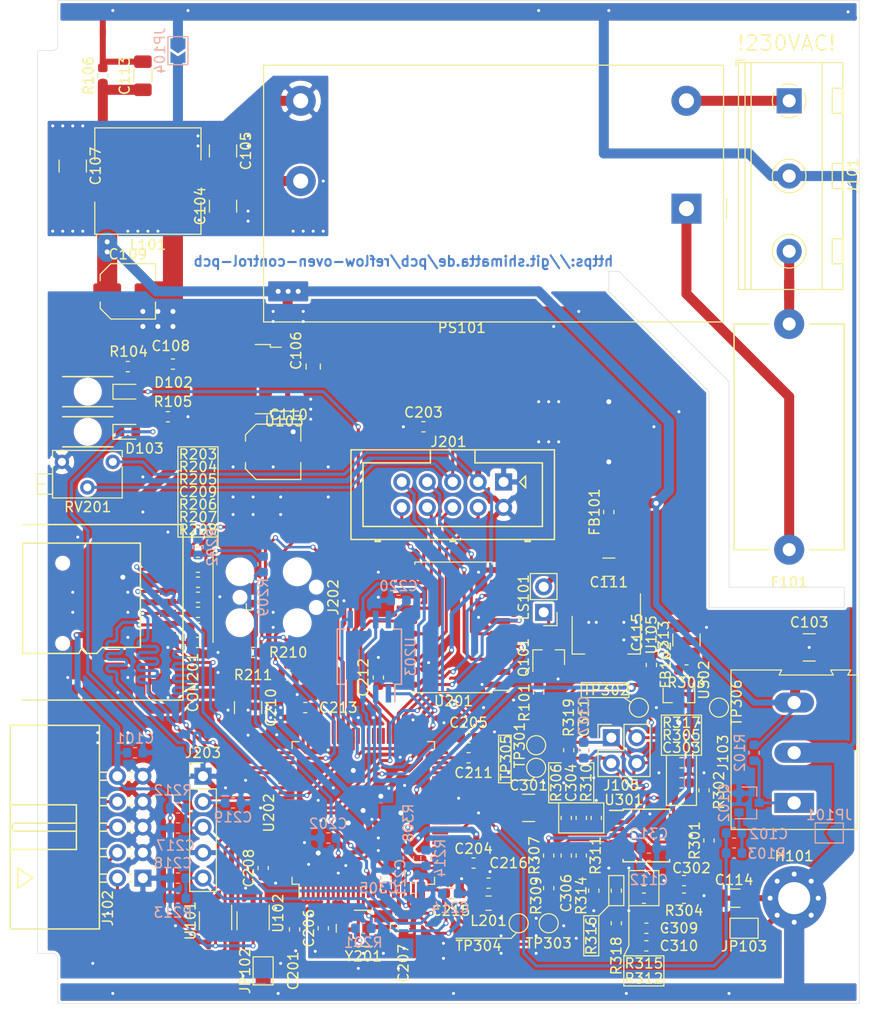
<source format=kicad_pcb>
(kicad_pcb (version 20171130) (host pcbnew 5.1.6)

  (general
    (thickness 1.6)
    (drawings 94)
    (tracks 1890)
    (zones 0)
    (modules 129)
    (nets 137)
  )

  (page A4)
  (layers
    (0 F.Cu signal)
    (31 B.Cu signal)
    (32 B.Adhes user)
    (33 F.Adhes user)
    (34 B.Paste user)
    (35 F.Paste user)
    (36 B.SilkS user)
    (37 F.SilkS user)
    (38 B.Mask user)
    (39 F.Mask user)
    (40 Dwgs.User user)
    (41 Cmts.User user)
    (42 Eco1.User user)
    (43 Eco2.User user)
    (44 Edge.Cuts user)
    (45 Margin user)
    (46 B.CrtYd user)
    (47 F.CrtYd user)
    (48 B.Fab user)
    (49 F.Fab user)
  )

  (setup
    (last_trace_width 0.25)
    (user_trace_width 0.3)
    (user_trace_width 0.4)
    (user_trace_width 0.6)
    (user_trace_width 1)
    (user_trace_width 2)
    (trace_clearance 0.2)
    (zone_clearance 0.25)
    (zone_45_only no)
    (trace_min 0.21)
    (via_size 0.5)
    (via_drill 0.3)
    (via_min_size 0.4)
    (via_min_drill 0.3)
    (user_via 0.9 0.5)
    (uvia_size 0.3)
    (uvia_drill 0.1)
    (uvias_allowed no)
    (uvia_min_size 0.2)
    (uvia_min_drill 0.1)
    (edge_width 0.05)
    (segment_width 0.2)
    (pcb_text_width 0.3)
    (pcb_text_size 1.5 1.5)
    (mod_edge_width 0.12)
    (mod_text_size 1 1)
    (mod_text_width 0.15)
    (pad_size 1.5 1.5)
    (pad_drill 0)
    (pad_to_mask_clearance 0.051)
    (solder_mask_min_width 0.25)
    (aux_axis_origin 13 13)
    (visible_elements FFFFFF7F)
    (pcbplotparams
      (layerselection 0x010fc_ffffffff)
      (usegerberextensions true)
      (usegerberattributes false)
      (usegerberadvancedattributes false)
      (creategerberjobfile true)
      (excludeedgelayer true)
      (linewidth 0.100000)
      (plotframeref false)
      (viasonmask false)
      (mode 1)
      (useauxorigin false)
      (hpglpennumber 1)
      (hpglpenspeed 20)
      (hpglpendiameter 15.000000)
      (psnegative false)
      (psa4output false)
      (plotreference true)
      (plotvalue true)
      (plotinvisibletext false)
      (padsonsilk false)
      (subtractmaskfromsilk false)
      (outputformat 1)
      (mirror false)
      (drillshape 0)
      (scaleselection 1)
      (outputdirectory "gerber/"))
  )

  (net 0 "")
  (net 1 Earth)
  (net 2 GND)
  (net 3 +3V3)
  (net 4 +5V)
  (net 5 /Controller/ENC1)
  (net 6 /Controller/ENC2)
  (net 7 /Controller/VREF)
  (net 8 /Controller/SW1)
  (net 9 /Frontend/FORCE+)
  (net 10 /Frontend/FORCE-)
  (net 11 /Frontend/SENS+)
  (net 12 /Frontend/SENS-)
  (net 13 /Controller/SDIO_D1)
  (net 14 /Controller/SDIO_D0)
  (net 15 /Controller/SDIO_CLK)
  (net 16 /Controller/SDIO_CMD)
  (net 17 /Controller/SDIO_D3)
  (net 18 /Controller/SDIO_D2)
  (net 19 "Net-(D102-Pad1)")
  (net 20 /Controller/TEMP_IN)
  (net 21 /L_Trafo)
  (net 22 /L_IN)
  (net 23 /N_IN)
  (net 24 /DIGIO3)
  (net 25 /DIGIO2)
  (net 26 /DIGIO1)
  (net 27 /DIGIO0)
  (net 28 /Controller/SWDIO)
  (net 29 /Controller/SWCLK)
  (net 30 /Controller/PC_RX)
  (net 31 /Controller/PC_TX)
  (net 32 /Controller/~RST)
  (net 33 "Net-(LS101-Pad1)")
  (net 34 /Controller/LCD_VO)
  (net 35 /Controller/LCD_RS)
  (net 36 /Controller/LCD_EN)
  (net 37 /Controller/LCD_D3)
  (net 38 /Controller/LCD_D0)
  (net 39 /Controller/LCD_D2)
  (net 40 /Controller/LCD_D1)
  (net 41 /OUT0)
  (net 42 /OUT3)
  (net 43 /OUT2)
  (net 44 /OUT1)
  (net 45 /Controller/VDDA)
  (net 46 +5VL)
  (net 47 /Controller/CARD_DETECT)
  (net 48 "Net-(C102-Pad2)")
  (net 49 "Net-(C306-Pad1)")
  (net 50 "Net-(D103-Pad1)")
  (net 51 "Net-(J103-Pad1)")
  (net 52 "Net-(Q101-Pad1)")
  (net 53 +3.3VA)
  (net 54 /Controller/NSS)
  (net 55 /Controller/SCK)
  (net 56 /Controller/MISO)
  (net 57 "Net-(C206-Pad1)")
  (net 58 "Net-(C207-Pad1)")
  (net 59 "Net-(C211-Pad1)")
  (net 60 "Net-(C213-Pad1)")
  (net 61 "Net-(C304-Pad1)")
  (net 62 "Net-(J202-Pad5)")
  (net 63 "Net-(J202-Pad6)")
  (net 64 "Net-(J202-Pad8)")
  (net 65 "Net-(R311-Pad1)")
  (net 66 "Net-(R314-Pad2)")
  (net 67 "Net-(U201-Pad2)")
  (net 68 "Net-(U201-Pad4)")
  (net 69 "Net-(U201-Pad6)")
  (net 70 "Net-(U201-Pad7)")
  (net 71 "Net-(U201-Pad8)")
  (net 72 "Net-(U201-Pad9)")
  (net 73 "Net-(U201-Pad15)")
  (net 74 "Net-(U201-Pad17)")
  (net 75 "Net-(U202-Pad2)")
  (net 76 "Net-(U202-Pad3)")
  (net 77 "Net-(U202-Pad4)")
  (net 78 "Net-(U202-Pad5)")
  (net 79 "Net-(U202-Pad7)")
  (net 80 "Net-(U202-Pad8)")
  (net 81 "Net-(U202-Pad9)")
  (net 82 "Net-(U202-Pad15)")
  (net 83 "Net-(U202-Pad16)")
  (net 84 "Net-(U202-Pad17)")
  (net 85 "Net-(U202-Pad18)")
  (net 86 "Net-(U202-Pad26)")
  (net 87 "Net-(U202-Pad29)")
  (net 88 "Net-(U202-Pad32)")
  (net 89 "Net-(U202-Pad33)")
  (net 90 "Net-(U202-Pad34)")
  (net 91 "Net-(U202-Pad38)")
  (net 92 "Net-(U202-Pad39)")
  (net 93 "Net-(U202-Pad40)")
  (net 94 "Net-(U202-Pad41)")
  (net 95 "Net-(U202-Pad42)")
  (net 96 "Net-(U202-Pad43)")
  (net 97 "Net-(U202-Pad44)")
  (net 98 "Net-(U202-Pad45)")
  (net 99 "Net-(U202-Pad46)")
  (net 100 "Net-(U202-Pad59)")
  (net 101 "Net-(U202-Pad60)")
  (net 102 "Net-(U202-Pad61)")
  (net 103 "Net-(U202-Pad62)")
  (net 104 "Net-(U202-Pad63)")
  (net 105 "Net-(U202-Pad64)")
  (net 106 "Net-(U202-Pad70)")
  (net 107 "Net-(U202-Pad71)")
  (net 108 "Net-(U202-Pad77)")
  (net 109 "Net-(U202-Pad81)")
  (net 110 "Net-(U202-Pad82)")
  (net 111 "Net-(U202-Pad84)")
  (net 112 "Net-(U202-Pad86)")
  (net 113 "Net-(U202-Pad95)")
  (net 114 "Net-(U202-Pad96)")
  (net 115 "Net-(U202-Pad97)")
  (net 116 "Net-(U202-Pad98)")
  (net 117 /Frontend/VREF_OP)
  (net 118 /DIGIO0_PROT)
  (net 119 /DIGIO1_PROT)
  (net 120 /DIGIO2_PROT)
  (net 121 /DIGIO3_PROT)
  (net 122 "Net-(C302-Pad2)")
  (net 123 "Net-(C302-Pad1)")
  (net 124 "Net-(C303-Pad2)")
  (net 125 "Net-(C303-Pad1)")
  (net 126 "Net-(C306-Pad2)")
  (net 127 "Net-(C309-Pad1)")
  (net 128 "Net-(R314-Pad1)")
  (net 129 /Controller/~CS~_EEPROM)
  (net 130 /Controller/SPI2_SCK)
  (net 131 /Controller/SPI2_MISO)
  (net 132 /Controller/SPI2_MOSI)
  (net 133 "Net-(C104-Pad2)")
  (net 134 "Net-(C115-Pad1)")
  (net 135 "Net-(U202-Pad47)")
  (net 136 "Net-(U202-Pad48)")

  (net_class Default "This is the default net class."
    (clearance 0.2)
    (trace_width 0.25)
    (via_dia 0.5)
    (via_drill 0.3)
    (uvia_dia 0.3)
    (uvia_drill 0.1)
    (diff_pair_width 0.21)
    (diff_pair_gap 0.25)
    (add_net +3.3VA)
    (add_net +3V3)
    (add_net +5V)
    (add_net +5VL)
    (add_net /Controller/CARD_DETECT)
    (add_net /Controller/ENC1)
    (add_net /Controller/ENC2)
    (add_net /Controller/LCD_D0)
    (add_net /Controller/LCD_D1)
    (add_net /Controller/LCD_D2)
    (add_net /Controller/LCD_D3)
    (add_net /Controller/LCD_EN)
    (add_net /Controller/LCD_RS)
    (add_net /Controller/LCD_VO)
    (add_net /Controller/MISO)
    (add_net /Controller/NSS)
    (add_net /Controller/PC_RX)
    (add_net /Controller/PC_TX)
    (add_net /Controller/SCK)
    (add_net /Controller/SDIO_CLK)
    (add_net /Controller/SDIO_CMD)
    (add_net /Controller/SDIO_D0)
    (add_net /Controller/SDIO_D1)
    (add_net /Controller/SDIO_D2)
    (add_net /Controller/SDIO_D3)
    (add_net /Controller/SPI2_MISO)
    (add_net /Controller/SPI2_MOSI)
    (add_net /Controller/SPI2_SCK)
    (add_net /Controller/SW1)
    (add_net /Controller/SWCLK)
    (add_net /Controller/SWDIO)
    (add_net /Controller/TEMP_IN)
    (add_net /Controller/VDDA)
    (add_net /Controller/VREF)
    (add_net /Controller/~CS~_EEPROM)
    (add_net /Controller/~RST)
    (add_net /DIGIO0)
    (add_net /DIGIO0_PROT)
    (add_net /DIGIO1)
    (add_net /DIGIO1_PROT)
    (add_net /DIGIO2)
    (add_net /DIGIO2_PROT)
    (add_net /DIGIO3)
    (add_net /DIGIO3_PROT)
    (add_net /Frontend/FORCE+)
    (add_net /Frontend/FORCE-)
    (add_net /Frontend/SENS+)
    (add_net /Frontend/SENS-)
    (add_net /Frontend/VREF_OP)
    (add_net /OUT0)
    (add_net /OUT1)
    (add_net /OUT2)
    (add_net /OUT3)
    (add_net Earth)
    (add_net GND)
    (add_net "Net-(C102-Pad2)")
    (add_net "Net-(C104-Pad2)")
    (add_net "Net-(C115-Pad1)")
    (add_net "Net-(C206-Pad1)")
    (add_net "Net-(C207-Pad1)")
    (add_net "Net-(C211-Pad1)")
    (add_net "Net-(C213-Pad1)")
    (add_net "Net-(C302-Pad1)")
    (add_net "Net-(C302-Pad2)")
    (add_net "Net-(C303-Pad1)")
    (add_net "Net-(C303-Pad2)")
    (add_net "Net-(C304-Pad1)")
    (add_net "Net-(C306-Pad1)")
    (add_net "Net-(C306-Pad2)")
    (add_net "Net-(C309-Pad1)")
    (add_net "Net-(D102-Pad1)")
    (add_net "Net-(D103-Pad1)")
    (add_net "Net-(J103-Pad1)")
    (add_net "Net-(J202-Pad5)")
    (add_net "Net-(J202-Pad6)")
    (add_net "Net-(J202-Pad8)")
    (add_net "Net-(LS101-Pad1)")
    (add_net "Net-(Q101-Pad1)")
    (add_net "Net-(R311-Pad1)")
    (add_net "Net-(R314-Pad1)")
    (add_net "Net-(R314-Pad2)")
    (add_net "Net-(U201-Pad15)")
    (add_net "Net-(U201-Pad17)")
    (add_net "Net-(U201-Pad2)")
    (add_net "Net-(U201-Pad4)")
    (add_net "Net-(U201-Pad6)")
    (add_net "Net-(U201-Pad7)")
    (add_net "Net-(U201-Pad8)")
    (add_net "Net-(U201-Pad9)")
    (add_net "Net-(U202-Pad15)")
    (add_net "Net-(U202-Pad16)")
    (add_net "Net-(U202-Pad17)")
    (add_net "Net-(U202-Pad18)")
    (add_net "Net-(U202-Pad2)")
    (add_net "Net-(U202-Pad26)")
    (add_net "Net-(U202-Pad29)")
    (add_net "Net-(U202-Pad3)")
    (add_net "Net-(U202-Pad32)")
    (add_net "Net-(U202-Pad33)")
    (add_net "Net-(U202-Pad34)")
    (add_net "Net-(U202-Pad38)")
    (add_net "Net-(U202-Pad39)")
    (add_net "Net-(U202-Pad4)")
    (add_net "Net-(U202-Pad40)")
    (add_net "Net-(U202-Pad41)")
    (add_net "Net-(U202-Pad42)")
    (add_net "Net-(U202-Pad43)")
    (add_net "Net-(U202-Pad44)")
    (add_net "Net-(U202-Pad45)")
    (add_net "Net-(U202-Pad46)")
    (add_net "Net-(U202-Pad47)")
    (add_net "Net-(U202-Pad48)")
    (add_net "Net-(U202-Pad5)")
    (add_net "Net-(U202-Pad59)")
    (add_net "Net-(U202-Pad60)")
    (add_net "Net-(U202-Pad61)")
    (add_net "Net-(U202-Pad62)")
    (add_net "Net-(U202-Pad63)")
    (add_net "Net-(U202-Pad64)")
    (add_net "Net-(U202-Pad7)")
    (add_net "Net-(U202-Pad70)")
    (add_net "Net-(U202-Pad71)")
    (add_net "Net-(U202-Pad77)")
    (add_net "Net-(U202-Pad8)")
    (add_net "Net-(U202-Pad81)")
    (add_net "Net-(U202-Pad82)")
    (add_net "Net-(U202-Pad84)")
    (add_net "Net-(U202-Pad86)")
    (add_net "Net-(U202-Pad9)")
    (add_net "Net-(U202-Pad95)")
    (add_net "Net-(U202-Pad96)")
    (add_net "Net-(U202-Pad97)")
    (add_net "Net-(U202-Pad98)")
  )

  (net_class HV ""
    (clearance 2.55)
    (trace_width 1)
    (via_dia 0.5)
    (via_drill 0.3)
    (uvia_dia 0.3)
    (uvia_drill 0.1)
    (diff_pair_width 0.21)
    (diff_pair_gap 0.25)
    (add_net /L_IN)
    (add_net /L_Trafo)
    (add_net /N_IN)
  )

  (module Converter_ACDC:Converter_ACDC_MeanWell_IRM-05-xx_THT (layer F.Cu) (tedit 5AEF7D42) (tstamp 5EC0B38F)
    (at 80.75 33.75 180)
    (descr http://www.meanwell.com/webapp/product/search.aspx?prod=IRM-05)
    (tags "ACDC-Converter 5W   Meanwell IRM-05")
    (path /5EC7A3DD)
    (fp_text reference PS101 (at 22.42 -11.88) (layer F.SilkS)
      (effects (font (size 1 1) (thickness 0.15)))
    )
    (fp_text value IRM-05-5 (at 21.7 15.6) (layer F.Fab)
      (effects (font (size 1 1) (thickness 0.15)))
    )
    (fp_line (start -4 -1) (end -4 1) (layer F.SilkS) (width 0.12))
    (fp_line (start 42.2 -11.3) (end 42.2 14.3) (layer F.SilkS) (width 0.12))
    (fp_line (start -3.7 -11.3) (end 42.2 -11.3) (layer F.SilkS) (width 0.12))
    (fp_line (start -3.6 14.2) (end 42.1 14.2) (layer F.Fab) (width 0.1))
    (fp_line (start 42.1 -11.2) (end -3.6 -11.2) (layer F.Fab) (width 0.1))
    (fp_line (start -3.85 -11.45) (end -3.85 14.45) (layer F.CrtYd) (width 0.05))
    (fp_line (start -3.6 -11.2) (end -3.6 14.2) (layer F.Fab) (width 0.1))
    (fp_line (start -3.7 14.3) (end 42.2 14.3) (layer F.SilkS) (width 0.12))
    (fp_line (start -3.7 -11.3) (end -3.7 14.3) (layer F.SilkS) (width 0.12))
    (fp_line (start 42.1 -11.2) (end 42.1 14.2) (layer F.Fab) (width 0.1))
    (fp_line (start -3.85 14.45) (end 42.35 14.45) (layer F.CrtYd) (width 0.05))
    (fp_line (start -3.85 -11.45) (end 42.35 -11.45) (layer F.CrtYd) (width 0.05))
    (fp_line (start 42.35 -11.45) (end 42.35 14.45) (layer F.CrtYd) (width 0.05))
    (fp_line (start -2.6 0) (end -3.6 -1) (layer F.Fab) (width 0.1))
    (fp_line (start -2.6 0) (end -3.6 1) (layer F.Fab) (width 0.1))
    (fp_text user %R (at 22.42 0.48) (layer F.Fab)
      (effects (font (size 1 1) (thickness 0.15)))
    )
    (pad 1 thru_hole rect (at 0 0 180) (size 3 3) (drill 1.5) (layers *.Cu *.Mask)
      (net 21 /L_Trafo))
    (pad 4 thru_hole circle (at 38.5 2.75 180) (size 3 3) (drill 1.5) (layers *.Cu *.Mask)
      (net 133 "Net-(C104-Pad2)"))
    (pad 2 thru_hole circle (at 0 10.75 180) (size 3 3) (drill 1.5) (layers *.Cu *.Mask)
      (net 23 /N_IN))
    (pad 3 thru_hole circle (at 38.5 10.75 180) (size 3 3) (drill 1.5) (layers *.Cu *.Mask)
      (net 2 GND))
    (model ${KISYS3DMOD}/Converter_ACDC.3dshapes/Converter_ACDC_MeanWell_IRM-05-xx_THT.wrl
      (at (xyz 0 0 0))
      (scale (xyz 1 1 1))
      (rotate (xyz 0 0 0))
    )
  )

  (module Capacitor_SMD:C_0603_1608Metric (layer B.Cu) (tedit 5B301BBE) (tstamp 5EC142EA)
    (at 50.75 100.5 90)
    (descr "Capacitor SMD 0603 (1608 Metric), square (rectangular) end terminal, IPC_7351 nominal, (Body size source: http://www.tortai-tech.com/upload/download/2011102023233369053.pdf), generated with kicad-footprint-generator")
    (tags capacitor)
    (path /5D77EC9D/5EE4C015)
    (attr smd)
    (fp_text reference C221 (at 0 1.43 270) (layer B.SilkS)
      (effects (font (size 1 1) (thickness 0.15)) (justify mirror))
    )
    (fp_text value 100n (at 0 -1.43 270) (layer B.Fab)
      (effects (font (size 1 1) (thickness 0.15)) (justify mirror))
    )
    (fp_line (start -0.8 -0.4) (end -0.8 0.4) (layer B.Fab) (width 0.1))
    (fp_line (start -0.8 0.4) (end 0.8 0.4) (layer B.Fab) (width 0.1))
    (fp_line (start 0.8 0.4) (end 0.8 -0.4) (layer B.Fab) (width 0.1))
    (fp_line (start 0.8 -0.4) (end -0.8 -0.4) (layer B.Fab) (width 0.1))
    (fp_line (start -0.162779 0.51) (end 0.162779 0.51) (layer B.SilkS) (width 0.12))
    (fp_line (start -0.162779 -0.51) (end 0.162779 -0.51) (layer B.SilkS) (width 0.12))
    (fp_line (start -1.48 -0.73) (end -1.48 0.73) (layer B.CrtYd) (width 0.05))
    (fp_line (start -1.48 0.73) (end 1.48 0.73) (layer B.CrtYd) (width 0.05))
    (fp_line (start 1.48 0.73) (end 1.48 -0.73) (layer B.CrtYd) (width 0.05))
    (fp_line (start 1.48 -0.73) (end -1.48 -0.73) (layer B.CrtYd) (width 0.05))
    (fp_text user %R (at 0 0 270) (layer B.Fab)
      (effects (font (size 0.4 0.4) (thickness 0.06)) (justify mirror))
    )
    (pad 2 smd roundrect (at 0.7875 0 90) (size 0.875 0.95) (layers B.Cu B.Paste B.Mask) (roundrect_rratio 0.25)
      (net 2 GND))
    (pad 1 smd roundrect (at -0.7875 0 90) (size 0.875 0.95) (layers B.Cu B.Paste B.Mask) (roundrect_rratio 0.25)
      (net 45 /Controller/VDDA))
    (model ${KISYS3DMOD}/Capacitor_SMD.3dshapes/C_0603_1608Metric.wrl
      (at (xyz 0 0 0))
      (scale (xyz 1 1 1))
      (rotate (xyz 0 0 0))
    )
  )

  (module Inductor_SMD:L_10.4x10.4_H4.8 (layer F.Cu) (tedit 5990349B) (tstamp 5EC0B32D)
    (at 27 31 180)
    (descr "Choke, SMD, 10.4x10.4mm 4.8mm height")
    (tags "Choke SMD")
    (path /5ECF1E66)
    (attr smd)
    (fp_text reference L101 (at 0 -6.35) (layer F.SilkS)
      (effects (font (size 1 1) (thickness 0.15)))
    )
    (fp_text value 10u (at 0 6.35) (layer F.Fab)
      (effects (font (size 1 1) (thickness 0.15)))
    )
    (fp_line (start 5.3 2.1) (end 5.3 5.3) (layer F.SilkS) (width 0.12))
    (fp_line (start 5.3 5.3) (end -5.3 5.3) (layer F.SilkS) (width 0.12))
    (fp_line (start -5.3 5.3) (end -5.3 2.1) (layer F.SilkS) (width 0.12))
    (fp_line (start -5.3 -2.1) (end -5.3 -5.3) (layer F.SilkS) (width 0.12))
    (fp_line (start -5.3 -5.3) (end 5.3 -5.3) (layer F.SilkS) (width 0.12))
    (fp_line (start 5.3 -5.3) (end 5.3 -2.1) (layer F.SilkS) (width 0.12))
    (fp_line (start -5.75 -5.45) (end -5.75 5.45) (layer F.CrtYd) (width 0.05))
    (fp_line (start -5.75 5.45) (end 5.75 5.45) (layer F.CrtYd) (width 0.05))
    (fp_line (start 5.75 5.45) (end 5.75 -5.45) (layer F.CrtYd) (width 0.05))
    (fp_line (start 5.75 -5.45) (end -5.75 -5.45) (layer F.CrtYd) (width 0.05))
    (fp_line (start 5.2 -5.2) (end 5.2 -2.1) (layer F.Fab) (width 0.1))
    (fp_line (start -5.2 -5.2) (end -5.2 -2.1) (layer F.Fab) (width 0.1))
    (fp_line (start 5.2 5.2) (end 5.2 2.1) (layer F.Fab) (width 0.1))
    (fp_line (start -5.2 5.2) (end -5.2 2.1) (layer F.Fab) (width 0.1))
    (fp_line (start -5.2 -5.2) (end 5.2 -5.2) (layer F.Fab) (width 0.1))
    (fp_line (start -5.2 5.2) (end 5.2 5.2) (layer F.Fab) (width 0.1))
    (fp_arc (start 0 0) (end -3.17 -3.17) (angle 90) (layer F.Fab) (width 0.1))
    (fp_arc (start 0 0) (end 3.17 3.17) (angle 90) (layer F.Fab) (width 0.1))
    (fp_text user %R (at 0 0) (layer F.Fab)
      (effects (font (size 1 1) (thickness 0.15)))
    )
    (pad 2 smd rect (at 4.15 0 180) (size 2.7 3.6) (layers F.Cu F.Paste F.Mask)
      (net 46 +5VL))
    (pad 1 smd rect (at -4.15 0 180) (size 2.7 3.6) (layers F.Cu F.Paste F.Mask)
      (net 133 "Net-(C104-Pad2)"))
    (model ${KISYS3DMOD}/Inductor_SMD.3dshapes/L_10.4x10.4_H4.8.wrl
      (at (xyz 0 0 0))
      (scale (xyz 1 1 1))
      (rotate (xyz 0 0 0))
    )
  )

  (module Inductor_SMD:L_0603_1608Metric_Pad1.05x0.95mm_HandSolder (layer F.Cu) (tedit 5B301BBE) (tstamp 5EC0AF10)
    (at 77.25 79.25 270)
    (descr "Capacitor SMD 0603 (1608 Metric), square (rectangular) end terminal, IPC_7351 nominal with elongated pad for handsoldering. (Body size source: http://www.tortai-tech.com/upload/download/2011102023233369053.pdf), generated with kicad-footprint-generator")
    (tags "inductor handsolder")
    (path /5ED787BE)
    (attr smd)
    (fp_text reference FB102 (at 0 -1.43 90) (layer F.SilkS)
      (effects (font (size 1 1) (thickness 0.15)))
    )
    (fp_text value "600 Ohm" (at 0 1.43 90) (layer F.Fab)
      (effects (font (size 1 1) (thickness 0.15)))
    )
    (fp_line (start -0.8 0.4) (end -0.8 -0.4) (layer F.Fab) (width 0.1))
    (fp_line (start -0.8 -0.4) (end 0.8 -0.4) (layer F.Fab) (width 0.1))
    (fp_line (start 0.8 -0.4) (end 0.8 0.4) (layer F.Fab) (width 0.1))
    (fp_line (start 0.8 0.4) (end -0.8 0.4) (layer F.Fab) (width 0.1))
    (fp_line (start -0.171267 -0.51) (end 0.171267 -0.51) (layer F.SilkS) (width 0.12))
    (fp_line (start -0.171267 0.51) (end 0.171267 0.51) (layer F.SilkS) (width 0.12))
    (fp_line (start -1.65 0.73) (end -1.65 -0.73) (layer F.CrtYd) (width 0.05))
    (fp_line (start -1.65 -0.73) (end 1.65 -0.73) (layer F.CrtYd) (width 0.05))
    (fp_line (start 1.65 -0.73) (end 1.65 0.73) (layer F.CrtYd) (width 0.05))
    (fp_line (start 1.65 0.73) (end -1.65 0.73) (layer F.CrtYd) (width 0.05))
    (fp_text user %R (at 0 0 90) (layer F.Fab)
      (effects (font (size 0.4 0.4) (thickness 0.06)))
    )
    (pad 2 smd roundrect (at 0.875 0 270) (size 1.05 0.95) (layers F.Cu F.Paste F.Mask) (roundrect_rratio 0.25)
      (net 134 "Net-(C115-Pad1)"))
    (pad 1 smd roundrect (at -0.875 0 270) (size 1.05 0.95) (layers F.Cu F.Paste F.Mask) (roundrect_rratio 0.25)
      (net 53 +3.3VA))
    (model ${KISYS3DMOD}/Inductor_SMD.3dshapes/L_0603_1608Metric.wrl
      (at (xyz 0 0 0))
      (scale (xyz 1 1 1))
      (rotate (xyz 0 0 0))
    )
  )

  (module Capacitor_SMD:C_0603_1608Metric (layer F.Cu) (tedit 5B301BBE) (tstamp 5EC0A9E5)
    (at 77.25 76 90)
    (descr "Capacitor SMD 0603 (1608 Metric), square (rectangular) end terminal, IPC_7351 nominal, (Body size source: http://www.tortai-tech.com/upload/download/2011102023233369053.pdf), generated with kicad-footprint-generator")
    (tags capacitor)
    (path /5ED8408E)
    (attr smd)
    (fp_text reference C115 (at 0 -1.43 90) (layer F.SilkS)
      (effects (font (size 1 1) (thickness 0.15)))
    )
    (fp_text value 100n (at 0 1.43 90) (layer F.Fab)
      (effects (font (size 1 1) (thickness 0.15)))
    )
    (fp_line (start -0.8 0.4) (end -0.8 -0.4) (layer F.Fab) (width 0.1))
    (fp_line (start -0.8 -0.4) (end 0.8 -0.4) (layer F.Fab) (width 0.1))
    (fp_line (start 0.8 -0.4) (end 0.8 0.4) (layer F.Fab) (width 0.1))
    (fp_line (start 0.8 0.4) (end -0.8 0.4) (layer F.Fab) (width 0.1))
    (fp_line (start -0.162779 -0.51) (end 0.162779 -0.51) (layer F.SilkS) (width 0.12))
    (fp_line (start -0.162779 0.51) (end 0.162779 0.51) (layer F.SilkS) (width 0.12))
    (fp_line (start -1.48 0.73) (end -1.48 -0.73) (layer F.CrtYd) (width 0.05))
    (fp_line (start -1.48 -0.73) (end 1.48 -0.73) (layer F.CrtYd) (width 0.05))
    (fp_line (start 1.48 -0.73) (end 1.48 0.73) (layer F.CrtYd) (width 0.05))
    (fp_line (start 1.48 0.73) (end -1.48 0.73) (layer F.CrtYd) (width 0.05))
    (fp_text user %R (at 0 0 90) (layer F.Fab)
      (effects (font (size 0.4 0.4) (thickness 0.06)))
    )
    (pad 2 smd roundrect (at 0.7875 0 90) (size 0.875 0.95) (layers F.Cu F.Paste F.Mask) (roundrect_rratio 0.25)
      (net 2 GND))
    (pad 1 smd roundrect (at -0.7875 0 90) (size 0.875 0.95) (layers F.Cu F.Paste F.Mask) (roundrect_rratio 0.25)
      (net 134 "Net-(C115-Pad1)"))
    (model ${KISYS3DMOD}/Capacitor_SMD.3dshapes/C_0603_1608Metric.wrl
      (at (xyz 0 0 0))
      (scale (xyz 1 1 1))
      (rotate (xyz 0 0 0))
    )
  )

  (module Capacitor_SMD:C_1210_3225Metric (layer F.Cu) (tedit 5B301BBE) (tstamp 5EC0A8A8)
    (at 19.5 29.5 270)
    (descr "Capacitor SMD 1210 (3225 Metric), square (rectangular) end terminal, IPC_7351 nominal, (Body size source: http://www.tortai-tech.com/upload/download/2011102023233369053.pdf), generated with kicad-footprint-generator")
    (tags capacitor)
    (path /5ED508BB)
    (attr smd)
    (fp_text reference C107 (at 0 -2.28 90) (layer F.SilkS)
      (effects (font (size 1 1) (thickness 0.15)))
    )
    (fp_text value 10u (at 0 2.28 90) (layer F.Fab)
      (effects (font (size 1 1) (thickness 0.15)))
    )
    (fp_line (start -1.6 1.25) (end -1.6 -1.25) (layer F.Fab) (width 0.1))
    (fp_line (start -1.6 -1.25) (end 1.6 -1.25) (layer F.Fab) (width 0.1))
    (fp_line (start 1.6 -1.25) (end 1.6 1.25) (layer F.Fab) (width 0.1))
    (fp_line (start 1.6 1.25) (end -1.6 1.25) (layer F.Fab) (width 0.1))
    (fp_line (start -0.602064 -1.36) (end 0.602064 -1.36) (layer F.SilkS) (width 0.12))
    (fp_line (start -0.602064 1.36) (end 0.602064 1.36) (layer F.SilkS) (width 0.12))
    (fp_line (start -2.28 1.58) (end -2.28 -1.58) (layer F.CrtYd) (width 0.05))
    (fp_line (start -2.28 -1.58) (end 2.28 -1.58) (layer F.CrtYd) (width 0.05))
    (fp_line (start 2.28 -1.58) (end 2.28 1.58) (layer F.CrtYd) (width 0.05))
    (fp_line (start 2.28 1.58) (end -2.28 1.58) (layer F.CrtYd) (width 0.05))
    (fp_text user %R (at 0 0 90) (layer F.Fab)
      (effects (font (size 0.8 0.8) (thickness 0.12)))
    )
    (pad 2 smd roundrect (at 1.4 0 270) (size 1.25 2.65) (layers F.Cu F.Paste F.Mask) (roundrect_rratio 0.2)
      (net 46 +5VL))
    (pad 1 smd roundrect (at -1.4 0 270) (size 1.25 2.65) (layers F.Cu F.Paste F.Mask) (roundrect_rratio 0.2)
      (net 2 GND))
    (model ${KISYS3DMOD}/Capacitor_SMD.3dshapes/C_1210_3225Metric.wrl
      (at (xyz 0 0 0))
      (scale (xyz 1 1 1))
      (rotate (xyz 0 0 0))
    )
  )

  (module Capacitor_SMD:C_1210_3225Metric (layer F.Cu) (tedit 5B301BBE) (tstamp 5EC0A877)
    (at 34.5 28 270)
    (descr "Capacitor SMD 1210 (3225 Metric), square (rectangular) end terminal, IPC_7351 nominal, (Body size source: http://www.tortai-tech.com/upload/download/2011102023233369053.pdf), generated with kicad-footprint-generator")
    (tags capacitor)
    (path /5ED4FDCA)
    (attr smd)
    (fp_text reference C105 (at 0 -2.28 90) (layer F.SilkS)
      (effects (font (size 1 1) (thickness 0.15)))
    )
    (fp_text value 10u (at 0 2.28 90) (layer F.Fab)
      (effects (font (size 1 1) (thickness 0.15)))
    )
    (fp_line (start -1.6 1.25) (end -1.6 -1.25) (layer F.Fab) (width 0.1))
    (fp_line (start -1.6 -1.25) (end 1.6 -1.25) (layer F.Fab) (width 0.1))
    (fp_line (start 1.6 -1.25) (end 1.6 1.25) (layer F.Fab) (width 0.1))
    (fp_line (start 1.6 1.25) (end -1.6 1.25) (layer F.Fab) (width 0.1))
    (fp_line (start -0.602064 -1.36) (end 0.602064 -1.36) (layer F.SilkS) (width 0.12))
    (fp_line (start -0.602064 1.36) (end 0.602064 1.36) (layer F.SilkS) (width 0.12))
    (fp_line (start -2.28 1.58) (end -2.28 -1.58) (layer F.CrtYd) (width 0.05))
    (fp_line (start -2.28 -1.58) (end 2.28 -1.58) (layer F.CrtYd) (width 0.05))
    (fp_line (start 2.28 -1.58) (end 2.28 1.58) (layer F.CrtYd) (width 0.05))
    (fp_line (start 2.28 1.58) (end -2.28 1.58) (layer F.CrtYd) (width 0.05))
    (fp_text user %R (at 0 0 90) (layer F.Fab)
      (effects (font (size 0.8 0.8) (thickness 0.12)))
    )
    (pad 2 smd roundrect (at 1.4 0 270) (size 1.25 2.65) (layers F.Cu F.Paste F.Mask) (roundrect_rratio 0.2)
      (net 133 "Net-(C104-Pad2)"))
    (pad 1 smd roundrect (at -1.4 0 270) (size 1.25 2.65) (layers F.Cu F.Paste F.Mask) (roundrect_rratio 0.2)
      (net 2 GND))
    (model ${KISYS3DMOD}/Capacitor_SMD.3dshapes/C_1210_3225Metric.wrl
      (at (xyz 0 0 0))
      (scale (xyz 1 1 1))
      (rotate (xyz 0 0 0))
    )
  )

  (module Capacitor_SMD:C_1210_3225Metric (layer F.Cu) (tedit 5B301BBE) (tstamp 5EC1D9FC)
    (at 34.5 33.5 90)
    (descr "Capacitor SMD 1210 (3225 Metric), square (rectangular) end terminal, IPC_7351 nominal, (Body size source: http://www.tortai-tech.com/upload/download/2011102023233369053.pdf), generated with kicad-footprint-generator")
    (tags capacitor)
    (path /5ED3113D)
    (attr smd)
    (fp_text reference C104 (at 0 -2.28 90) (layer F.SilkS)
      (effects (font (size 1 1) (thickness 0.15)))
    )
    (fp_text value 10u (at 0 2.28 90) (layer F.Fab)
      (effects (font (size 1 1) (thickness 0.15)))
    )
    (fp_line (start -1.6 1.25) (end -1.6 -1.25) (layer F.Fab) (width 0.1))
    (fp_line (start -1.6 -1.25) (end 1.6 -1.25) (layer F.Fab) (width 0.1))
    (fp_line (start 1.6 -1.25) (end 1.6 1.25) (layer F.Fab) (width 0.1))
    (fp_line (start 1.6 1.25) (end -1.6 1.25) (layer F.Fab) (width 0.1))
    (fp_line (start -0.602064 -1.36) (end 0.602064 -1.36) (layer F.SilkS) (width 0.12))
    (fp_line (start -0.602064 1.36) (end 0.602064 1.36) (layer F.SilkS) (width 0.12))
    (fp_line (start -2.28 1.58) (end -2.28 -1.58) (layer F.CrtYd) (width 0.05))
    (fp_line (start -2.28 -1.58) (end 2.28 -1.58) (layer F.CrtYd) (width 0.05))
    (fp_line (start 2.28 -1.58) (end 2.28 1.58) (layer F.CrtYd) (width 0.05))
    (fp_line (start 2.28 1.58) (end -2.28 1.58) (layer F.CrtYd) (width 0.05))
    (fp_text user %R (at 0 0 90) (layer F.Fab)
      (effects (font (size 0.8 0.8) (thickness 0.12)))
    )
    (pad 2 smd roundrect (at 1.4 0 90) (size 1.25 2.65) (layers F.Cu F.Paste F.Mask) (roundrect_rratio 0.2)
      (net 133 "Net-(C104-Pad2)"))
    (pad 1 smd roundrect (at -1.4 0 90) (size 1.25 2.65) (layers F.Cu F.Paste F.Mask) (roundrect_rratio 0.2)
      (net 2 GND))
    (model ${KISYS3DMOD}/Capacitor_SMD.3dshapes/C_1210_3225Metric.wrl
      (at (xyz 0 0 0))
      (scale (xyz 1 1 1))
      (rotate (xyz 0 0 0))
    )
  )

  (module Package_SO:SO-8_5.3x6.2mm_P1.27mm (layer B.Cu) (tedit 5A02F2D3) (tstamp 5E96AA0E)
    (at 49.1 78.42 90)
    (descr "8-Lead Plastic Small Outline, 5.3x6.2mm Body (http://www.ti.com.cn/cn/lit/ds/symlink/tl7705a.pdf)")
    (tags "SOIC 1.27")
    (path /5D77EC9D/5E9C446B)
    (attr smd)
    (fp_text reference U203 (at 0 4.13 90) (layer B.SilkS)
      (effects (font (size 1 1) (thickness 0.15)) (justify mirror))
    )
    (fp_text value 25LCxxx (at 0 -4.13 90) (layer B.Fab)
      (effects (font (size 1 1) (thickness 0.15)) (justify mirror))
    )
    (fp_line (start -2.75 2.55) (end -4.5 2.55) (layer B.SilkS) (width 0.15))
    (fp_line (start -2.75 -3.205) (end 2.75 -3.205) (layer B.SilkS) (width 0.15))
    (fp_line (start -2.75 3.205) (end 2.75 3.205) (layer B.SilkS) (width 0.15))
    (fp_line (start -2.75 -3.205) (end -2.75 -2.455) (layer B.SilkS) (width 0.15))
    (fp_line (start 2.75 -3.205) (end 2.75 -2.455) (layer B.SilkS) (width 0.15))
    (fp_line (start 2.75 3.205) (end 2.75 2.455) (layer B.SilkS) (width 0.15))
    (fp_line (start -2.75 3.205) (end -2.75 2.55) (layer B.SilkS) (width 0.15))
    (fp_line (start -4.83 -3.35) (end 4.83 -3.35) (layer B.CrtYd) (width 0.05))
    (fp_line (start -4.83 3.35) (end 4.83 3.35) (layer B.CrtYd) (width 0.05))
    (fp_line (start 4.83 3.35) (end 4.83 -3.35) (layer B.CrtYd) (width 0.05))
    (fp_line (start -4.83 3.35) (end -4.83 -3.35) (layer B.CrtYd) (width 0.05))
    (fp_line (start -2.65 2.1) (end -1.65 3.1) (layer B.Fab) (width 0.15))
    (fp_line (start -2.65 -3.1) (end -2.65 2.1) (layer B.Fab) (width 0.15))
    (fp_line (start 2.65 -3.1) (end -2.65 -3.1) (layer B.Fab) (width 0.15))
    (fp_line (start 2.65 3.1) (end 2.65 -3.1) (layer B.Fab) (width 0.15))
    (fp_line (start -1.65 3.1) (end 2.65 3.1) (layer B.Fab) (width 0.15))
    (fp_text user %R (at 0 0 90) (layer B.Fab)
      (effects (font (size 1 1) (thickness 0.15)) (justify mirror))
    )
    (pad 8 smd rect (at 3.7 1.905 90) (size 1.75 0.55) (layers B.Cu B.Paste B.Mask)
      (net 3 +3V3))
    (pad 7 smd rect (at 3.7 0.635 90) (size 1.75 0.55) (layers B.Cu B.Paste B.Mask)
      (net 3 +3V3))
    (pad 6 smd rect (at 3.7 -0.635 90) (size 1.75 0.55) (layers B.Cu B.Paste B.Mask)
      (net 130 /Controller/SPI2_SCK))
    (pad 5 smd rect (at 3.7 -1.905 90) (size 1.75 0.55) (layers B.Cu B.Paste B.Mask)
      (net 132 /Controller/SPI2_MOSI))
    (pad 4 smd rect (at -3.7 -1.905 90) (size 1.75 0.55) (layers B.Cu B.Paste B.Mask)
      (net 2 GND))
    (pad 3 smd rect (at -3.7 -0.635 90) (size 1.75 0.55) (layers B.Cu B.Paste B.Mask)
      (net 3 +3V3))
    (pad 2 smd rect (at -3.7 0.635 90) (size 1.75 0.55) (layers B.Cu B.Paste B.Mask)
      (net 131 /Controller/SPI2_MISO))
    (pad 1 smd rect (at -3.7 1.905 90) (size 1.75 0.55) (layers B.Cu B.Paste B.Mask)
      (net 129 /Controller/~CS~_EEPROM))
    (model ${KISYS3DMOD}/Package_SO.3dshapes/SO-8_5.3x6.2mm_P1.27mm.wrl
      (at (xyz 0 0 0))
      (scale (xyz 1 1 1))
      (rotate (xyz 0 0 0))
    )
  )

  (module Capacitor_SMD:C_0603_1608Metric (layer B.Cu) (tedit 5B301BBE) (tstamp 5E969A57)
    (at 52.0175 72.81 180)
    (descr "Capacitor SMD 0603 (1608 Metric), square (rectangular) end terminal, IPC_7351 nominal, (Body size source: http://www.tortai-tech.com/upload/download/2011102023233369053.pdf), generated with kicad-footprint-generator")
    (tags capacitor)
    (path /5D77EC9D/5EAAB237)
    (attr smd)
    (fp_text reference C220 (at 0 1.43) (layer B.SilkS)
      (effects (font (size 1 1) (thickness 0.15)) (justify mirror))
    )
    (fp_text value 100n (at 0 -1.43) (layer B.Fab)
      (effects (font (size 1 1) (thickness 0.15)) (justify mirror))
    )
    (fp_line (start 1.48 -0.73) (end -1.48 -0.73) (layer B.CrtYd) (width 0.05))
    (fp_line (start 1.48 0.73) (end 1.48 -0.73) (layer B.CrtYd) (width 0.05))
    (fp_line (start -1.48 0.73) (end 1.48 0.73) (layer B.CrtYd) (width 0.05))
    (fp_line (start -1.48 -0.73) (end -1.48 0.73) (layer B.CrtYd) (width 0.05))
    (fp_line (start -0.162779 -0.51) (end 0.162779 -0.51) (layer B.SilkS) (width 0.12))
    (fp_line (start -0.162779 0.51) (end 0.162779 0.51) (layer B.SilkS) (width 0.12))
    (fp_line (start 0.8 -0.4) (end -0.8 -0.4) (layer B.Fab) (width 0.1))
    (fp_line (start 0.8 0.4) (end 0.8 -0.4) (layer B.Fab) (width 0.1))
    (fp_line (start -0.8 0.4) (end 0.8 0.4) (layer B.Fab) (width 0.1))
    (fp_line (start -0.8 -0.4) (end -0.8 0.4) (layer B.Fab) (width 0.1))
    (fp_text user %R (at 0 0) (layer B.Fab)
      (effects (font (size 0.4 0.4) (thickness 0.06)) (justify mirror))
    )
    (pad 2 smd roundrect (at 0.7875 0 180) (size 0.875 0.95) (layers B.Cu B.Paste B.Mask) (roundrect_rratio 0.25)
      (net 2 GND))
    (pad 1 smd roundrect (at -0.7875 0 180) (size 0.875 0.95) (layers B.Cu B.Paste B.Mask) (roundrect_rratio 0.25)
      (net 3 +3V3))
    (model ${KISYS3DMOD}/Capacitor_SMD.3dshapes/C_0603_1608Metric.wrl
      (at (xyz 0 0 0))
      (scale (xyz 1 1 1))
      (rotate (xyz 0 0 0))
    )
  )

  (module TerminalBlock_RND:TerminalBlock_RND_205-00068_1x03_P7.50mm_Horizontal (layer F.Cu) (tedit 5B294F18) (tstamp 5DEF1386)
    (at 91 23 270)
    (descr "terminal block RND 205-00068, 3 pins, pitch 7.5mm, size 22.5x10.3mm^2, drill diamater 1.3mm, pad diameter 2.5mm, see http://cdn-reichelt.de/documents/datenblatt/C151/RND_205-00067_DB_EN.pdf, script-generated using https://github.com/pointhi/kicad-footprint-generator/scripts/TerminalBlock_RND")
    (tags "THT terminal block RND 205-00068 pitch 7.5mm size 22.5x10.3mm^2 drill 1.3mm pad 2.5mm")
    (path /5D6DCF6A)
    (fp_text reference J101 (at 7.5 -6.36 90) (layer F.SilkS)
      (effects (font (size 1 1) (thickness 0.15)))
    )
    (fp_text value "230VAC IN" (at 7.5 6.06 90) (layer F.Fab)
      (effects (font (size 1 1) (thickness 0.15)))
    )
    (fp_line (start 19.25 -5.81) (end -4.25 -5.81) (layer F.CrtYd) (width 0.05))
    (fp_line (start 19.25 5.5) (end 19.25 -5.81) (layer F.CrtYd) (width 0.05))
    (fp_line (start -4.25 5.5) (end 19.25 5.5) (layer F.CrtYd) (width 0.05))
    (fp_line (start -4.25 -5.81) (end -4.25 5.5) (layer F.CrtYd) (width 0.05))
    (fp_line (start -4.05 5.3) (end -3.45 5.3) (layer F.SilkS) (width 0.12))
    (fp_line (start -4.05 4.46) (end -4.05 5.3) (layer F.SilkS) (width 0.12))
    (fp_line (start 16.25 -5.301) (end 16.25 -4.301) (layer F.SilkS) (width 0.12))
    (fp_line (start 13.75 -5.301) (end 13.75 -4.301) (layer F.SilkS) (width 0.12))
    (fp_line (start 13.75 -4.301) (end 16.25 -4.301) (layer F.SilkS) (width 0.12))
    (fp_line (start 13.75 -5.301) (end 16.25 -5.301) (layer F.SilkS) (width 0.12))
    (fp_line (start 16.25 -5.3) (end 13.75 -5.3) (layer F.Fab) (width 0.1))
    (fp_line (start 16.25 -4.3) (end 16.25 -5.3) (layer F.Fab) (width 0.1))
    (fp_line (start 13.75 -4.3) (end 16.25 -4.3) (layer F.Fab) (width 0.1))
    (fp_line (start 13.75 -5.3) (end 13.75 -4.3) (layer F.Fab) (width 0.1))
    (fp_line (start 13.799 0.076) (end 13.799 -0.076) (layer F.Fab) (width 0.1))
    (fp_line (start 14.924 0.076) (end 13.799 0.076) (layer F.Fab) (width 0.1))
    (fp_line (start 14.924 1.201) (end 14.924 0.076) (layer F.Fab) (width 0.1))
    (fp_line (start 15.076 1.201) (end 14.924 1.201) (layer F.Fab) (width 0.1))
    (fp_line (start 15.076 0.076) (end 15.076 1.201) (layer F.Fab) (width 0.1))
    (fp_line (start 16.201 0.076) (end 15.076 0.076) (layer F.Fab) (width 0.1))
    (fp_line (start 16.201 -0.076) (end 16.201 0.076) (layer F.Fab) (width 0.1))
    (fp_line (start 15.076 -0.076) (end 16.201 -0.076) (layer F.Fab) (width 0.1))
    (fp_line (start 15.076 -1.201) (end 15.076 -0.076) (layer F.Fab) (width 0.1))
    (fp_line (start 14.924 -1.201) (end 15.076 -1.201) (layer F.Fab) (width 0.1))
    (fp_line (start 14.924 -0.076) (end 14.924 -1.201) (layer F.Fab) (width 0.1))
    (fp_line (start 13.799 -0.076) (end 14.924 -0.076) (layer F.Fab) (width 0.1))
    (fp_line (start 8.75 -5.301) (end 8.75 -4.301) (layer F.SilkS) (width 0.12))
    (fp_line (start 6.25 -5.301) (end 6.25 -4.301) (layer F.SilkS) (width 0.12))
    (fp_line (start 6.25 -4.301) (end 8.75 -4.301) (layer F.SilkS) (width 0.12))
    (fp_line (start 6.25 -5.301) (end 8.75 -5.301) (layer F.SilkS) (width 0.12))
    (fp_line (start 8.75 -5.3) (end 6.25 -5.3) (layer F.Fab) (width 0.1))
    (fp_line (start 8.75 -4.3) (end 8.75 -5.3) (layer F.Fab) (width 0.1))
    (fp_line (start 6.25 -4.3) (end 8.75 -4.3) (layer F.Fab) (width 0.1))
    (fp_line (start 6.25 -5.3) (end 6.25 -4.3) (layer F.Fab) (width 0.1))
    (fp_line (start 6.299 0.076) (end 6.299 -0.076) (layer F.Fab) (width 0.1))
    (fp_line (start 7.424 0.076) (end 6.299 0.076) (layer F.Fab) (width 0.1))
    (fp_line (start 7.424 1.201) (end 7.424 0.076) (layer F.Fab) (width 0.1))
    (fp_line (start 7.576 1.201) (end 7.424 1.201) (layer F.Fab) (width 0.1))
    (fp_line (start 7.576 0.076) (end 7.576 1.201) (layer F.Fab) (width 0.1))
    (fp_line (start 8.701 0.076) (end 7.576 0.076) (layer F.Fab) (width 0.1))
    (fp_line (start 8.701 -0.076) (end 8.701 0.076) (layer F.Fab) (width 0.1))
    (fp_line (start 7.576 -0.076) (end 8.701 -0.076) (layer F.Fab) (width 0.1))
    (fp_line (start 7.576 -1.201) (end 7.576 -0.076) (layer F.Fab) (width 0.1))
    (fp_line (start 7.424 -1.201) (end 7.576 -1.201) (layer F.Fab) (width 0.1))
    (fp_line (start 7.424 -0.076) (end 7.424 -1.201) (layer F.Fab) (width 0.1))
    (fp_line (start 6.299 -0.076) (end 7.424 -0.076) (layer F.Fab) (width 0.1))
    (fp_line (start 1.25 -5.301) (end 1.25 -4.301) (layer F.SilkS) (width 0.12))
    (fp_line (start -1.25 -5.301) (end -1.25 -4.301) (layer F.SilkS) (width 0.12))
    (fp_line (start -1.25 -4.301) (end 1.25 -4.301) (layer F.SilkS) (width 0.12))
    (fp_line (start -1.25 -5.301) (end 1.25 -5.301) (layer F.SilkS) (width 0.12))
    (fp_line (start 1.25 -5.3) (end -1.25 -5.3) (layer F.Fab) (width 0.1))
    (fp_line (start 1.25 -4.3) (end 1.25 -5.3) (layer F.Fab) (width 0.1))
    (fp_line (start -1.25 -4.3) (end 1.25 -4.3) (layer F.Fab) (width 0.1))
    (fp_line (start -1.25 -5.3) (end -1.25 -4.3) (layer F.Fab) (width 0.1))
    (fp_line (start -1.201 0.076) (end -1.201 -0.076) (layer F.Fab) (width 0.1))
    (fp_line (start -0.076 0.076) (end -1.201 0.076) (layer F.Fab) (width 0.1))
    (fp_line (start -0.076 1.201) (end -0.076 0.076) (layer F.Fab) (width 0.1))
    (fp_line (start 0.076 1.201) (end -0.076 1.201) (layer F.Fab) (width 0.1))
    (fp_line (start 0.076 0.076) (end 0.076 1.201) (layer F.Fab) (width 0.1))
    (fp_line (start 1.201 0.076) (end 0.076 0.076) (layer F.Fab) (width 0.1))
    (fp_line (start 1.201 -0.076) (end 1.201 0.076) (layer F.Fab) (width 0.1))
    (fp_line (start 0.076 -0.076) (end 1.201 -0.076) (layer F.Fab) (width 0.1))
    (fp_line (start 0.076 -1.201) (end 0.076 -0.076) (layer F.Fab) (width 0.1))
    (fp_line (start -0.076 -1.201) (end 0.076 -1.201) (layer F.Fab) (width 0.1))
    (fp_line (start -0.076 -0.076) (end -0.076 -1.201) (layer F.Fab) (width 0.1))
    (fp_line (start -1.201 -0.076) (end -0.076 -0.076) (layer F.Fab) (width 0.1))
    (fp_line (start 18.811 -5.36) (end 18.811 5.06) (layer F.SilkS) (width 0.12))
    (fp_line (start -3.81 -5.36) (end -3.81 5.06) (layer F.SilkS) (width 0.12))
    (fp_line (start -3.81 5.06) (end 18.811 5.06) (layer F.SilkS) (width 0.12))
    (fp_line (start -3.81 -5.36) (end 18.811 -5.36) (layer F.SilkS) (width 0.12))
    (fp_line (start -3.81 -3.301) (end 18.811 -3.301) (layer F.SilkS) (width 0.12))
    (fp_line (start -3.75 -3.3) (end 18.75 -3.3) (layer F.Fab) (width 0.1))
    (fp_line (start -3.81 3.8) (end 18.811 3.8) (layer F.SilkS) (width 0.12))
    (fp_line (start -3.75 3.8) (end 18.75 3.8) (layer F.Fab) (width 0.1))
    (fp_line (start -3.81 4.4) (end 18.811 4.4) (layer F.SilkS) (width 0.12))
    (fp_line (start -3.75 4.4) (end 18.75 4.4) (layer F.Fab) (width 0.1))
    (fp_line (start -3.75 4.4) (end -3.75 -5.3) (layer F.Fab) (width 0.1))
    (fp_line (start -3.15 5) (end -3.75 4.4) (layer F.Fab) (width 0.1))
    (fp_line (start 18.75 5) (end -3.15 5) (layer F.Fab) (width 0.1))
    (fp_line (start 18.75 -5.3) (end 18.75 5) (layer F.Fab) (width 0.1))
    (fp_line (start -3.75 -5.3) (end 18.75 -5.3) (layer F.Fab) (width 0.1))
    (fp_circle (center 15 0) (end 16.68 0) (layer F.SilkS) (width 0.12))
    (fp_circle (center 15 0) (end 16.5 0) (layer F.Fab) (width 0.1))
    (fp_circle (center 7.5 0) (end 9.18 0) (layer F.SilkS) (width 0.12))
    (fp_circle (center 7.5 0) (end 9 0) (layer F.Fab) (width 0.1))
    (fp_circle (center 0 0) (end 1.5 0) (layer F.Fab) (width 0.1))
    (fp_text user %R (at 7.5 2.85 90) (layer F.Fab)
      (effects (font (size 1 1) (thickness 0.15)))
    )
    (fp_arc (start 0 0) (end -0.789 1.484) (angle -29) (layer F.SilkS) (width 0.12))
    (fp_arc (start 0 0) (end -1.484 -0.789) (angle -56) (layer F.SilkS) (width 0.12))
    (fp_arc (start 0 0) (end 0.789 -1.484) (angle -56) (layer F.SilkS) (width 0.12))
    (fp_arc (start 0 0) (end 1.484 0.789) (angle -56) (layer F.SilkS) (width 0.12))
    (fp_arc (start 0 0) (end 0 1.68) (angle -28) (layer F.SilkS) (width 0.12))
    (pad 3 thru_hole circle (at 15 0 270) (size 2.5 2.5) (drill 1.3) (layers *.Cu *.Mask)
      (net 22 /L_IN))
    (pad 2 thru_hole circle (at 7.5 0 270) (size 2.5 2.5) (drill 1.3) (layers *.Cu *.Mask)
      (net 1 Earth))
    (pad 1 thru_hole rect (at 0 0 270) (size 2.5 2.5) (drill 1.3) (layers *.Cu *.Mask)
      (net 23 /N_IN))
    (model ${KISYS3DMOD}/TerminalBlock_RND.3dshapes/TerminalBlock_RND_205-00068_1x03_P7.50mm_Horizontal.wrl
      (at (xyz 0 0 0))
      (scale (xyz 1 1 1))
      (rotate (xyz 0 0 0))
    )
  )

  (module proz_unknown:1271.1001 (layer F.Cu) (tedit 5E866345) (tstamp 5E0E4506)
    (at 21 56 180)
    (path /5E220866)
    (fp_text reference FID102 (at 0.5 8 180) (layer F.SilkS) hide
      (effects (font (size 1 1) (thickness 0.15)))
    )
    (fp_text value LightGuide (at 4.1 -2.5 180) (layer F.Fab) hide
      (effects (font (size 1 1) (thickness 0.15)))
    )
    (fp_line (start -1.8 1.2) (end -1.8 -1.2) (layer F.CrtYd) (width 0.12))
    (fp_line (start -6 1.2) (end -1.8 1.2) (layer F.CrtYd) (width 0.12))
    (fp_line (start -6 -1.2) (end -6 1.2) (layer F.CrtYd) (width 0.12))
    (fp_line (start -1.8 -1.2) (end -6 -1.2) (layer F.CrtYd) (width 0.12))
    (fp_line (start -1.5 1.5) (end -1.5 -1.5) (layer F.CrtYd) (width 0.12))
    (fp_line (start 1.5 -1.5) (end 1.5 1.5) (layer F.CrtYd) (width 0.12))
    (fp_line (start -6.3 -1.5) (end -6.3 1.5) (layer F.CrtYd) (width 0.12))
    (fp_line (start 8.1 -1.5) (end -6.3 -1.5) (layer F.CrtYd) (width 0.12))
    (fp_line (start 8.1 1.5) (end 8.1 -1.5) (layer F.CrtYd) (width 0.12))
    (fp_line (start -6.3 1.5) (end 8.1 1.5) (layer F.CrtYd) (width 0.12))
    (fp_line (start -2.5 -1.5) (end 2.5 -1.5) (layer F.SilkS) (width 0.15))
    (fp_line (start -2.5 1.5) (end 2.5 1.5) (layer F.SilkS) (width 0.15))
    (pad "" np_thru_hole circle (at 0 0 180) (size 2.3 2.3) (drill 2.3) (layers *.Cu *.Mask))
    (model ${KIPRJMOD}/lightguide.x3d
      (at (xyz 0 0 0))
      (scale (xyz 1 1 1))
      (rotate (xyz 0 0 0))
    )
  )

  (module TestPoint:TestPoint_Pad_D1.5mm (layer F.Cu) (tedit 5E4C3C37) (tstamp 5E4CFE9F)
    (at 84 83.5)
    (descr "SMD pad as test Point, diameter 1.5mm")
    (tags "test point SMD pad")
    (path /5D8C5188/5E5AA625)
    (attr virtual)
    (fp_text reference TP306 (at 1.75 -0.5 90) (layer F.SilkS)
      (effects (font (size 1 1) (thickness 0.15)))
    )
    (fp_text value GND (at 0 1.75) (layer F.Fab)
      (effects (font (size 1 1) (thickness 0.15)))
    )
    (fp_circle (center 0 0) (end 0 0.95) (layer F.SilkS) (width 0.12))
    (fp_circle (center 0 0) (end 1.25 0) (layer F.CrtYd) (width 0.05))
    (fp_text user %R (at 1.25 2.25) (layer F.Fab)
      (effects (font (size 1 1) (thickness 0.15)))
    )
    (pad 1 smd circle (at 0 0) (size 1.5 1.5) (layers F.Cu F.Mask)
      (net 2 GND) (zone_connect 2))
  )

  (module TestPoint:TestPoint_Pad_D1.5mm (layer F.Cu) (tedit 5E4C3C60) (tstamp 5E4CFE97)
    (at 65.75 89.5)
    (descr "SMD pad as test Point, diameter 1.5mm")
    (tags "test point SMD pad")
    (path /5D8C5188/5E59C2BA)
    (attr virtual)
    (fp_text reference TP305 (at -3 -1 90) (layer F.SilkS)
      (effects (font (size 1 1) (thickness 0.15)))
    )
    (fp_text value GND (at 0 1.75) (layer F.Fab)
      (effects (font (size 1 1) (thickness 0.15)))
    )
    (fp_circle (center 0 0) (end 0 0.95) (layer F.SilkS) (width 0.12))
    (fp_circle (center 0 0) (end 1.25 0) (layer F.CrtYd) (width 0.05))
    (fp_text user %R (at 0 -1.65) (layer F.Fab)
      (effects (font (size 1 1) (thickness 0.15)))
    )
    (pad 1 smd circle (at 0 0) (size 1.5 1.5) (layers F.Cu F.Mask)
      (net 2 GND) (zone_connect 2))
  )

  (module TestPoint:TestPoint_Pad_D1.5mm (layer F.Cu) (tedit 5E4C3C13) (tstamp 5E4CFE8F)
    (at 64 105)
    (descr "SMD pad as test Point, diameter 1.5mm")
    (tags "test point SMD pad")
    (path /5D8C5188/5E5831F5)
    (attr virtual)
    (fp_text reference TP304 (at -4 2.25) (layer F.SilkS)
      (effects (font (size 1 1) (thickness 0.15)))
    )
    (fp_text value GND (at 0 1.75) (layer F.Fab)
      (effects (font (size 1 1) (thickness 0.15)))
    )
    (fp_circle (center 0 0) (end 0 0.95) (layer F.SilkS) (width 0.12))
    (fp_circle (center 0 0) (end 1.25 0) (layer F.CrtYd) (width 0.05))
    (fp_text user %R (at 0 -1.65) (layer F.Fab)
      (effects (font (size 1 1) (thickness 0.15)))
    )
    (pad 1 smd circle (at 0 0) (size 1.5 1.5) (layers F.Cu F.Mask)
      (net 2 GND) (zone_connect 2))
  )

  (module shimatta_smd:MCC-SDMICRO3-112J-TDAR-R01 (layer F.Cu) (tedit 5E0F7980) (tstamp 5E9659F5)
    (at 29 67.5 270)
    (path /5D77EC9D/5DB776DE)
    (fp_text reference CON201 (at 13.5 -2.5 90) (layer F.SilkS)
      (effects (font (size 1 1) (thickness 0.15)))
    )
    (fp_text value Micro_SD (at 7.25 -2.25 90) (layer F.Fab)
      (effects (font (size 1 1) (thickness 0.15)))
    )
    (fp_line (start -0.4 14.5) (end -0.4 13.8) (layer F.Fab) (width 0.12))
    (fp_line (start 13.8 1.5) (end 13.8 14.5) (layer F.Fab) (width 0.12))
    (fp_line (start 12.4 1.5) (end 13.8 1.5) (layer F.Fab) (width 0.12))
    (fp_line (start 12.4 1) (end 12.4 1.5) (layer F.Fab) (width 0.12))
    (fp_line (start 13.8 1) (end 12.4 1) (layer F.Fab) (width 0.12))
    (fp_line (start 13.8 0) (end 13.8 1) (layer F.Fab) (width 0.12))
    (fp_line (start -0.7 0) (end 13.8 0) (layer F.Fab) (width 0.12))
    (fp_line (start -0.7 13.8) (end -0.7 0) (layer F.Fab) (width 0.12))
    (fp_line (start 7.7 13.8) (end -0.7 13.8) (layer F.Fab) (width 0.12))
    (fp_line (start 9.5 14.5) (end 7.7 13.8) (layer F.Fab) (width 0.12))
    (fp_line (start 13.8 14.5) (end 9.5 14.5) (layer F.Fab) (width 0.12))
    (fp_line (start -0.4 15.5) (end -0.4 14.5) (layer F.Fab) (width 0.12))
    (fp_line (start 0.8 16.7) (end 9.4 16.7) (layer F.Fab) (width 0.12))
    (fp_line (start 10.6 15.5) (end 10.6 14.5) (layer F.Fab) (width 0.12))
    (fp_line (start 0.8 15.7) (end 9.4 15.7) (layer F.Fab) (width 0.12))
    (fp_line (start -2.25 14.5) (end -2.25 -1.5) (layer F.CrtYd) (width 0.15))
    (fp_line (start 15.25 14.5) (end -2.25 14.5) (layer F.CrtYd) (width 0.15))
    (fp_line (start 15.25 -1.5) (end 15.25 14.5) (layer F.CrtYd) (width 0.15))
    (fp_line (start -2.25 -1.5) (end 15.25 -1.5) (layer F.CrtYd) (width 0.15))
    (fp_line (start -0.4 2.75) (end -0.4 14.5) (layer F.SilkS) (width 0.15))
    (fp_line (start 0.75 2.75) (end -0.4 2.75) (layer F.SilkS) (width 0.15))
    (fp_line (start 10 2.75) (end 0.75 2.75) (layer F.SilkS) (width 0.15))
    (fp_line (start 10 6.55) (end 10 2.75) (layer F.SilkS) (width 0.15))
    (fp_line (start 10.6 7.1) (end 10 6.55) (layer F.SilkS) (width 0.15))
    (fp_line (start 10.6 8.1) (end 10.6 7.1) (layer F.SilkS) (width 0.15))
    (fp_line (start 10 8.55) (end 10.6 8.1) (layer F.SilkS) (width 0.15))
    (fp_line (start 10.6 8.9) (end 10 8.55) (layer F.SilkS) (width 0.15))
    (fp_line (start 10.6 14.5) (end 10.6 8.9) (layer F.SilkS) (width 0.15))
    (fp_line (start -0.4 14.5) (end 10.6 14.5) (layer F.SilkS) (width 0.15))
    (fp_line (start -2.25 14.5) (end -2.25 11.25) (layer F.SilkS) (width 0.15))
    (fp_line (start 15.25 -1.5) (end 15.25 14.5) (layer F.SilkS) (width 0.15))
    (fp_line (start -2.25 -1.5) (end 15.25 -1.5) (layer F.SilkS) (width 0.15))
    (fp_line (start -2.25 -1.25) (end -2.25 -1.5) (layer F.SilkS) (width 0.15))
    (fp_line (start -2.25 11.25) (end -2.25 -1.25) (layer F.SilkS) (width 0.15))
    (fp_line (start 9.6 4) (end 9.6 6) (layer F.CrtYd) (width 0.15))
    (fp_line (start 0.6 4) (end 9.6 4) (layer F.CrtYd) (width 0.15))
    (fp_line (start 0.6 6) (end 0.6 4) (layer F.CrtYd) (width 0.15))
    (fp_line (start 9.6 6) (end 0.6 6) (layer F.CrtYd) (width 0.15))
    (fp_text user Inserted (at 8.1 16.4 90) (layer F.Fab)
      (effects (font (size 0.25 0.25) (thickness 0.05)))
    )
    (fp_arc (start 0.8 15.5) (end -0.4 15.5) (angle -90) (layer F.Fab) (width 0.12))
    (fp_arc (start 9.4 15.5) (end 9.4 16.7) (angle -90) (layer F.Fab) (width 0.12))
    (fp_text user Push-in (at 8.1 15.4 90) (layer F.Fab)
      (effects (font (size 0.25 0.25) (thickness 0.05)))
    )
    (fp_arc (start 0.8 14.5) (end -0.4 14.5) (angle -90) (layer F.Fab) (width 0.12))
    (fp_arc (start 9.4 14.5) (end 9.4 15.7) (angle -90) (layer F.Fab) (width 0.12))
    (pad 11 smd rect (at 14.3 10.1 270) (size 1.2 2.2) (layers F.Cu F.Paste F.Mask)
      (net 2 GND))
    (pad "" np_thru_hole circle (at 9.6 10.5 270) (size 1 1) (drill 1) (layers *.Cu *.Mask))
    (pad "" np_thru_hole circle (at 1.6 10.5 270) (size 1 1) (drill 1) (layers *.Cu *.Mask))
    (pad 12 smd rect (at -1.2 10.1 270) (size 1.2 2.2) (layers F.Cu F.Paste F.Mask)
      (net 2 GND))
    (pad 13 smd rect (at -1.2 0.5 270) (size 1.2 1.4) (layers F.Cu F.Paste F.Mask)
      (net 2 GND))
    (pad 10 smd rect (at 13.4 0.5 270) (size 1.6 1.4) (layers F.Cu F.Paste F.Mask)
      (net 2 GND))
    (pad 1 smd rect (at 8.8 0 270) (size 0.7 1.6) (layers F.Cu F.Paste F.Mask)
      (net 18 /Controller/SDIO_D2))
    (pad 2 smd rect (at 7.7 0 270) (size 0.7 1.6) (layers F.Cu F.Paste F.Mask)
      (net 17 /Controller/SDIO_D3))
    (pad 3 smd rect (at 6.6 0 270) (size 0.7 1.6) (layers F.Cu F.Paste F.Mask)
      (net 16 /Controller/SDIO_CMD))
    (pad 4 smd rect (at 5.5 0 270) (size 0.7 1.6) (layers F.Cu F.Paste F.Mask)
      (net 3 +3V3))
    (pad 5 smd rect (at 4.4 0 270) (size 0.7 1.6) (layers F.Cu F.Paste F.Mask)
      (net 15 /Controller/SDIO_CLK))
    (pad 6 smd rect (at 3.3 0 270) (size 0.7 1.6) (layers F.Cu F.Paste F.Mask)
      (net 2 GND))
    (pad 7 smd rect (at 2.2 0 270) (size 0.7 1.6) (layers F.Cu F.Paste F.Mask)
      (net 14 /Controller/SDIO_D0))
    (pad 8 smd rect (at 1.1 0 270) (size 0.7 1.6) (layers F.Cu F.Paste F.Mask)
      (net 13 /Controller/SDIO_D1))
    (pad 9 smd rect (at 0 0 270) (size 0.7 1.6) (layers F.Cu F.Paste F.Mask)
      (net 47 /Controller/CARD_DETECT))
    (model ${KIPRJMOD}/attend-microsd.wrl
      (offset (xyz 5.6 0 0))
      (scale (xyz 393 393 393))
      (rotate (xyz -90 0 180))
    )
  )

  (module Package_TO_SOT_SMD:SOT-23-6 (layer F.Cu) (tedit 5A02FF57) (tstamp 5E4B1664)
    (at 37.5 104.75 270)
    (descr "6-pin SOT-23 package")
    (tags SOT-23-6)
    (path /5E0FFF2E)
    (attr smd)
    (fp_text reference U102 (at -0.75 -2.5 90) (layer F.SilkS)
      (effects (font (size 1 1) (thickness 0.15)))
    )
    (fp_text value USBLC6-2SC6 (at 0 2.9 90) (layer F.Fab)
      (effects (font (size 1 1) (thickness 0.15)))
    )
    (fp_line (start 0.9 -1.55) (end 0.9 1.55) (layer F.Fab) (width 0.1))
    (fp_line (start 0.9 1.55) (end -0.9 1.55) (layer F.Fab) (width 0.1))
    (fp_line (start -0.9 -0.9) (end -0.9 1.55) (layer F.Fab) (width 0.1))
    (fp_line (start 0.9 -1.55) (end -0.25 -1.55) (layer F.Fab) (width 0.1))
    (fp_line (start -0.9 -0.9) (end -0.25 -1.55) (layer F.Fab) (width 0.1))
    (fp_line (start -1.9 -1.8) (end -1.9 1.8) (layer F.CrtYd) (width 0.05))
    (fp_line (start -1.9 1.8) (end 1.9 1.8) (layer F.CrtYd) (width 0.05))
    (fp_line (start 1.9 1.8) (end 1.9 -1.8) (layer F.CrtYd) (width 0.05))
    (fp_line (start 1.9 -1.8) (end -1.9 -1.8) (layer F.CrtYd) (width 0.05))
    (fp_line (start 0.9 -1.61) (end -1.55 -1.61) (layer F.SilkS) (width 0.12))
    (fp_line (start -0.9 1.61) (end 0.9 1.61) (layer F.SilkS) (width 0.12))
    (fp_text user %R (at 0 0) (layer F.Fab)
      (effects (font (size 0.5 0.5) (thickness 0.075)))
    )
    (pad 5 smd rect (at 1.1 0 270) (size 1.06 0.65) (layers F.Cu F.Paste F.Mask)
      (net 3 +3V3))
    (pad 6 smd rect (at 1.1 -0.95 270) (size 1.06 0.65) (layers F.Cu F.Paste F.Mask)
      (net 24 /DIGIO3))
    (pad 4 smd rect (at 1.1 0.95 270) (size 1.06 0.65) (layers F.Cu F.Paste F.Mask)
      (net 25 /DIGIO2))
    (pad 3 smd rect (at -1.1 0.95 270) (size 1.06 0.65) (layers F.Cu F.Paste F.Mask)
      (net 120 /DIGIO2_PROT))
    (pad 2 smd rect (at -1.1 0 270) (size 1.06 0.65) (layers F.Cu F.Paste F.Mask)
      (net 2 GND))
    (pad 1 smd rect (at -1.1 -0.95 270) (size 1.06 0.65) (layers F.Cu F.Paste F.Mask)
      (net 121 /DIGIO3_PROT))
    (model ${KISYS3DMOD}/Package_TO_SOT_SMD.3dshapes/SOT-23-6.wrl
      (at (xyz 0 0 0))
      (scale (xyz 1 1 1))
      (rotate (xyz 0 0 0))
    )
  )

  (module Package_TO_SOT_SMD:SOT-23-6 (layer F.Cu) (tedit 5A02FF57) (tstamp 5E4B164E)
    (at 33.75 104.75 270)
    (descr "6-pin SOT-23 package")
    (tags SOT-23-6)
    (path /5E0F7F35)
    (attr smd)
    (fp_text reference U101 (at 0 2.5 90) (layer F.SilkS)
      (effects (font (size 1 1) (thickness 0.15)))
    )
    (fp_text value USBLC6-2SC6 (at 0 2.9 90) (layer F.Fab)
      (effects (font (size 1 1) (thickness 0.15)))
    )
    (fp_line (start 0.9 -1.55) (end 0.9 1.55) (layer F.Fab) (width 0.1))
    (fp_line (start 0.9 1.55) (end -0.9 1.55) (layer F.Fab) (width 0.1))
    (fp_line (start -0.9 -0.9) (end -0.9 1.55) (layer F.Fab) (width 0.1))
    (fp_line (start 0.9 -1.55) (end -0.25 -1.55) (layer F.Fab) (width 0.1))
    (fp_line (start -0.9 -0.9) (end -0.25 -1.55) (layer F.Fab) (width 0.1))
    (fp_line (start -1.9 -1.8) (end -1.9 1.8) (layer F.CrtYd) (width 0.05))
    (fp_line (start -1.9 1.8) (end 1.9 1.8) (layer F.CrtYd) (width 0.05))
    (fp_line (start 1.9 1.8) (end 1.9 -1.8) (layer F.CrtYd) (width 0.05))
    (fp_line (start 1.9 -1.8) (end -1.9 -1.8) (layer F.CrtYd) (width 0.05))
    (fp_line (start 0.9 -1.61) (end -1.55 -1.61) (layer F.SilkS) (width 0.12))
    (fp_line (start -0.9 1.61) (end 0.9 1.61) (layer F.SilkS) (width 0.12))
    (fp_text user %R (at 0 0) (layer F.Fab)
      (effects (font (size 0.5 0.5) (thickness 0.075)))
    )
    (pad 5 smd rect (at 1.1 0 270) (size 1.06 0.65) (layers F.Cu F.Paste F.Mask)
      (net 3 +3V3))
    (pad 6 smd rect (at 1.1 -0.95 270) (size 1.06 0.65) (layers F.Cu F.Paste F.Mask)
      (net 26 /DIGIO1))
    (pad 4 smd rect (at 1.1 0.95 270) (size 1.06 0.65) (layers F.Cu F.Paste F.Mask)
      (net 27 /DIGIO0))
    (pad 3 smd rect (at -1.1 0.95 270) (size 1.06 0.65) (layers F.Cu F.Paste F.Mask)
      (net 118 /DIGIO0_PROT))
    (pad 2 smd rect (at -1.1 0 270) (size 1.06 0.65) (layers F.Cu F.Paste F.Mask)
      (net 2 GND))
    (pad 1 smd rect (at -1.1 -0.95 270) (size 1.06 0.65) (layers F.Cu F.Paste F.Mask)
      (net 119 /DIGIO1_PROT))
    (model ${KISYS3DMOD}/Package_TO_SOT_SMD.3dshapes/SOT-23-6.wrl
      (at (xyz 0 0 0))
      (scale (xyz 1 1 1))
      (rotate (xyz 0 0 0))
    )
  )

  (module TestPoint:TestPoint_Pad_D1.5mm (layer F.Cu) (tedit 5A0F774F) (tstamp 5E3FC308)
    (at 76 83.5)
    (descr "SMD pad as test Point, diameter 1.5mm")
    (tags "test point SMD pad")
    (path /5D8C5188/5E4680D7)
    (attr virtual)
    (fp_text reference TP302 (at -3.25 -1.75) (layer F.SilkS)
      (effects (font (size 1 1) (thickness 0.15)))
    )
    (fp_text value IBIAS (at 0 1.75) (layer F.Fab)
      (effects (font (size 1 1) (thickness 0.15)))
    )
    (fp_circle (center 0 0) (end 0 0.95) (layer F.SilkS) (width 0.12))
    (fp_circle (center 0 0) (end 1.25 0) (layer F.CrtYd) (width 0.05))
    (fp_text user %R (at 0 -1.65) (layer F.Fab)
      (effects (font (size 1 1) (thickness 0.15)))
    )
    (pad 1 smd circle (at 0 0) (size 1.5 1.5) (layers F.Cu F.Mask)
      (net 10 /Frontend/FORCE-))
  )

  (module TestPoint:TestPoint_Pad_D1.5mm (layer F.Cu) (tedit 5A0F774F) (tstamp 5E3F8ABB)
    (at 67 105)
    (descr "SMD pad as test Point, diameter 1.5mm")
    (tags "test point SMD pad")
    (path /5D8C5188/5E42D334)
    (attr virtual)
    (fp_text reference TP303 (at 0 2) (layer F.SilkS)
      (effects (font (size 1 1) (thickness 0.15)))
    )
    (fp_text value TEMP_OUT (at 0 1.75) (layer F.Fab)
      (effects (font (size 1 1) (thickness 0.15)))
    )
    (fp_circle (center 0 0) (end 0 0.95) (layer F.SilkS) (width 0.12))
    (fp_circle (center 0 0) (end 1.25 0) (layer F.CrtYd) (width 0.05))
    (fp_text user %R (at 0 -1.65) (layer F.Fab)
      (effects (font (size 1 1) (thickness 0.15)))
    )
    (pad 1 smd circle (at 0 0) (size 1.5 1.5) (layers F.Cu F.Mask)
      (net 20 /Controller/TEMP_IN))
  )

  (module TestPoint:TestPoint_Pad_D1.5mm (layer F.Cu) (tedit 5A0F774F) (tstamp 5E3F8AB3)
    (at 65.75 87.25 90)
    (descr "SMD pad as test Point, diameter 1.5mm")
    (tags "test point SMD pad")
    (path /5D8C5188/5E43ED77)
    (attr virtual)
    (fp_text reference TP301 (at 0 -1.648 90) (layer F.SilkS)
      (effects (font (size 1 1) (thickness 0.15)))
    )
    (fp_text value VREF (at 0 1.75 90) (layer F.Fab)
      (effects (font (size 1 1) (thickness 0.15)))
    )
    (fp_circle (center 0 0) (end 0 0.95) (layer F.SilkS) (width 0.12))
    (fp_circle (center 0 0) (end 1.25 0) (layer F.CrtYd) (width 0.05))
    (fp_text user %R (at 0 -1.65 90) (layer F.Fab)
      (effects (font (size 1 1) (thickness 0.15)))
    )
    (pad 1 smd circle (at 0 0 90) (size 1.5 1.5) (layers F.Cu F.Mask)
      (net 117 /Frontend/VREF_OP))
  )

  (module Resistor_SMD:R_0603_1608Metric (layer F.Cu) (tedit 5B301BBD) (tstamp 5E3D9AE4)
    (at 71.5 101.75 270)
    (descr "Resistor SMD 0603 (1608 Metric), square (rectangular) end terminal, IPC_7351 nominal, (Body size source: http://www.tortai-tech.com/upload/download/2011102023233369053.pdf), generated with kicad-footprint-generator")
    (tags resistor)
    (path /5D8C5188/5E6300E3)
    (attr smd)
    (fp_text reference R314 (at 0.5 1.25 90) (layer F.SilkS)
      (effects (font (size 1 1) (thickness 0.15)))
    )
    (fp_text value 100 (at 0 1.43 90) (layer F.Fab)
      (effects (font (size 1 1) (thickness 0.15)))
    )
    (fp_line (start 1.48 0.73) (end -1.48 0.73) (layer F.CrtYd) (width 0.05))
    (fp_line (start 1.48 -0.73) (end 1.48 0.73) (layer F.CrtYd) (width 0.05))
    (fp_line (start -1.48 -0.73) (end 1.48 -0.73) (layer F.CrtYd) (width 0.05))
    (fp_line (start -1.48 0.73) (end -1.48 -0.73) (layer F.CrtYd) (width 0.05))
    (fp_line (start -0.162779 0.51) (end 0.162779 0.51) (layer F.SilkS) (width 0.12))
    (fp_line (start -0.162779 -0.51) (end 0.162779 -0.51) (layer F.SilkS) (width 0.12))
    (fp_line (start 0.8 0.4) (end -0.8 0.4) (layer F.Fab) (width 0.1))
    (fp_line (start 0.8 -0.4) (end 0.8 0.4) (layer F.Fab) (width 0.1))
    (fp_line (start -0.8 -0.4) (end 0.8 -0.4) (layer F.Fab) (width 0.1))
    (fp_line (start -0.8 0.4) (end -0.8 -0.4) (layer F.Fab) (width 0.1))
    (fp_text user %R (at 0 0 90) (layer F.Fab)
      (effects (font (size 0.4 0.4) (thickness 0.06)))
    )
    (pad 2 smd roundrect (at 0.7875 0 270) (size 0.875 0.95) (layers F.Cu F.Paste F.Mask) (roundrect_rratio 0.25)
      (net 66 "Net-(R314-Pad2)"))
    (pad 1 smd roundrect (at -0.7875 0 270) (size 0.875 0.95) (layers F.Cu F.Paste F.Mask) (roundrect_rratio 0.25)
      (net 128 "Net-(R314-Pad1)"))
    (model ${KISYS3DMOD}/Resistor_SMD.3dshapes/R_0603_1608Metric.wrl
      (at (xyz 0 0 0))
      (scale (xyz 1 1 1))
      (rotate (xyz 0 0 0))
    )
  )

  (module Package_TO_SOT_SMD:SOT-23 (layer F.Cu) (tedit 5A02FF57) (tstamp 5E3C9052)
    (at 80 82.25 270)
    (descr "SOT-23, Standard")
    (tags SOT-23)
    (path /5D8C5188/5E5592F3)
    (attr smd)
    (fp_text reference U302 (at -1.5 -2.5 90) (layer F.SilkS)
      (effects (font (size 1 1) (thickness 0.15)))
    )
    (fp_text value TL431LI-DBZ (at 0 2.5 90) (layer F.Fab)
      (effects (font (size 1 1) (thickness 0.15)))
    )
    (fp_line (start 0.76 1.58) (end -0.7 1.58) (layer F.SilkS) (width 0.12))
    (fp_line (start 0.76 -1.58) (end -1.4 -1.58) (layer F.SilkS) (width 0.12))
    (fp_line (start -1.7 1.75) (end -1.7 -1.75) (layer F.CrtYd) (width 0.05))
    (fp_line (start 1.7 1.75) (end -1.7 1.75) (layer F.CrtYd) (width 0.05))
    (fp_line (start 1.7 -1.75) (end 1.7 1.75) (layer F.CrtYd) (width 0.05))
    (fp_line (start -1.7 -1.75) (end 1.7 -1.75) (layer F.CrtYd) (width 0.05))
    (fp_line (start 0.76 -1.58) (end 0.76 -0.65) (layer F.SilkS) (width 0.12))
    (fp_line (start 0.76 1.58) (end 0.76 0.65) (layer F.SilkS) (width 0.12))
    (fp_line (start -0.7 1.52) (end 0.7 1.52) (layer F.Fab) (width 0.1))
    (fp_line (start 0.7 -1.52) (end 0.7 1.52) (layer F.Fab) (width 0.1))
    (fp_line (start -0.7 -0.95) (end -0.15 -1.52) (layer F.Fab) (width 0.1))
    (fp_line (start -0.15 -1.52) (end 0.7 -1.52) (layer F.Fab) (width 0.1))
    (fp_line (start -0.7 -0.95) (end -0.7 1.5) (layer F.Fab) (width 0.1))
    (fp_text user %R (at 0 0) (layer F.Fab)
      (effects (font (size 0.5 0.5) (thickness 0.075)))
    )
    (pad 3 smd rect (at 1 0 270) (size 0.9 0.8) (layers F.Cu F.Paste F.Mask)
      (net 2 GND))
    (pad 2 smd rect (at -1 0.95 270) (size 0.9 0.8) (layers F.Cu F.Paste F.Mask)
      (net 117 /Frontend/VREF_OP))
    (pad 1 smd rect (at -1 -0.95 270) (size 0.9 0.8) (layers F.Cu F.Paste F.Mask)
      (net 117 /Frontend/VREF_OP))
    (model ${KISYS3DMOD}/Package_TO_SOT_SMD.3dshapes/SOT-23.wrl
      (at (xyz 0 0 0))
      (scale (xyz 1 1 1))
      (rotate (xyz 0 0 0))
    )
  )

  (module Package_SO:TSSOP-14_4.4x5mm_P0.65mm (layer F.Cu) (tedit 5A02F25C) (tstamp 5E3C903D)
    (at 76.75 96.25)
    (descr "14-Lead Plastic Thin Shrink Small Outline (ST)-4.4 mm Body [TSSOP] (see Microchip Packaging Specification 00000049BS.pdf)")
    (tags "SSOP 0.65")
    (path /5D8C5188/5E3F0A96)
    (attr smd)
    (fp_text reference U301 (at -2.25 -3.55) (layer F.SilkS)
      (effects (font (size 1 1) (thickness 0.15)))
    )
    (fp_text value MCP6V34 (at 0 3.55) (layer F.Fab)
      (effects (font (size 1 1) (thickness 0.15)))
    )
    (fp_line (start -2.325 -2.5) (end -3.675 -2.5) (layer F.SilkS) (width 0.15))
    (fp_line (start -2.325 2.625) (end 2.325 2.625) (layer F.SilkS) (width 0.15))
    (fp_line (start -2.325 -2.625) (end 2.325 -2.625) (layer F.SilkS) (width 0.15))
    (fp_line (start -2.325 2.625) (end -2.325 2.4) (layer F.SilkS) (width 0.15))
    (fp_line (start 2.325 2.625) (end 2.325 2.4) (layer F.SilkS) (width 0.15))
    (fp_line (start 2.325 -2.625) (end 2.325 -2.4) (layer F.SilkS) (width 0.15))
    (fp_line (start -2.325 -2.625) (end -2.325 -2.5) (layer F.SilkS) (width 0.15))
    (fp_line (start -3.95 2.8) (end 3.95 2.8) (layer F.CrtYd) (width 0.05))
    (fp_line (start -3.95 -2.8) (end 3.95 -2.8) (layer F.CrtYd) (width 0.05))
    (fp_line (start 3.95 -2.8) (end 3.95 2.8) (layer F.CrtYd) (width 0.05))
    (fp_line (start -3.95 -2.8) (end -3.95 2.8) (layer F.CrtYd) (width 0.05))
    (fp_line (start -2.2 -1.5) (end -1.2 -2.5) (layer F.Fab) (width 0.15))
    (fp_line (start -2.2 2.5) (end -2.2 -1.5) (layer F.Fab) (width 0.15))
    (fp_line (start 2.2 2.5) (end -2.2 2.5) (layer F.Fab) (width 0.15))
    (fp_line (start 2.2 -2.5) (end 2.2 2.5) (layer F.Fab) (width 0.15))
    (fp_line (start -1.2 -2.5) (end 2.2 -2.5) (layer F.Fab) (width 0.15))
    (fp_text user %R (at 0 0) (layer F.Fab)
      (effects (font (size 0.8 0.8) (thickness 0.15)))
    )
    (pad 14 smd rect (at 2.95 -1.95) (size 1.45 0.45) (layers F.Cu F.Paste F.Mask)
      (net 125 "Net-(C303-Pad1)"))
    (pad 13 smd rect (at 2.95 -1.3) (size 1.45 0.45) (layers F.Cu F.Paste F.Mask)
      (net 124 "Net-(C303-Pad2)"))
    (pad 12 smd rect (at 2.95 -0.65) (size 1.45 0.45) (layers F.Cu F.Paste F.Mask)
      (net 11 /Frontend/SENS+))
    (pad 11 smd rect (at 2.95 0) (size 1.45 0.45) (layers F.Cu F.Paste F.Mask)
      (net 2 GND))
    (pad 10 smd rect (at 2.95 0.65) (size 1.45 0.45) (layers F.Cu F.Paste F.Mask)
      (net 12 /Frontend/SENS-))
    (pad 9 smd rect (at 2.95 1.3) (size 1.45 0.45) (layers F.Cu F.Paste F.Mask)
      (net 122 "Net-(C302-Pad2)"))
    (pad 8 smd rect (at 2.95 1.95) (size 1.45 0.45) (layers F.Cu F.Paste F.Mask)
      (net 123 "Net-(C302-Pad1)"))
    (pad 7 smd rect (at -2.95 1.95) (size 1.45 0.45) (layers F.Cu F.Paste F.Mask)
      (net 128 "Net-(R314-Pad1)"))
    (pad 6 smd rect (at -2.95 1.3) (size 1.45 0.45) (layers F.Cu F.Paste F.Mask)
      (net 65 "Net-(R311-Pad1)"))
    (pad 5 smd rect (at -2.95 0.65) (size 1.45 0.45) (layers F.Cu F.Paste F.Mask)
      (net 49 "Net-(C306-Pad1)"))
    (pad 4 smd rect (at -2.95 0) (size 1.45 0.45) (layers F.Cu F.Paste F.Mask)
      (net 53 +3.3VA))
    (pad 3 smd rect (at -2.95 -0.65) (size 1.45 0.45) (layers F.Cu F.Paste F.Mask)
      (net 61 "Net-(C304-Pad1)"))
    (pad 2 smd rect (at -2.95 -1.3) (size 1.45 0.45) (layers F.Cu F.Paste F.Mask)
      (net 10 /Frontend/FORCE-))
    (pad 1 smd rect (at -2.95 -1.95) (size 1.45 0.45) (layers F.Cu F.Paste F.Mask)
      (net 9 /Frontend/FORCE+))
    (model ${KISYS3DMOD}/Package_SO.3dshapes/TSSOP-14_4.4x5mm_P0.65mm.wrl
      (at (xyz 0 0 0))
      (scale (xyz 1 1 1))
      (rotate (xyz 0 0 0))
    )
  )

  (module Resistor_SMD:R_0603_1608Metric (layer F.Cu) (tedit 5B301BBD) (tstamp 5E3C8D0C)
    (at 80.25 89)
    (descr "Resistor SMD 0603 (1608 Metric), square (rectangular) end terminal, IPC_7351 nominal, (Body size source: http://www.tortai-tech.com/upload/download/2011102023233369053.pdf), generated with kicad-footprint-generator")
    (tags resistor)
    (path /5D8C5188/5D90BA7B)
    (attr smd)
    (fp_text reference R317 (at 0 -4) (layer F.SilkS)
      (effects (font (size 1 1) (thickness 0.15)))
    )
    (fp_text value "1k 0.1%" (at 0 1.43) (layer F.Fab)
      (effects (font (size 1 1) (thickness 0.15)))
    )
    (fp_line (start 1.48 0.73) (end -1.48 0.73) (layer F.CrtYd) (width 0.05))
    (fp_line (start 1.48 -0.73) (end 1.48 0.73) (layer F.CrtYd) (width 0.05))
    (fp_line (start -1.48 -0.73) (end 1.48 -0.73) (layer F.CrtYd) (width 0.05))
    (fp_line (start -1.48 0.73) (end -1.48 -0.73) (layer F.CrtYd) (width 0.05))
    (fp_line (start -0.162779 0.51) (end 0.162779 0.51) (layer F.SilkS) (width 0.12))
    (fp_line (start -0.162779 -0.51) (end 0.162779 -0.51) (layer F.SilkS) (width 0.12))
    (fp_line (start 0.8 0.4) (end -0.8 0.4) (layer F.Fab) (width 0.1))
    (fp_line (start 0.8 -0.4) (end 0.8 0.4) (layer F.Fab) (width 0.1))
    (fp_line (start -0.8 -0.4) (end 0.8 -0.4) (layer F.Fab) (width 0.1))
    (fp_line (start -0.8 0.4) (end -0.8 -0.4) (layer F.Fab) (width 0.1))
    (fp_text user %R (at 0 0) (layer F.Fab)
      (effects (font (size 0.4 0.4) (thickness 0.06)))
    )
    (pad 2 smd roundrect (at 0.7875 0) (size 0.875 0.95) (layers F.Cu F.Paste F.Mask) (roundrect_rratio 0.25)
      (net 2 GND))
    (pad 1 smd roundrect (at -0.7875 0) (size 0.875 0.95) (layers F.Cu F.Paste F.Mask) (roundrect_rratio 0.25)
      (net 10 /Frontend/FORCE-))
    (model ${KISYS3DMOD}/Resistor_SMD.3dshapes/R_0603_1608Metric.wrl
      (at (xyz 0 0 0))
      (scale (xyz 1 1 1))
      (rotate (xyz 0 0 0))
    )
  )

  (module Resistor_SMD:R_0603_1608Metric (layer F.Cu) (tedit 5B301BBD) (tstamp 5E3C8CDB)
    (at 76.5 100.75 180)
    (descr "Resistor SMD 0603 (1608 Metric), square (rectangular) end terminal, IPC_7351 nominal, (Body size source: http://www.tortai-tech.com/upload/download/2011102023233369053.pdf), generated with kicad-footprint-generator")
    (tags resistor)
    (path /5D8C5188/5E3A5DAA)
    (attr smd)
    (fp_text reference R315 (at 0 -8.25) (layer F.SilkS)
      (effects (font (size 1 1) (thickness 0.15)))
    )
    (fp_text value "5k 0.1%" (at 0 1.43) (layer F.Fab)
      (effects (font (size 1 1) (thickness 0.15)))
    )
    (fp_line (start 1.48 0.73) (end -1.48 0.73) (layer F.CrtYd) (width 0.05))
    (fp_line (start 1.48 -0.73) (end 1.48 0.73) (layer F.CrtYd) (width 0.05))
    (fp_line (start -1.48 -0.73) (end 1.48 -0.73) (layer F.CrtYd) (width 0.05))
    (fp_line (start -1.48 0.73) (end -1.48 -0.73) (layer F.CrtYd) (width 0.05))
    (fp_line (start -0.162779 0.51) (end 0.162779 0.51) (layer F.SilkS) (width 0.12))
    (fp_line (start -0.162779 -0.51) (end 0.162779 -0.51) (layer F.SilkS) (width 0.12))
    (fp_line (start 0.8 0.4) (end -0.8 0.4) (layer F.Fab) (width 0.1))
    (fp_line (start 0.8 -0.4) (end 0.8 0.4) (layer F.Fab) (width 0.1))
    (fp_line (start -0.8 -0.4) (end 0.8 -0.4) (layer F.Fab) (width 0.1))
    (fp_line (start -0.8 0.4) (end -0.8 -0.4) (layer F.Fab) (width 0.1))
    (fp_text user %R (at 0 0) (layer F.Fab)
      (effects (font (size 0.4 0.4) (thickness 0.06)))
    )
    (pad 2 smd roundrect (at 0.7875 0 180) (size 0.875 0.95) (layers F.Cu F.Paste F.Mask) (roundrect_rratio 0.25)
      (net 66 "Net-(R314-Pad2)"))
    (pad 1 smd roundrect (at -0.7875 0 180) (size 0.875 0.95) (layers F.Cu F.Paste F.Mask) (roundrect_rratio 0.25)
      (net 65 "Net-(R311-Pad1)"))
    (model ${KISYS3DMOD}/Resistor_SMD.3dshapes/R_0603_1608Metric.wrl
      (at (xyz 0 0 0))
      (scale (xyz 1 1 1))
      (rotate (xyz 0 0 0))
    )
  )

  (module Resistor_SMD:R_0603_1608Metric (layer F.Cu) (tedit 5B301BBD) (tstamp 5E3C8CAA)
    (at 76.5 102.5)
    (descr "Resistor SMD 0603 (1608 Metric), square (rectangular) end terminal, IPC_7351 nominal, (Body size source: http://www.tortai-tech.com/upload/download/2011102023233369053.pdf), generated with kicad-footprint-generator")
    (tags resistor)
    (path /5D8C5188/5E381FD9)
    (attr smd)
    (fp_text reference R312 (at 0 8) (layer F.SilkS)
      (effects (font (size 1 1) (thickness 0.15)))
    )
    (fp_text value "1k 0.1%" (at 0 1.43) (layer F.Fab)
      (effects (font (size 1 1) (thickness 0.15)))
    )
    (fp_line (start 1.48 0.73) (end -1.48 0.73) (layer F.CrtYd) (width 0.05))
    (fp_line (start 1.48 -0.73) (end 1.48 0.73) (layer F.CrtYd) (width 0.05))
    (fp_line (start -1.48 -0.73) (end 1.48 -0.73) (layer F.CrtYd) (width 0.05))
    (fp_line (start -1.48 0.73) (end -1.48 -0.73) (layer F.CrtYd) (width 0.05))
    (fp_line (start -0.162779 0.51) (end 0.162779 0.51) (layer F.SilkS) (width 0.12))
    (fp_line (start -0.162779 -0.51) (end 0.162779 -0.51) (layer F.SilkS) (width 0.12))
    (fp_line (start 0.8 0.4) (end -0.8 0.4) (layer F.Fab) (width 0.1))
    (fp_line (start 0.8 -0.4) (end 0.8 0.4) (layer F.Fab) (width 0.1))
    (fp_line (start -0.8 -0.4) (end 0.8 -0.4) (layer F.Fab) (width 0.1))
    (fp_line (start -0.8 0.4) (end -0.8 -0.4) (layer F.Fab) (width 0.1))
    (fp_text user %R (at 0 0) (layer F.Fab)
      (effects (font (size 0.4 0.4) (thickness 0.06)))
    )
    (pad 2 smd roundrect (at 0.7875 0) (size 0.875 0.95) (layers F.Cu F.Paste F.Mask) (roundrect_rratio 0.25)
      (net 65 "Net-(R311-Pad1)"))
    (pad 1 smd roundrect (at -0.7875 0) (size 0.875 0.95) (layers F.Cu F.Paste F.Mask) (roundrect_rratio 0.25)
      (net 123 "Net-(C302-Pad1)"))
    (model ${KISYS3DMOD}/Resistor_SMD.3dshapes/R_0603_1608Metric.wrl
      (at (xyz 0 0 0))
      (scale (xyz 1 1 1))
      (rotate (xyz 0 0 0))
    )
  )

  (module Resistor_SMD:R_0603_1608Metric (layer F.Cu) (tedit 5B301BBD) (tstamp 5E3C8C99)
    (at 70.25 98.25 270)
    (descr "Resistor SMD 0603 (1608 Metric), square (rectangular) end terminal, IPC_7351 nominal, (Body size source: http://www.tortai-tech.com/upload/download/2011102023233369053.pdf), generated with kicad-footprint-generator")
    (tags resistor)
    (path /5D8C5188/5E6BEB7A)
    (attr smd)
    (fp_text reference R311 (at 0 -1.43 90) (layer F.SilkS)
      (effects (font (size 1 1) (thickness 0.15)))
    )
    (fp_text value DNP (at 0 1.43 90) (layer F.Fab)
      (effects (font (size 1 1) (thickness 0.15)))
    )
    (fp_line (start 1.48 0.73) (end -1.48 0.73) (layer F.CrtYd) (width 0.05))
    (fp_line (start 1.48 -0.73) (end 1.48 0.73) (layer F.CrtYd) (width 0.05))
    (fp_line (start -1.48 -0.73) (end 1.48 -0.73) (layer F.CrtYd) (width 0.05))
    (fp_line (start -1.48 0.73) (end -1.48 -0.73) (layer F.CrtYd) (width 0.05))
    (fp_line (start -0.162779 0.51) (end 0.162779 0.51) (layer F.SilkS) (width 0.12))
    (fp_line (start -0.162779 -0.51) (end 0.162779 -0.51) (layer F.SilkS) (width 0.12))
    (fp_line (start 0.8 0.4) (end -0.8 0.4) (layer F.Fab) (width 0.1))
    (fp_line (start 0.8 -0.4) (end 0.8 0.4) (layer F.Fab) (width 0.1))
    (fp_line (start -0.8 -0.4) (end 0.8 -0.4) (layer F.Fab) (width 0.1))
    (fp_line (start -0.8 0.4) (end -0.8 -0.4) (layer F.Fab) (width 0.1))
    (fp_text user %R (at 0 0 90) (layer F.Fab)
      (effects (font (size 0.4 0.4) (thickness 0.06)))
    )
    (pad 2 smd roundrect (at 0.7875 0 270) (size 0.875 0.95) (layers F.Cu F.Paste F.Mask) (roundrect_rratio 0.25)
      (net 126 "Net-(C306-Pad2)"))
    (pad 1 smd roundrect (at -0.7875 0 270) (size 0.875 0.95) (layers F.Cu F.Paste F.Mask) (roundrect_rratio 0.25)
      (net 65 "Net-(R311-Pad1)"))
    (model ${KISYS3DMOD}/Resistor_SMD.3dshapes/R_0603_1608Metric.wrl
      (at (xyz 0 0 0))
      (scale (xyz 1 1 1))
      (rotate (xyz 0 0 0))
    )
  )

  (module Resistor_SMD:R_0603_1608Metric (layer F.Cu) (tedit 5B301BBD) (tstamp 5E3C8C88)
    (at 71.75 94.5 90)
    (descr "Resistor SMD 0603 (1608 Metric), square (rectangular) end terminal, IPC_7351 nominal, (Body size source: http://www.tortai-tech.com/upload/download/2011102023233369053.pdf), generated with kicad-footprint-generator")
    (tags resistor)
    (path /5D8C5188/5D947159)
    (attr smd)
    (fp_text reference R310 (at 3.5 -1 90) (layer F.SilkS)
      (effects (font (size 1 1) (thickness 0.15)))
    )
    (fp_text value "1k 0.1%" (at 0 1.43 90) (layer F.Fab)
      (effects (font (size 1 1) (thickness 0.15)))
    )
    (fp_line (start 1.48 0.73) (end -1.48 0.73) (layer F.CrtYd) (width 0.05))
    (fp_line (start 1.48 -0.73) (end 1.48 0.73) (layer F.CrtYd) (width 0.05))
    (fp_line (start -1.48 -0.73) (end 1.48 -0.73) (layer F.CrtYd) (width 0.05))
    (fp_line (start -1.48 0.73) (end -1.48 -0.73) (layer F.CrtYd) (width 0.05))
    (fp_line (start -0.162779 0.51) (end 0.162779 0.51) (layer F.SilkS) (width 0.12))
    (fp_line (start -0.162779 -0.51) (end 0.162779 -0.51) (layer F.SilkS) (width 0.12))
    (fp_line (start 0.8 0.4) (end -0.8 0.4) (layer F.Fab) (width 0.1))
    (fp_line (start 0.8 -0.4) (end 0.8 0.4) (layer F.Fab) (width 0.1))
    (fp_line (start -0.8 -0.4) (end 0.8 -0.4) (layer F.Fab) (width 0.1))
    (fp_line (start -0.8 0.4) (end -0.8 -0.4) (layer F.Fab) (width 0.1))
    (fp_text user %R (at 0 0 90) (layer F.Fab)
      (effects (font (size 0.4 0.4) (thickness 0.06)))
    )
    (pad 2 smd roundrect (at 0.7875 0 90) (size 0.875 0.95) (layers F.Cu F.Paste F.Mask) (roundrect_rratio 0.25)
      (net 2 GND))
    (pad 1 smd roundrect (at -0.7875 0 90) (size 0.875 0.95) (layers F.Cu F.Paste F.Mask) (roundrect_rratio 0.25)
      (net 61 "Net-(C304-Pad1)"))
    (model ${KISYS3DMOD}/Resistor_SMD.3dshapes/R_0603_1608Metric.wrl
      (at (xyz 0 0 0))
      (scale (xyz 1 1 1))
      (rotate (xyz 0 0 0))
    )
  )

  (module Resistor_SMD:R_0603_1608Metric (layer F.Cu) (tedit 5B301BBD) (tstamp 5E3C8C77)
    (at 67 101.5 90)
    (descr "Resistor SMD 0603 (1608 Metric), square (rectangular) end terminal, IPC_7351 nominal, (Body size source: http://www.tortai-tech.com/upload/download/2011102023233369053.pdf), generated with kicad-footprint-generator")
    (tags resistor)
    (path /5D8C5188/5E352DB6)
    (attr smd)
    (fp_text reference R309 (at -0.75 -1.25 90) (layer F.SilkS)
      (effects (font (size 1 1) (thickness 0.15)))
    )
    (fp_text value "5k 0.1%" (at 0 1.43 90) (layer F.Fab)
      (effects (font (size 1 1) (thickness 0.15)))
    )
    (fp_line (start 1.48 0.73) (end -1.48 0.73) (layer F.CrtYd) (width 0.05))
    (fp_line (start 1.48 -0.73) (end 1.48 0.73) (layer F.CrtYd) (width 0.05))
    (fp_line (start -1.48 -0.73) (end 1.48 -0.73) (layer F.CrtYd) (width 0.05))
    (fp_line (start -1.48 0.73) (end -1.48 -0.73) (layer F.CrtYd) (width 0.05))
    (fp_line (start -0.162779 0.51) (end 0.162779 0.51) (layer F.SilkS) (width 0.12))
    (fp_line (start -0.162779 -0.51) (end 0.162779 -0.51) (layer F.SilkS) (width 0.12))
    (fp_line (start 0.8 0.4) (end -0.8 0.4) (layer F.Fab) (width 0.1))
    (fp_line (start 0.8 -0.4) (end 0.8 0.4) (layer F.Fab) (width 0.1))
    (fp_line (start -0.8 -0.4) (end 0.8 -0.4) (layer F.Fab) (width 0.1))
    (fp_line (start -0.8 0.4) (end -0.8 -0.4) (layer F.Fab) (width 0.1))
    (fp_text user %R (at 0 0 90) (layer F.Fab)
      (effects (font (size 0.4 0.4) (thickness 0.06)))
    )
    (pad 2 smd roundrect (at 0.7875 0 90) (size 0.875 0.95) (layers F.Cu F.Paste F.Mask) (roundrect_rratio 0.25)
      (net 49 "Net-(C306-Pad1)"))
    (pad 1 smd roundrect (at -0.7875 0 90) (size 0.875 0.95) (layers F.Cu F.Paste F.Mask) (roundrect_rratio 0.25)
      (net 2 GND))
    (model ${KISYS3DMOD}/Resistor_SMD.3dshapes/R_0603_1608Metric.wrl
      (at (xyz 0 0 0))
      (scale (xyz 1 1 1))
      (rotate (xyz 0 0 0))
    )
  )

  (module Resistor_SMD:R_0603_1608Metric (layer F.Cu) (tedit 5B301BBD) (tstamp 5E3CE587)
    (at 67 98.25 90)
    (descr "Resistor SMD 0603 (1608 Metric), square (rectangular) end terminal, IPC_7351 nominal, (Body size source: http://www.tortai-tech.com/upload/download/2011102023233369053.pdf), generated with kicad-footprint-generator")
    (tags resistor)
    (path /5D8C5188/5E333B2A)
    (attr smd)
    (fp_text reference R307 (at 0 -1.43 90) (layer F.SilkS)
      (effects (font (size 1 1) (thickness 0.15)))
    )
    (fp_text value "1k 0.1%" (at 0 1.43 90) (layer F.Fab)
      (effects (font (size 1 1) (thickness 0.15)))
    )
    (fp_line (start 1.48 0.73) (end -1.48 0.73) (layer F.CrtYd) (width 0.05))
    (fp_line (start 1.48 -0.73) (end 1.48 0.73) (layer F.CrtYd) (width 0.05))
    (fp_line (start -1.48 -0.73) (end 1.48 -0.73) (layer F.CrtYd) (width 0.05))
    (fp_line (start -1.48 0.73) (end -1.48 -0.73) (layer F.CrtYd) (width 0.05))
    (fp_line (start -0.162779 0.51) (end 0.162779 0.51) (layer F.SilkS) (width 0.12))
    (fp_line (start -0.162779 -0.51) (end 0.162779 -0.51) (layer F.SilkS) (width 0.12))
    (fp_line (start 0.8 0.4) (end -0.8 0.4) (layer F.Fab) (width 0.1))
    (fp_line (start 0.8 -0.4) (end 0.8 0.4) (layer F.Fab) (width 0.1))
    (fp_line (start -0.8 -0.4) (end 0.8 -0.4) (layer F.Fab) (width 0.1))
    (fp_line (start -0.8 0.4) (end -0.8 -0.4) (layer F.Fab) (width 0.1))
    (fp_text user %R (at 0 0 90) (layer F.Fab)
      (effects (font (size 0.4 0.4) (thickness 0.06)))
    )
    (pad 2 smd roundrect (at 0.7875 0 90) (size 0.875 0.95) (layers F.Cu F.Paste F.Mask) (roundrect_rratio 0.25)
      (net 125 "Net-(C303-Pad1)"))
    (pad 1 smd roundrect (at -0.7875 0 90) (size 0.875 0.95) (layers F.Cu F.Paste F.Mask) (roundrect_rratio 0.25)
      (net 49 "Net-(C306-Pad1)"))
    (model ${KISYS3DMOD}/Resistor_SMD.3dshapes/R_0603_1608Metric.wrl
      (at (xyz 0 0 0))
      (scale (xyz 1 1 1))
      (rotate (xyz 0 0 0))
    )
  )

  (module Resistor_SMD:R_0603_1608Metric (layer F.Cu) (tedit 5B301BBD) (tstamp 5E3C8C35)
    (at 68.75 94.5 90)
    (descr "Resistor SMD 0603 (1608 Metric), square (rectangular) end terminal, IPC_7351 nominal, (Body size source: http://www.tortai-tech.com/upload/download/2011102023233369053.pdf), generated with kicad-footprint-generator")
    (tags resistor)
    (path /5D8C5188/5D9371CC)
    (attr smd)
    (fp_text reference R306 (at 3.5 -1 90) (layer F.SilkS)
      (effects (font (size 1 1) (thickness 0.15)))
    )
    (fp_text value "24k 0.1%" (at 0 1.43 90) (layer F.Fab)
      (effects (font (size 1 1) (thickness 0.15)))
    )
    (fp_line (start 1.48 0.73) (end -1.48 0.73) (layer F.CrtYd) (width 0.05))
    (fp_line (start 1.48 -0.73) (end 1.48 0.73) (layer F.CrtYd) (width 0.05))
    (fp_line (start -1.48 -0.73) (end 1.48 -0.73) (layer F.CrtYd) (width 0.05))
    (fp_line (start -1.48 0.73) (end -1.48 -0.73) (layer F.CrtYd) (width 0.05))
    (fp_line (start -0.162779 0.51) (end 0.162779 0.51) (layer F.SilkS) (width 0.12))
    (fp_line (start -0.162779 -0.51) (end 0.162779 -0.51) (layer F.SilkS) (width 0.12))
    (fp_line (start 0.8 0.4) (end -0.8 0.4) (layer F.Fab) (width 0.1))
    (fp_line (start 0.8 -0.4) (end 0.8 0.4) (layer F.Fab) (width 0.1))
    (fp_line (start -0.8 -0.4) (end 0.8 -0.4) (layer F.Fab) (width 0.1))
    (fp_line (start -0.8 0.4) (end -0.8 -0.4) (layer F.Fab) (width 0.1))
    (fp_text user %R (at 0 0 90) (layer F.Fab)
      (effects (font (size 0.4 0.4) (thickness 0.06)))
    )
    (pad 2 smd roundrect (at 0.7875 0 90) (size 0.875 0.95) (layers F.Cu F.Paste F.Mask) (roundrect_rratio 0.25)
      (net 117 /Frontend/VREF_OP))
    (pad 1 smd roundrect (at -0.7875 0 90) (size 0.875 0.95) (layers F.Cu F.Paste F.Mask) (roundrect_rratio 0.25)
      (net 61 "Net-(C304-Pad1)"))
    (model ${KISYS3DMOD}/Resistor_SMD.3dshapes/R_0603_1608Metric.wrl
      (at (xyz 0 0 0))
      (scale (xyz 1 1 1))
      (rotate (xyz 0 0 0))
    )
  )

  (module Resistor_SMD:R_0603_1608Metric (layer F.Cu) (tedit 5B301BBD) (tstamp 5E3C8C24)
    (at 80.25 91)
    (descr "Resistor SMD 0603 (1608 Metric), square (rectangular) end terminal, IPC_7351 nominal, (Body size source: http://www.tortai-tech.com/upload/download/2011102023233369053.pdf), generated with kicad-footprint-generator")
    (tags resistor)
    (path /5D8C5188/5E255618)
    (attr smd)
    (fp_text reference R305 (at 0 -4.75) (layer F.SilkS)
      (effects (font (size 1 1) (thickness 0.15)))
    )
    (fp_text value "1k 0.1%" (at 0 1.43) (layer F.Fab)
      (effects (font (size 1 1) (thickness 0.15)))
    )
    (fp_line (start 1.48 0.73) (end -1.48 0.73) (layer F.CrtYd) (width 0.05))
    (fp_line (start 1.48 -0.73) (end 1.48 0.73) (layer F.CrtYd) (width 0.05))
    (fp_line (start -1.48 -0.73) (end 1.48 -0.73) (layer F.CrtYd) (width 0.05))
    (fp_line (start -1.48 0.73) (end -1.48 -0.73) (layer F.CrtYd) (width 0.05))
    (fp_line (start -0.162779 0.51) (end 0.162779 0.51) (layer F.SilkS) (width 0.12))
    (fp_line (start -0.162779 -0.51) (end 0.162779 -0.51) (layer F.SilkS) (width 0.12))
    (fp_line (start 0.8 0.4) (end -0.8 0.4) (layer F.Fab) (width 0.1))
    (fp_line (start 0.8 -0.4) (end 0.8 0.4) (layer F.Fab) (width 0.1))
    (fp_line (start -0.8 -0.4) (end 0.8 -0.4) (layer F.Fab) (width 0.1))
    (fp_line (start -0.8 0.4) (end -0.8 -0.4) (layer F.Fab) (width 0.1))
    (fp_text user %R (at 0 0) (layer F.Fab)
      (effects (font (size 0.4 0.4) (thickness 0.06)))
    )
    (pad 2 smd roundrect (at 0.7875 0) (size 0.875 0.95) (layers F.Cu F.Paste F.Mask) (roundrect_rratio 0.25)
      (net 124 "Net-(C303-Pad2)"))
    (pad 1 smd roundrect (at -0.7875 0) (size 0.875 0.95) (layers F.Cu F.Paste F.Mask) (roundrect_rratio 0.25)
      (net 125 "Net-(C303-Pad1)"))
    (model ${KISYS3DMOD}/Resistor_SMD.3dshapes/R_0603_1608Metric.wrl
      (at (xyz 0 0 0))
      (scale (xyz 1 1 1))
      (rotate (xyz 0 0 0))
    )
  )

  (module Resistor_SMD:R_0603_1608Metric (layer F.Cu) (tedit 5B301BBD) (tstamp 5E3C8C13)
    (at 80.5 102.5)
    (descr "Resistor SMD 0603 (1608 Metric), square (rectangular) end terminal, IPC_7351 nominal, (Body size source: http://www.tortai-tech.com/upload/download/2011102023233369053.pdf), generated with kicad-footprint-generator")
    (tags resistor)
    (path /5D8C5188/5E292BD1)
    (attr smd)
    (fp_text reference R304 (at 0 1.25) (layer F.SilkS)
      (effects (font (size 1 1) (thickness 0.15)))
    )
    (fp_text value "1k 0.1%" (at 0 1.43) (layer F.Fab)
      (effects (font (size 1 1) (thickness 0.15)))
    )
    (fp_line (start 1.48 0.73) (end -1.48 0.73) (layer F.CrtYd) (width 0.05))
    (fp_line (start 1.48 -0.73) (end 1.48 0.73) (layer F.CrtYd) (width 0.05))
    (fp_line (start -1.48 -0.73) (end 1.48 -0.73) (layer F.CrtYd) (width 0.05))
    (fp_line (start -1.48 0.73) (end -1.48 -0.73) (layer F.CrtYd) (width 0.05))
    (fp_line (start -0.162779 0.51) (end 0.162779 0.51) (layer F.SilkS) (width 0.12))
    (fp_line (start -0.162779 -0.51) (end 0.162779 -0.51) (layer F.SilkS) (width 0.12))
    (fp_line (start 0.8 0.4) (end -0.8 0.4) (layer F.Fab) (width 0.1))
    (fp_line (start 0.8 -0.4) (end 0.8 0.4) (layer F.Fab) (width 0.1))
    (fp_line (start -0.8 -0.4) (end 0.8 -0.4) (layer F.Fab) (width 0.1))
    (fp_line (start -0.8 0.4) (end -0.8 -0.4) (layer F.Fab) (width 0.1))
    (fp_text user %R (at 0 0) (layer F.Fab)
      (effects (font (size 0.4 0.4) (thickness 0.06)))
    )
    (pad 2 smd roundrect (at 0.7875 0) (size 0.875 0.95) (layers F.Cu F.Paste F.Mask) (roundrect_rratio 0.25)
      (net 122 "Net-(C302-Pad2)"))
    (pad 1 smd roundrect (at -0.7875 0) (size 0.875 0.95) (layers F.Cu F.Paste F.Mask) (roundrect_rratio 0.25)
      (net 123 "Net-(C302-Pad1)"))
    (model ${KISYS3DMOD}/Resistor_SMD.3dshapes/R_0603_1608Metric.wrl
      (at (xyz 0 0 0))
      (scale (xyz 1 1 1))
      (rotate (xyz 0 0 0))
    )
  )

  (module Resistor_SMD:R_0603_1608Metric (layer F.Cu) (tedit 5B301BBD) (tstamp 5E3C8C02)
    (at 80.75 79.75)
    (descr "Resistor SMD 0603 (1608 Metric), square (rectangular) end terminal, IPC_7351 nominal, (Body size source: http://www.tortai-tech.com/upload/download/2011102023233369053.pdf), generated with kicad-footprint-generator")
    (tags resistor)
    (path /5D8C5188/5D929598)
    (attr smd)
    (fp_text reference R303 (at 0 1.25) (layer F.SilkS)
      (effects (font (size 1 1) (thickness 0.15)))
    )
    (fp_text value 150 (at 0 1.43) (layer F.Fab)
      (effects (font (size 1 1) (thickness 0.15)))
    )
    (fp_line (start 1.48 0.73) (end -1.48 0.73) (layer F.CrtYd) (width 0.05))
    (fp_line (start 1.48 -0.73) (end 1.48 0.73) (layer F.CrtYd) (width 0.05))
    (fp_line (start -1.48 -0.73) (end 1.48 -0.73) (layer F.CrtYd) (width 0.05))
    (fp_line (start -1.48 0.73) (end -1.48 -0.73) (layer F.CrtYd) (width 0.05))
    (fp_line (start -0.162779 0.51) (end 0.162779 0.51) (layer F.SilkS) (width 0.12))
    (fp_line (start -0.162779 -0.51) (end 0.162779 -0.51) (layer F.SilkS) (width 0.12))
    (fp_line (start 0.8 0.4) (end -0.8 0.4) (layer F.Fab) (width 0.1))
    (fp_line (start 0.8 -0.4) (end 0.8 0.4) (layer F.Fab) (width 0.1))
    (fp_line (start -0.8 -0.4) (end 0.8 -0.4) (layer F.Fab) (width 0.1))
    (fp_line (start -0.8 0.4) (end -0.8 -0.4) (layer F.Fab) (width 0.1))
    (fp_text user %R (at 0 0) (layer F.Fab)
      (effects (font (size 0.4 0.4) (thickness 0.06)))
    )
    (pad 2 smd roundrect (at 0.7875 0) (size 0.875 0.95) (layers F.Cu F.Paste F.Mask) (roundrect_rratio 0.25)
      (net 117 /Frontend/VREF_OP))
    (pad 1 smd roundrect (at -0.7875 0) (size 0.875 0.95) (layers F.Cu F.Paste F.Mask) (roundrect_rratio 0.25)
      (net 53 +3.3VA))
    (model ${KISYS3DMOD}/Resistor_SMD.3dshapes/R_0603_1608Metric.wrl
      (at (xyz 0 0 0))
      (scale (xyz 1 1 1))
      (rotate (xyz 0 0 0))
    )
  )

  (module Resistor_SMD:R_0603_1608Metric (layer F.Cu) (tedit 5B301BBD) (tstamp 5E3C8BF1)
    (at 82.5 91.75 90)
    (descr "Resistor SMD 0603 (1608 Metric), square (rectangular) end terminal, IPC_7351 nominal, (Body size source: http://www.tortai-tech.com/upload/download/2011102023233369053.pdf), generated with kicad-footprint-generator")
    (tags resistor)
    (path /5D8C5188/5E25723A)
    (attr smd)
    (fp_text reference R302 (at 0 1.5 90) (layer F.SilkS)
      (effects (font (size 1 1) (thickness 0.15)))
    )
    (fp_text value "1k 0.1%" (at 0 1.43 90) (layer F.Fab)
      (effects (font (size 1 1) (thickness 0.15)))
    )
    (fp_line (start 1.48 0.73) (end -1.48 0.73) (layer F.CrtYd) (width 0.05))
    (fp_line (start 1.48 -0.73) (end 1.48 0.73) (layer F.CrtYd) (width 0.05))
    (fp_line (start -1.48 -0.73) (end 1.48 -0.73) (layer F.CrtYd) (width 0.05))
    (fp_line (start -1.48 0.73) (end -1.48 -0.73) (layer F.CrtYd) (width 0.05))
    (fp_line (start -0.162779 0.51) (end 0.162779 0.51) (layer F.SilkS) (width 0.12))
    (fp_line (start -0.162779 -0.51) (end 0.162779 -0.51) (layer F.SilkS) (width 0.12))
    (fp_line (start 0.8 0.4) (end -0.8 0.4) (layer F.Fab) (width 0.1))
    (fp_line (start 0.8 -0.4) (end 0.8 0.4) (layer F.Fab) (width 0.1))
    (fp_line (start -0.8 -0.4) (end 0.8 -0.4) (layer F.Fab) (width 0.1))
    (fp_line (start -0.8 0.4) (end -0.8 -0.4) (layer F.Fab) (width 0.1))
    (fp_text user %R (at 0 0 90) (layer F.Fab)
      (effects (font (size 0.4 0.4) (thickness 0.06)))
    )
    (pad 2 smd roundrect (at 0.7875 0 90) (size 0.875 0.95) (layers F.Cu F.Paste F.Mask) (roundrect_rratio 0.25)
      (net 2 GND))
    (pad 1 smd roundrect (at -0.7875 0 90) (size 0.875 0.95) (layers F.Cu F.Paste F.Mask) (roundrect_rratio 0.25)
      (net 124 "Net-(C303-Pad2)"))
    (model ${KISYS3DMOD}/Resistor_SMD.3dshapes/R_0603_1608Metric.wrl
      (at (xyz 0 0 0))
      (scale (xyz 1 1 1))
      (rotate (xyz 0 0 0))
    )
  )

  (module Resistor_SMD:R_0603_1608Metric (layer F.Cu) (tedit 5B301BBD) (tstamp 5E3C8BE0)
    (at 83 96.75 90)
    (descr "Resistor SMD 0603 (1608 Metric), square (rectangular) end terminal, IPC_7351 nominal, (Body size source: http://www.tortai-tech.com/upload/download/2011102023233369053.pdf), generated with kicad-footprint-generator")
    (tags resistor)
    (path /5D8C5188/5E292BD7)
    (attr smd)
    (fp_text reference R301 (at 0 -1.43 90) (layer F.SilkS)
      (effects (font (size 1 1) (thickness 0.15)))
    )
    (fp_text value "1k 0.1%" (at 0 1.43 90) (layer F.Fab)
      (effects (font (size 1 1) (thickness 0.15)))
    )
    (fp_line (start 1.48 0.73) (end -1.48 0.73) (layer F.CrtYd) (width 0.05))
    (fp_line (start 1.48 -0.73) (end 1.48 0.73) (layer F.CrtYd) (width 0.05))
    (fp_line (start -1.48 -0.73) (end 1.48 -0.73) (layer F.CrtYd) (width 0.05))
    (fp_line (start -1.48 0.73) (end -1.48 -0.73) (layer F.CrtYd) (width 0.05))
    (fp_line (start -0.162779 0.51) (end 0.162779 0.51) (layer F.SilkS) (width 0.12))
    (fp_line (start -0.162779 -0.51) (end 0.162779 -0.51) (layer F.SilkS) (width 0.12))
    (fp_line (start 0.8 0.4) (end -0.8 0.4) (layer F.Fab) (width 0.1))
    (fp_line (start 0.8 -0.4) (end 0.8 0.4) (layer F.Fab) (width 0.1))
    (fp_line (start -0.8 -0.4) (end 0.8 -0.4) (layer F.Fab) (width 0.1))
    (fp_line (start -0.8 0.4) (end -0.8 -0.4) (layer F.Fab) (width 0.1))
    (fp_text user %R (at 0 0 90) (layer F.Fab)
      (effects (font (size 0.4 0.4) (thickness 0.06)))
    )
    (pad 2 smd roundrect (at 0.7875 0 90) (size 0.875 0.95) (layers F.Cu F.Paste F.Mask) (roundrect_rratio 0.25)
      (net 2 GND))
    (pad 1 smd roundrect (at -0.7875 0 90) (size 0.875 0.95) (layers F.Cu F.Paste F.Mask) (roundrect_rratio 0.25)
      (net 122 "Net-(C302-Pad2)"))
    (model ${KISYS3DMOD}/Resistor_SMD.3dshapes/R_0603_1608Metric.wrl
      (at (xyz 0 0 0))
      (scale (xyz 1 1 1))
      (rotate (xyz 0 0 0))
    )
  )

  (module Capacitor_SMD:C_0603_1608Metric (layer B.Cu) (tedit 5B301BBE) (tstamp 5E3C8231)
    (at 77 97.5 180)
    (descr "Capacitor SMD 0603 (1608 Metric), square (rectangular) end terminal, IPC_7351 nominal, (Body size source: http://www.tortai-tech.com/upload/download/2011102023233369053.pdf), generated with kicad-footprint-generator")
    (tags capacitor)
    (path /5D8C5188/5D910C4E)
    (attr smd)
    (fp_text reference C312 (at 0 1.43) (layer B.SilkS)
      (effects (font (size 1 1) (thickness 0.15)) (justify mirror))
    )
    (fp_text value 100n (at 0 -1.43) (layer B.Fab)
      (effects (font (size 1 1) (thickness 0.15)) (justify mirror))
    )
    (fp_line (start 1.48 -0.73) (end -1.48 -0.73) (layer B.CrtYd) (width 0.05))
    (fp_line (start 1.48 0.73) (end 1.48 -0.73) (layer B.CrtYd) (width 0.05))
    (fp_line (start -1.48 0.73) (end 1.48 0.73) (layer B.CrtYd) (width 0.05))
    (fp_line (start -1.48 -0.73) (end -1.48 0.73) (layer B.CrtYd) (width 0.05))
    (fp_line (start -0.162779 -0.51) (end 0.162779 -0.51) (layer B.SilkS) (width 0.12))
    (fp_line (start -0.162779 0.51) (end 0.162779 0.51) (layer B.SilkS) (width 0.12))
    (fp_line (start 0.8 -0.4) (end -0.8 -0.4) (layer B.Fab) (width 0.1))
    (fp_line (start 0.8 0.4) (end 0.8 -0.4) (layer B.Fab) (width 0.1))
    (fp_line (start -0.8 0.4) (end 0.8 0.4) (layer B.Fab) (width 0.1))
    (fp_line (start -0.8 -0.4) (end -0.8 0.4) (layer B.Fab) (width 0.1))
    (fp_text user %R (at 0 0) (layer B.Fab)
      (effects (font (size 0.4 0.4) (thickness 0.06)) (justify mirror))
    )
    (pad 2 smd roundrect (at 0.7875 0 180) (size 0.875 0.95) (layers B.Cu B.Paste B.Mask) (roundrect_rratio 0.25)
      (net 53 +3.3VA))
    (pad 1 smd roundrect (at -0.7875 0 180) (size 0.875 0.95) (layers B.Cu B.Paste B.Mask) (roundrect_rratio 0.25)
      (net 2 GND))
    (model ${KISYS3DMOD}/Capacitor_SMD.3dshapes/C_0603_1608Metric.wrl
      (at (xyz 0 0 0))
      (scale (xyz 1 1 1))
      (rotate (xyz 0 0 0))
    )
  )

  (module Capacitor_SMD:C_0603_1608Metric (layer F.Cu) (tedit 5B301BBE) (tstamp 5E3C8220)
    (at 68.75 98.25 270)
    (descr "Capacitor SMD 0603 (1608 Metric), square (rectangular) end terminal, IPC_7351 nominal, (Body size source: http://www.tortai-tech.com/upload/download/2011102023233369053.pdf), generated with kicad-footprint-generator")
    (tags capacitor)
    (path /5D8C5188/5E6BF72D)
    (attr smd)
    (fp_text reference C306 (at 3.75 0 90) (layer F.SilkS)
      (effects (font (size 1 1) (thickness 0.15)))
    )
    (fp_text value DNP (at 0 1.43 90) (layer F.Fab)
      (effects (font (size 1 1) (thickness 0.15)))
    )
    (fp_line (start 1.48 0.73) (end -1.48 0.73) (layer F.CrtYd) (width 0.05))
    (fp_line (start 1.48 -0.73) (end 1.48 0.73) (layer F.CrtYd) (width 0.05))
    (fp_line (start -1.48 -0.73) (end 1.48 -0.73) (layer F.CrtYd) (width 0.05))
    (fp_line (start -1.48 0.73) (end -1.48 -0.73) (layer F.CrtYd) (width 0.05))
    (fp_line (start -0.162779 0.51) (end 0.162779 0.51) (layer F.SilkS) (width 0.12))
    (fp_line (start -0.162779 -0.51) (end 0.162779 -0.51) (layer F.SilkS) (width 0.12))
    (fp_line (start 0.8 0.4) (end -0.8 0.4) (layer F.Fab) (width 0.1))
    (fp_line (start 0.8 -0.4) (end 0.8 0.4) (layer F.Fab) (width 0.1))
    (fp_line (start -0.8 -0.4) (end 0.8 -0.4) (layer F.Fab) (width 0.1))
    (fp_line (start -0.8 0.4) (end -0.8 -0.4) (layer F.Fab) (width 0.1))
    (fp_text user %R (at 0 0 90) (layer F.Fab)
      (effects (font (size 0.4 0.4) (thickness 0.06)))
    )
    (pad 2 smd roundrect (at 0.7875 0 270) (size 0.875 0.95) (layers F.Cu F.Paste F.Mask) (roundrect_rratio 0.25)
      (net 126 "Net-(C306-Pad2)"))
    (pad 1 smd roundrect (at -0.7875 0 270) (size 0.875 0.95) (layers F.Cu F.Paste F.Mask) (roundrect_rratio 0.25)
      (net 49 "Net-(C306-Pad1)"))
    (model ${KISYS3DMOD}/Capacitor_SMD.3dshapes/C_0603_1608Metric.wrl
      (at (xyz 0 0 0))
      (scale (xyz 1 1 1))
      (rotate (xyz 0 0 0))
    )
  )

  (module Capacitor_SMD:C_0603_1608Metric (layer F.Cu) (tedit 5B301BBE) (tstamp 5E3C81EF)
    (at 70.25 94.5 90)
    (descr "Capacitor SMD 0603 (1608 Metric), square (rectangular) end terminal, IPC_7351 nominal, (Body size source: http://www.tortai-tech.com/upload/download/2011102023233369053.pdf), generated with kicad-footprint-generator")
    (tags capacitor)
    (path /5D8C5188/5D932D1C)
    (attr smd)
    (fp_text reference C304 (at 3.5 -1 90) (layer F.SilkS)
      (effects (font (size 1 1) (thickness 0.15)))
    )
    (fp_text value 1u (at 0 1.43 90) (layer F.Fab)
      (effects (font (size 1 1) (thickness 0.15)))
    )
    (fp_line (start 1.48 0.73) (end -1.48 0.73) (layer F.CrtYd) (width 0.05))
    (fp_line (start 1.48 -0.73) (end 1.48 0.73) (layer F.CrtYd) (width 0.05))
    (fp_line (start -1.48 -0.73) (end 1.48 -0.73) (layer F.CrtYd) (width 0.05))
    (fp_line (start -1.48 0.73) (end -1.48 -0.73) (layer F.CrtYd) (width 0.05))
    (fp_line (start -0.162779 0.51) (end 0.162779 0.51) (layer F.SilkS) (width 0.12))
    (fp_line (start -0.162779 -0.51) (end 0.162779 -0.51) (layer F.SilkS) (width 0.12))
    (fp_line (start 0.8 0.4) (end -0.8 0.4) (layer F.Fab) (width 0.1))
    (fp_line (start 0.8 -0.4) (end 0.8 0.4) (layer F.Fab) (width 0.1))
    (fp_line (start -0.8 -0.4) (end 0.8 -0.4) (layer F.Fab) (width 0.1))
    (fp_line (start -0.8 0.4) (end -0.8 -0.4) (layer F.Fab) (width 0.1))
    (fp_text user %R (at 0 0 90) (layer F.Fab)
      (effects (font (size 0.4 0.4) (thickness 0.06)))
    )
    (pad 2 smd roundrect (at 0.7875 0 90) (size 0.875 0.95) (layers F.Cu F.Paste F.Mask) (roundrect_rratio 0.25)
      (net 2 GND))
    (pad 1 smd roundrect (at -0.7875 0 90) (size 0.875 0.95) (layers F.Cu F.Paste F.Mask) (roundrect_rratio 0.25)
      (net 61 "Net-(C304-Pad1)"))
    (model ${KISYS3DMOD}/Capacitor_SMD.3dshapes/C_0603_1608Metric.wrl
      (at (xyz 0 0 0))
      (scale (xyz 1 1 1))
      (rotate (xyz 0 0 0))
    )
  )

  (module Capacitor_SMD:C_0603_1608Metric (layer F.Cu) (tedit 5B301BBE) (tstamp 5E3C81DE)
    (at 80.25 92.5)
    (descr "Capacitor SMD 0603 (1608 Metric), square (rectangular) end terminal, IPC_7351 nominal, (Body size source: http://www.tortai-tech.com/upload/download/2011102023233369053.pdf), generated with kicad-footprint-generator")
    (tags capacitor)
    (path /5D8C5188/5E232923)
    (attr smd)
    (fp_text reference C303 (at 0 -5) (layer F.SilkS)
      (effects (font (size 1 1) (thickness 0.15)))
    )
    (fp_text value 100n (at 0 1.43) (layer F.Fab)
      (effects (font (size 1 1) (thickness 0.15)))
    )
    (fp_line (start 1.48 0.73) (end -1.48 0.73) (layer F.CrtYd) (width 0.05))
    (fp_line (start 1.48 -0.73) (end 1.48 0.73) (layer F.CrtYd) (width 0.05))
    (fp_line (start -1.48 -0.73) (end 1.48 -0.73) (layer F.CrtYd) (width 0.05))
    (fp_line (start -1.48 0.73) (end -1.48 -0.73) (layer F.CrtYd) (width 0.05))
    (fp_line (start -0.162779 0.51) (end 0.162779 0.51) (layer F.SilkS) (width 0.12))
    (fp_line (start -0.162779 -0.51) (end 0.162779 -0.51) (layer F.SilkS) (width 0.12))
    (fp_line (start 0.8 0.4) (end -0.8 0.4) (layer F.Fab) (width 0.1))
    (fp_line (start 0.8 -0.4) (end 0.8 0.4) (layer F.Fab) (width 0.1))
    (fp_line (start -0.8 -0.4) (end 0.8 -0.4) (layer F.Fab) (width 0.1))
    (fp_line (start -0.8 0.4) (end -0.8 -0.4) (layer F.Fab) (width 0.1))
    (fp_text user %R (at 0 0) (layer F.Fab)
      (effects (font (size 0.4 0.4) (thickness 0.06)))
    )
    (pad 2 smd roundrect (at 0.7875 0) (size 0.875 0.95) (layers F.Cu F.Paste F.Mask) (roundrect_rratio 0.25)
      (net 124 "Net-(C303-Pad2)"))
    (pad 1 smd roundrect (at -0.7875 0) (size 0.875 0.95) (layers F.Cu F.Paste F.Mask) (roundrect_rratio 0.25)
      (net 125 "Net-(C303-Pad1)"))
    (model ${KISYS3DMOD}/Capacitor_SMD.3dshapes/C_0603_1608Metric.wrl
      (at (xyz 0 0 0))
      (scale (xyz 1 1 1))
      (rotate (xyz 0 0 0))
    )
  )

  (module Capacitor_SMD:C_0603_1608Metric (layer F.Cu) (tedit 5B301BBE) (tstamp 5E3C81CD)
    (at 80.5 100.75)
    (descr "Capacitor SMD 0603 (1608 Metric), square (rectangular) end terminal, IPC_7351 nominal, (Body size source: http://www.tortai-tech.com/upload/download/2011102023233369053.pdf), generated with kicad-footprint-generator")
    (tags capacitor)
    (path /5D8C5188/5E292BC1)
    (attr smd)
    (fp_text reference C302 (at 0.75 -1.25) (layer F.SilkS)
      (effects (font (size 1 1) (thickness 0.15)))
    )
    (fp_text value 100n (at 0 1.43) (layer F.Fab)
      (effects (font (size 1 1) (thickness 0.15)))
    )
    (fp_line (start 1.48 0.73) (end -1.48 0.73) (layer F.CrtYd) (width 0.05))
    (fp_line (start 1.48 -0.73) (end 1.48 0.73) (layer F.CrtYd) (width 0.05))
    (fp_line (start -1.48 -0.73) (end 1.48 -0.73) (layer F.CrtYd) (width 0.05))
    (fp_line (start -1.48 0.73) (end -1.48 -0.73) (layer F.CrtYd) (width 0.05))
    (fp_line (start -0.162779 0.51) (end 0.162779 0.51) (layer F.SilkS) (width 0.12))
    (fp_line (start -0.162779 -0.51) (end 0.162779 -0.51) (layer F.SilkS) (width 0.12))
    (fp_line (start 0.8 0.4) (end -0.8 0.4) (layer F.Fab) (width 0.1))
    (fp_line (start 0.8 -0.4) (end 0.8 0.4) (layer F.Fab) (width 0.1))
    (fp_line (start -0.8 -0.4) (end 0.8 -0.4) (layer F.Fab) (width 0.1))
    (fp_line (start -0.8 0.4) (end -0.8 -0.4) (layer F.Fab) (width 0.1))
    (fp_text user %R (at 0 0) (layer F.Fab)
      (effects (font (size 0.4 0.4) (thickness 0.06)))
    )
    (pad 2 smd roundrect (at 0.7875 0) (size 0.875 0.95) (layers F.Cu F.Paste F.Mask) (roundrect_rratio 0.25)
      (net 122 "Net-(C302-Pad2)"))
    (pad 1 smd roundrect (at -0.7875 0) (size 0.875 0.95) (layers F.Cu F.Paste F.Mask) (roundrect_rratio 0.25)
      (net 123 "Net-(C302-Pad1)"))
    (model ${KISYS3DMOD}/Capacitor_SMD.3dshapes/C_0603_1608Metric.wrl
      (at (xyz 0 0 0))
      (scale (xyz 1 1 1))
      (rotate (xyz 0 0 0))
    )
  )

  (module Capacitor_SMD:C_1210_3225Metric (layer F.Cu) (tedit 5B301BBE) (tstamp 5E3C81BC)
    (at 65 93.5 180)
    (descr "Capacitor SMD 1210 (3225 Metric), square (rectangular) end terminal, IPC_7351 nominal, (Body size source: http://www.tortai-tech.com/upload/download/2011102023233369053.pdf), generated with kicad-footprint-generator")
    (tags capacitor)
    (path /5D8C5188/5E55CA76)
    (attr smd)
    (fp_text reference C301 (at 0 2.25) (layer F.SilkS)
      (effects (font (size 1 1) (thickness 0.15)))
    )
    (fp_text value 10u (at 0 2.28) (layer F.Fab)
      (effects (font (size 1 1) (thickness 0.15)))
    )
    (fp_line (start 2.28 1.58) (end -2.28 1.58) (layer F.CrtYd) (width 0.05))
    (fp_line (start 2.28 -1.58) (end 2.28 1.58) (layer F.CrtYd) (width 0.05))
    (fp_line (start -2.28 -1.58) (end 2.28 -1.58) (layer F.CrtYd) (width 0.05))
    (fp_line (start -2.28 1.58) (end -2.28 -1.58) (layer F.CrtYd) (width 0.05))
    (fp_line (start -0.602064 1.36) (end 0.602064 1.36) (layer F.SilkS) (width 0.12))
    (fp_line (start -0.602064 -1.36) (end 0.602064 -1.36) (layer F.SilkS) (width 0.12))
    (fp_line (start 1.6 1.25) (end -1.6 1.25) (layer F.Fab) (width 0.1))
    (fp_line (start 1.6 -1.25) (end 1.6 1.25) (layer F.Fab) (width 0.1))
    (fp_line (start -1.6 -1.25) (end 1.6 -1.25) (layer F.Fab) (width 0.1))
    (fp_line (start -1.6 1.25) (end -1.6 -1.25) (layer F.Fab) (width 0.1))
    (fp_text user %R (at 0 0) (layer F.Fab)
      (effects (font (size 0.8 0.8) (thickness 0.12)))
    )
    (pad 2 smd roundrect (at 1.4 0 180) (size 1.25 2.65) (layers F.Cu F.Paste F.Mask) (roundrect_rratio 0.2)
      (net 2 GND))
    (pad 1 smd roundrect (at -1.4 0 180) (size 1.25 2.65) (layers F.Cu F.Paste F.Mask) (roundrect_rratio 0.2)
      (net 117 /Frontend/VREF_OP))
    (model ${KISYS3DMOD}/Capacitor_SMD.3dshapes/C_1210_3225Metric.wrl
      (at (xyz 0 0 0))
      (scale (xyz 1 1 1))
      (rotate (xyz 0 0 0))
    )
  )

  (module Capacitor_SMD:C_0603_1608Metric (layer B.Cu) (tedit 5B301BBE) (tstamp 5E3C7F0B)
    (at 77 99.25)
    (descr "Capacitor SMD 0603 (1608 Metric), square (rectangular) end terminal, IPC_7351 nominal, (Body size source: http://www.tortai-tech.com/upload/download/2011102023233369053.pdf), generated with kicad-footprint-generator")
    (tags capacitor)
    (path /5E80AF62)
    (attr smd)
    (fp_text reference C112 (at 0 1.43 180) (layer B.SilkS)
      (effects (font (size 1 1) (thickness 0.15)) (justify mirror))
    )
    (fp_text value 100n (at 0 -1.43 180) (layer B.Fab)
      (effects (font (size 1 1) (thickness 0.15)) (justify mirror))
    )
    (fp_line (start 1.48 -0.73) (end -1.48 -0.73) (layer B.CrtYd) (width 0.05))
    (fp_line (start 1.48 0.73) (end 1.48 -0.73) (layer B.CrtYd) (width 0.05))
    (fp_line (start -1.48 0.73) (end 1.48 0.73) (layer B.CrtYd) (width 0.05))
    (fp_line (start -1.48 -0.73) (end -1.48 0.73) (layer B.CrtYd) (width 0.05))
    (fp_line (start -0.162779 -0.51) (end 0.162779 -0.51) (layer B.SilkS) (width 0.12))
    (fp_line (start -0.162779 0.51) (end 0.162779 0.51) (layer B.SilkS) (width 0.12))
    (fp_line (start 0.8 -0.4) (end -0.8 -0.4) (layer B.Fab) (width 0.1))
    (fp_line (start 0.8 0.4) (end 0.8 -0.4) (layer B.Fab) (width 0.1))
    (fp_line (start -0.8 0.4) (end 0.8 0.4) (layer B.Fab) (width 0.1))
    (fp_line (start -0.8 -0.4) (end -0.8 0.4) (layer B.Fab) (width 0.1))
    (fp_text user %R (at 0 0 180) (layer B.Fab)
      (effects (font (size 0.4 0.4) (thickness 0.06)) (justify mirror))
    )
    (pad 2 smd roundrect (at 0.7875 0) (size 0.875 0.95) (layers B.Cu B.Paste B.Mask) (roundrect_rratio 0.25)
      (net 2 GND))
    (pad 1 smd roundrect (at -0.7875 0) (size 0.875 0.95) (layers B.Cu B.Paste B.Mask) (roundrect_rratio 0.25)
      (net 53 +3.3VA))
    (model ${KISYS3DMOD}/Capacitor_SMD.3dshapes/C_0603_1608Metric.wrl
      (at (xyz 0 0 0))
      (scale (xyz 1 1 1))
      (rotate (xyz 0 0 0))
    )
  )

  (module Capacitor_SMD:C_0603_1608Metric (layer F.Cu) (tedit 5B301BBE) (tstamp 5E3D3F38)
    (at 76.75 107.25)
    (descr "Capacitor SMD 0603 (1608 Metric), square (rectangular) end terminal, IPC_7351 nominal, (Body size source: http://www.tortai-tech.com/upload/download/2011102023233369053.pdf), generated with kicad-footprint-generator")
    (tags capacitor)
    (path /5D8C5188/5E82B184)
    (attr smd)
    (fp_text reference C310 (at 3.25 0) (layer F.SilkS)
      (effects (font (size 1 1) (thickness 0.15)))
    )
    (fp_text value DNP (at 0 1.43) (layer F.Fab)
      (effects (font (size 1 1) (thickness 0.15)))
    )
    (fp_line (start 1.48 0.73) (end -1.48 0.73) (layer F.CrtYd) (width 0.05))
    (fp_line (start 1.48 -0.73) (end 1.48 0.73) (layer F.CrtYd) (width 0.05))
    (fp_line (start -1.48 -0.73) (end 1.48 -0.73) (layer F.CrtYd) (width 0.05))
    (fp_line (start -1.48 0.73) (end -1.48 -0.73) (layer F.CrtYd) (width 0.05))
    (fp_line (start -0.162779 0.51) (end 0.162779 0.51) (layer F.SilkS) (width 0.12))
    (fp_line (start -0.162779 -0.51) (end 0.162779 -0.51) (layer F.SilkS) (width 0.12))
    (fp_line (start 0.8 0.4) (end -0.8 0.4) (layer F.Fab) (width 0.1))
    (fp_line (start 0.8 -0.4) (end 0.8 0.4) (layer F.Fab) (width 0.1))
    (fp_line (start -0.8 -0.4) (end 0.8 -0.4) (layer F.Fab) (width 0.1))
    (fp_line (start -0.8 0.4) (end -0.8 -0.4) (layer F.Fab) (width 0.1))
    (fp_text user %R (at 0 0) (layer F.Fab)
      (effects (font (size 0.4 0.4) (thickness 0.06)))
    )
    (pad 2 smd roundrect (at 0.7875 0) (size 0.875 0.95) (layers F.Cu F.Paste F.Mask) (roundrect_rratio 0.25)
      (net 2 GND))
    (pad 1 smd roundrect (at -0.7875 0) (size 0.875 0.95) (layers F.Cu F.Paste F.Mask) (roundrect_rratio 0.25)
      (net 127 "Net-(C309-Pad1)"))
    (model ${KISYS3DMOD}/Capacitor_SMD.3dshapes/C_0603_1608Metric.wrl
      (at (xyz 0 0 0))
      (scale (xyz 1 1 1))
      (rotate (xyz 0 0 0))
    )
  )

  (module Package_TO_SOT_SMD:SOT-223-3_TabPin2 (layer F.Cu) (tedit 5A02FF57) (tstamp 5E3BF082)
    (at 72.75 76.25 270)
    (descr "module CMS SOT223 4 pins")
    (tags "CMS SOT")
    (path /5E3EDECA)
    (attr smd)
    (fp_text reference U105 (at 0 -4.5 90) (layer F.SilkS)
      (effects (font (size 1 1) (thickness 0.15)))
    )
    (fp_text value AP1117-33 (at 0 4.5 90) (layer F.Fab)
      (effects (font (size 1 1) (thickness 0.15)))
    )
    (fp_line (start 1.85 -3.35) (end 1.85 3.35) (layer F.Fab) (width 0.1))
    (fp_line (start -1.85 3.35) (end 1.85 3.35) (layer F.Fab) (width 0.1))
    (fp_line (start -4.1 -3.41) (end 1.91 -3.41) (layer F.SilkS) (width 0.12))
    (fp_line (start -0.85 -3.35) (end 1.85 -3.35) (layer F.Fab) (width 0.1))
    (fp_line (start -1.85 3.41) (end 1.91 3.41) (layer F.SilkS) (width 0.12))
    (fp_line (start -1.85 -2.35) (end -1.85 3.35) (layer F.Fab) (width 0.1))
    (fp_line (start -1.85 -2.35) (end -0.85 -3.35) (layer F.Fab) (width 0.1))
    (fp_line (start -4.4 -3.6) (end -4.4 3.6) (layer F.CrtYd) (width 0.05))
    (fp_line (start -4.4 3.6) (end 4.4 3.6) (layer F.CrtYd) (width 0.05))
    (fp_line (start 4.4 3.6) (end 4.4 -3.6) (layer F.CrtYd) (width 0.05))
    (fp_line (start 4.4 -3.6) (end -4.4 -3.6) (layer F.CrtYd) (width 0.05))
    (fp_line (start 1.91 -3.41) (end 1.91 -2.15) (layer F.SilkS) (width 0.12))
    (fp_line (start 1.91 3.41) (end 1.91 2.15) (layer F.SilkS) (width 0.12))
    (fp_text user %R (at 0 0) (layer F.Fab)
      (effects (font (size 0.8 0.8) (thickness 0.12)))
    )
    (pad 1 smd rect (at -3.15 -2.3 270) (size 2 1.5) (layers F.Cu F.Paste F.Mask)
      (net 2 GND))
    (pad 3 smd rect (at -3.15 2.3 270) (size 2 1.5) (layers F.Cu F.Paste F.Mask)
      (net 4 +5V))
    (pad 2 smd rect (at -3.15 0 270) (size 2 1.5) (layers F.Cu F.Paste F.Mask)
      (net 134 "Net-(C115-Pad1)"))
    (pad 2 smd rect (at 3.15 0 270) (size 2 3.8) (layers F.Cu F.Paste F.Mask)
      (net 134 "Net-(C115-Pad1)"))
    (model ${KISYS3DMOD}/Package_TO_SOT_SMD.3dshapes/SOT-223.wrl
      (at (xyz 0 0 0))
      (scale (xyz 1 1 1))
      (rotate (xyz 0 0 0))
    )
  )

  (module Resistor_SMD:R_0603_1608Metric (layer F.Cu) (tedit 5B301BBD) (tstamp 5E3BECA8)
    (at 73.75 101.75 270)
    (descr "Resistor SMD 0603 (1608 Metric), square (rectangular) end terminal, IPC_7351 nominal, (Body size source: http://www.tortai-tech.com/upload/download/2011102023233369053.pdf), generated with kicad-footprint-generator")
    (tags resistor)
    (path /5D8C5188/5E696A10)
    (attr smd)
    (fp_text reference R316 (at 4.5 2.5 90) (layer F.SilkS)
      (effects (font (size 1 1) (thickness 0.15)))
    )
    (fp_text value 0 (at 0 1.43 90) (layer F.Fab)
      (effects (font (size 1 1) (thickness 0.15)))
    )
    (fp_line (start 1.48 0.73) (end -1.48 0.73) (layer F.CrtYd) (width 0.05))
    (fp_line (start 1.48 -0.73) (end 1.48 0.73) (layer F.CrtYd) (width 0.05))
    (fp_line (start -1.48 -0.73) (end 1.48 -0.73) (layer F.CrtYd) (width 0.05))
    (fp_line (start -1.48 0.73) (end -1.48 -0.73) (layer F.CrtYd) (width 0.05))
    (fp_line (start -0.162779 0.51) (end 0.162779 0.51) (layer F.SilkS) (width 0.12))
    (fp_line (start -0.162779 -0.51) (end 0.162779 -0.51) (layer F.SilkS) (width 0.12))
    (fp_line (start 0.8 0.4) (end -0.8 0.4) (layer F.Fab) (width 0.1))
    (fp_line (start 0.8 -0.4) (end 0.8 0.4) (layer F.Fab) (width 0.1))
    (fp_line (start -0.8 -0.4) (end 0.8 -0.4) (layer F.Fab) (width 0.1))
    (fp_line (start -0.8 0.4) (end -0.8 -0.4) (layer F.Fab) (width 0.1))
    (fp_text user %R (at 0 0 90) (layer F.Fab)
      (effects (font (size 0.4 0.4) (thickness 0.06)))
    )
    (pad 2 smd roundrect (at 0.7875 0 270) (size 0.875 0.95) (layers F.Cu F.Paste F.Mask) (roundrect_rratio 0.25)
      (net 20 /Controller/TEMP_IN))
    (pad 1 smd roundrect (at -0.7875 0 270) (size 0.875 0.95) (layers F.Cu F.Paste F.Mask) (roundrect_rratio 0.25)
      (net 66 "Net-(R314-Pad2)"))
    (model ${KISYS3DMOD}/Resistor_SMD.3dshapes/R_0603_1608Metric.wrl
      (at (xyz 0 0 0))
      (scale (xyz 1 1 1))
      (rotate (xyz 0 0 0))
    )
  )

  (module Resistor_SMD:R_0603_1608Metric (layer F.Cu) (tedit 5B301BBD) (tstamp 5E3BEC86)
    (at 69 87.75 90)
    (descr "Resistor SMD 0603 (1608 Metric), square (rectangular) end terminal, IPC_7351 nominal, (Body size source: http://www.tortai-tech.com/upload/download/2011102023233369053.pdf), generated with kicad-footprint-generator")
    (tags resistor)
    (path /5D8C5188/5E5C0B2B)
    (attr smd)
    (fp_text reference R319 (at 3.25 0 90) (layer F.SilkS)
      (effects (font (size 1 1) (thickness 0.15)))
    )
    (fp_text value 2M (at 0 1.43 90) (layer F.Fab)
      (effects (font (size 1 1) (thickness 0.15)))
    )
    (fp_line (start 1.48 0.73) (end -1.48 0.73) (layer F.CrtYd) (width 0.05))
    (fp_line (start 1.48 -0.73) (end 1.48 0.73) (layer F.CrtYd) (width 0.05))
    (fp_line (start -1.48 -0.73) (end 1.48 -0.73) (layer F.CrtYd) (width 0.05))
    (fp_line (start -1.48 0.73) (end -1.48 -0.73) (layer F.CrtYd) (width 0.05))
    (fp_line (start -0.162779 0.51) (end 0.162779 0.51) (layer F.SilkS) (width 0.12))
    (fp_line (start -0.162779 -0.51) (end 0.162779 -0.51) (layer F.SilkS) (width 0.12))
    (fp_line (start 0.8 0.4) (end -0.8 0.4) (layer F.Fab) (width 0.1))
    (fp_line (start 0.8 -0.4) (end 0.8 0.4) (layer F.Fab) (width 0.1))
    (fp_line (start -0.8 -0.4) (end 0.8 -0.4) (layer F.Fab) (width 0.1))
    (fp_line (start -0.8 0.4) (end -0.8 -0.4) (layer F.Fab) (width 0.1))
    (fp_text user %R (at 0 0 90) (layer F.Fab)
      (effects (font (size 0.4 0.4) (thickness 0.06)))
    )
    (pad 2 smd roundrect (at 0.7875 0 90) (size 0.875 0.95) (layers F.Cu F.Paste F.Mask) (roundrect_rratio 0.25)
      (net 11 /Frontend/SENS+))
    (pad 1 smd roundrect (at -0.7875 0 90) (size 0.875 0.95) (layers F.Cu F.Paste F.Mask) (roundrect_rratio 0.25)
      (net 12 /Frontend/SENS-))
    (model ${KISYS3DMOD}/Resistor_SMD.3dshapes/R_0603_1608Metric.wrl
      (at (xyz 0 0 0))
      (scale (xyz 1 1 1))
      (rotate (xyz 0 0 0))
    )
  )

  (module Capacitor_SMD:C_0603_1608Metric (layer F.Cu) (tedit 5B301BBE) (tstamp 5E3BE0CC)
    (at 70.5 87.75 90)
    (descr "Capacitor SMD 0603 (1608 Metric), square (rectangular) end terminal, IPC_7351 nominal, (Body size source: http://www.tortai-tech.com/upload/download/2011102023233369053.pdf), generated with kicad-footprint-generator")
    (tags capacitor)
    (path /5D8C5188/5E656F7C)
    (attr smd)
    (fp_text reference C311 (at 3.25 0 90) (layer F.SilkS)
      (effects (font (size 1 1) (thickness 0.15)))
    )
    (fp_text value 22n (at 0 1.43 90) (layer F.Fab)
      (effects (font (size 1 1) (thickness 0.15)))
    )
    (fp_line (start 1.48 0.73) (end -1.48 0.73) (layer F.CrtYd) (width 0.05))
    (fp_line (start 1.48 -0.73) (end 1.48 0.73) (layer F.CrtYd) (width 0.05))
    (fp_line (start -1.48 -0.73) (end 1.48 -0.73) (layer F.CrtYd) (width 0.05))
    (fp_line (start -1.48 0.73) (end -1.48 -0.73) (layer F.CrtYd) (width 0.05))
    (fp_line (start -0.162779 0.51) (end 0.162779 0.51) (layer F.SilkS) (width 0.12))
    (fp_line (start -0.162779 -0.51) (end 0.162779 -0.51) (layer F.SilkS) (width 0.12))
    (fp_line (start 0.8 0.4) (end -0.8 0.4) (layer F.Fab) (width 0.1))
    (fp_line (start 0.8 -0.4) (end 0.8 0.4) (layer F.Fab) (width 0.1))
    (fp_line (start -0.8 -0.4) (end 0.8 -0.4) (layer F.Fab) (width 0.1))
    (fp_line (start -0.8 0.4) (end -0.8 -0.4) (layer F.Fab) (width 0.1))
    (fp_text user %R (at 0 0 90) (layer F.Fab)
      (effects (font (size 0.4 0.4) (thickness 0.06)))
    )
    (pad 2 smd roundrect (at 0.7875 0 90) (size 0.875 0.95) (layers F.Cu F.Paste F.Mask) (roundrect_rratio 0.25)
      (net 11 /Frontend/SENS+))
    (pad 1 smd roundrect (at -0.7875 0 90) (size 0.875 0.95) (layers F.Cu F.Paste F.Mask) (roundrect_rratio 0.25)
      (net 12 /Frontend/SENS-))
    (model ${KISYS3DMOD}/Capacitor_SMD.3dshapes/C_0603_1608Metric.wrl
      (at (xyz 0 0 0))
      (scale (xyz 1 1 1))
      (rotate (xyz 0 0 0))
    )
  )

  (module Resistor_SMD:R_0603_1608Metric (layer B.Cu) (tedit 5B301BBD) (tstamp 5E2E0EA8)
    (at 54.75 98.5 90)
    (descr "Resistor SMD 0603 (1608 Metric), square (rectangular) end terminal, IPC_7351 nominal, (Body size source: http://www.tortai-tech.com/upload/download/2011102023233369053.pdf), generated with kicad-footprint-generator")
    (tags resistor)
    (path /5D77EC9D/5E34D726)
    (attr smd)
    (fp_text reference R214 (at 0 1.43 90) (layer B.SilkS)
      (effects (font (size 1 1) (thickness 0.15)) (justify mirror))
    )
    (fp_text value DNP (at 0 -1.43 90) (layer B.Fab)
      (effects (font (size 1 1) (thickness 0.15)) (justify mirror))
    )
    (fp_line (start 1.48 -0.73) (end -1.48 -0.73) (layer B.CrtYd) (width 0.05))
    (fp_line (start 1.48 0.73) (end 1.48 -0.73) (layer B.CrtYd) (width 0.05))
    (fp_line (start -1.48 0.73) (end 1.48 0.73) (layer B.CrtYd) (width 0.05))
    (fp_line (start -1.48 -0.73) (end -1.48 0.73) (layer B.CrtYd) (width 0.05))
    (fp_line (start -0.162779 -0.51) (end 0.162779 -0.51) (layer B.SilkS) (width 0.12))
    (fp_line (start -0.162779 0.51) (end 0.162779 0.51) (layer B.SilkS) (width 0.12))
    (fp_line (start 0.8 -0.4) (end -0.8 -0.4) (layer B.Fab) (width 0.1))
    (fp_line (start 0.8 0.4) (end 0.8 -0.4) (layer B.Fab) (width 0.1))
    (fp_line (start -0.8 0.4) (end 0.8 0.4) (layer B.Fab) (width 0.1))
    (fp_line (start -0.8 -0.4) (end -0.8 0.4) (layer B.Fab) (width 0.1))
    (fp_text user %R (at 0 0 90) (layer B.Fab)
      (effects (font (size 0.4 0.4) (thickness 0.06)) (justify mirror))
    )
    (pad 2 smd roundrect (at 0.7875 0 90) (size 0.875 0.95) (layers B.Cu B.Paste B.Mask) (roundrect_rratio 0.25)
      (net 2 GND))
    (pad 1 smd roundrect (at -0.7875 0 90) (size 0.875 0.95) (layers B.Cu B.Paste B.Mask) (roundrect_rratio 0.25)
      (net 7 /Controller/VREF))
    (model ${KISYS3DMOD}/Resistor_SMD.3dshapes/R_0603_1608Metric.wrl
      (at (xyz 0 0 0))
      (scale (xyz 1 1 1))
      (rotate (xyz 0 0 0))
    )
  )

  (module Jumper:SolderJumper-2_P1.3mm_Open_TrianglePad1.0x1.5mm (layer B.Cu) (tedit 5A64794F) (tstamp 5E102D21)
    (at 30 18 270)
    (descr "SMD Solder Jumper, 1x1.5mm Triangular Pads, 0.3mm gap, open")
    (tags "solder jumper open")
    (path /5E154E5C)
    (attr virtual)
    (fp_text reference JP104 (at 0 1.8 270) (layer B.SilkS)
      (effects (font (size 1 1) (thickness 0.15)) (justify mirror))
    )
    (fp_text value EarthBridge (at 0 -1.9 270) (layer B.Fab)
      (effects (font (size 1 1) (thickness 0.15)) (justify mirror))
    )
    (fp_line (start 1.65 -1.25) (end -1.65 -1.25) (layer B.CrtYd) (width 0.05))
    (fp_line (start 1.65 -1.25) (end 1.65 1.25) (layer B.CrtYd) (width 0.05))
    (fp_line (start -1.65 1.25) (end -1.65 -1.25) (layer B.CrtYd) (width 0.05))
    (fp_line (start -1.65 1.25) (end 1.65 1.25) (layer B.CrtYd) (width 0.05))
    (fp_line (start -1.4 1) (end 1.4 1) (layer B.SilkS) (width 0.12))
    (fp_line (start 1.4 1) (end 1.4 -1) (layer B.SilkS) (width 0.12))
    (fp_line (start 1.4 -1) (end -1.4 -1) (layer B.SilkS) (width 0.12))
    (fp_line (start -1.4 -1) (end -1.4 1) (layer B.SilkS) (width 0.12))
    (pad 1 smd custom (at -0.725 0 270) (size 0.3 0.3) (layers B.Cu B.Mask)
      (net 1 Earth) (zone_connect 2)
      (options (clearance outline) (anchor rect))
      (primitives
        (gr_poly (pts
           (xy -0.5 0.75) (xy 0.5 0.75) (xy 1 0) (xy 0.5 -0.75) (xy -0.5 -0.75)
) (width 0))
      ))
    (pad 2 smd custom (at 0.725 0 270) (size 0.3 0.3) (layers B.Cu B.Mask)
      (net 2 GND) (zone_connect 2)
      (options (clearance outline) (anchor rect))
      (primitives
        (gr_poly (pts
           (xy -0.65 0.75) (xy 0.5 0.75) (xy 0.5 -0.75) (xy -0.65 -0.75) (xy -0.15 0)
) (width 0))
      ))
  )

  (module Jumper:SolderJumper-2_P1.3mm_Open_TrianglePad1.0x1.5mm (layer F.Cu) (tedit 5A64794F) (tstamp 5E102D13)
    (at 86.5 105.5 180)
    (descr "SMD Solder Jumper, 1x1.5mm Triangular Pads, 0.3mm gap, open")
    (tags "solder jumper open")
    (path /5E154646)
    (attr virtual)
    (fp_text reference JP103 (at 0 -1.8) (layer F.SilkS)
      (effects (font (size 1 1) (thickness 0.15)))
    )
    (fp_text value EarthBridge (at 0 1.9) (layer F.Fab)
      (effects (font (size 1 1) (thickness 0.15)))
    )
    (fp_line (start 1.65 1.25) (end -1.65 1.25) (layer F.CrtYd) (width 0.05))
    (fp_line (start 1.65 1.25) (end 1.65 -1.25) (layer F.CrtYd) (width 0.05))
    (fp_line (start -1.65 -1.25) (end -1.65 1.25) (layer F.CrtYd) (width 0.05))
    (fp_line (start -1.65 -1.25) (end 1.65 -1.25) (layer F.CrtYd) (width 0.05))
    (fp_line (start -1.4 -1) (end 1.4 -1) (layer F.SilkS) (width 0.12))
    (fp_line (start 1.4 -1) (end 1.4 1) (layer F.SilkS) (width 0.12))
    (fp_line (start 1.4 1) (end -1.4 1) (layer F.SilkS) (width 0.12))
    (fp_line (start -1.4 1) (end -1.4 -1) (layer F.SilkS) (width 0.12))
    (pad 1 smd custom (at -0.725 0 180) (size 0.3 0.3) (layers F.Cu F.Mask)
      (net 1 Earth) (zone_connect 2)
      (options (clearance outline) (anchor rect))
      (primitives
        (gr_poly (pts
           (xy -0.5 -0.75) (xy 0.5 -0.75) (xy 1 0) (xy 0.5 0.75) (xy -0.5 0.75)
) (width 0))
      ))
    (pad 2 smd custom (at 0.725 0 180) (size 0.3 0.3) (layers F.Cu F.Mask)
      (net 2 GND) (zone_connect 2)
      (options (clearance outline) (anchor rect))
      (primitives
        (gr_poly (pts
           (xy -0.65 -0.75) (xy 0.5 -0.75) (xy 0.5 0.75) (xy -0.65 0.75) (xy -0.15 0)
) (width 0))
      ))
  )

  (module Jumper:SolderJumper-2_P1.3mm_Open_TrianglePad1.0x1.5mm (layer F.Cu) (tedit 5A64794F) (tstamp 5E102D05)
    (at 38.5 109.75 90)
    (descr "SMD Solder Jumper, 1x1.5mm Triangular Pads, 0.3mm gap, open")
    (tags "solder jumper open")
    (path /5E1491CF)
    (attr virtual)
    (fp_text reference JP102 (at 0 -1.8 90) (layer F.SilkS)
      (effects (font (size 1 1) (thickness 0.15)))
    )
    (fp_text value EarthBridge (at 0 1.9 90) (layer F.Fab)
      (effects (font (size 1 1) (thickness 0.15)))
    )
    (fp_line (start 1.65 1.25) (end -1.65 1.25) (layer F.CrtYd) (width 0.05))
    (fp_line (start 1.65 1.25) (end 1.65 -1.25) (layer F.CrtYd) (width 0.05))
    (fp_line (start -1.65 -1.25) (end -1.65 1.25) (layer F.CrtYd) (width 0.05))
    (fp_line (start -1.65 -1.25) (end 1.65 -1.25) (layer F.CrtYd) (width 0.05))
    (fp_line (start -1.4 -1) (end 1.4 -1) (layer F.SilkS) (width 0.12))
    (fp_line (start 1.4 -1) (end 1.4 1) (layer F.SilkS) (width 0.12))
    (fp_line (start 1.4 1) (end -1.4 1) (layer F.SilkS) (width 0.12))
    (fp_line (start -1.4 1) (end -1.4 -1) (layer F.SilkS) (width 0.12))
    (pad 1 smd custom (at -0.725 0 90) (size 0.3 0.3) (layers F.Cu F.Mask)
      (net 1 Earth) (zone_connect 2)
      (options (clearance outline) (anchor rect))
      (primitives
        (gr_poly (pts
           (xy -0.5 -0.75) (xy 0.5 -0.75) (xy 1 0) (xy 0.5 0.75) (xy -0.5 0.75)
) (width 0))
      ))
    (pad 2 smd custom (at 0.725 0 90) (size 0.3 0.3) (layers F.Cu F.Mask)
      (net 2 GND) (zone_connect 2)
      (options (clearance outline) (anchor rect))
      (primitives
        (gr_poly (pts
           (xy -0.65 -0.75) (xy 0.5 -0.75) (xy 0.5 0.75) (xy -0.65 0.75) (xy -0.15 0)
) (width 0))
      ))
  )

  (module Jumper:SolderJumper-2_P1.3mm_Open_TrianglePad1.0x1.5mm (layer B.Cu) (tedit 5A64794F) (tstamp 5E102CF7)
    (at 95 96 180)
    (descr "SMD Solder Jumper, 1x1.5mm Triangular Pads, 0.3mm gap, open")
    (tags "solder jumper open")
    (path /5E168E1A)
    (attr virtual)
    (fp_text reference JP101 (at 0 1.8) (layer B.SilkS)
      (effects (font (size 1 1) (thickness 0.15)) (justify mirror))
    )
    (fp_text value EarthBridge (at 0 -1.9) (layer B.Fab)
      (effects (font (size 1 1) (thickness 0.15)) (justify mirror))
    )
    (fp_line (start 1.65 -1.25) (end -1.65 -1.25) (layer B.CrtYd) (width 0.05))
    (fp_line (start 1.65 -1.25) (end 1.65 1.25) (layer B.CrtYd) (width 0.05))
    (fp_line (start -1.65 1.25) (end -1.65 -1.25) (layer B.CrtYd) (width 0.05))
    (fp_line (start -1.65 1.25) (end 1.65 1.25) (layer B.CrtYd) (width 0.05))
    (fp_line (start -1.4 1) (end 1.4 1) (layer B.SilkS) (width 0.12))
    (fp_line (start 1.4 1) (end 1.4 -1) (layer B.SilkS) (width 0.12))
    (fp_line (start 1.4 -1) (end -1.4 -1) (layer B.SilkS) (width 0.12))
    (fp_line (start -1.4 -1) (end -1.4 1) (layer B.SilkS) (width 0.12))
    (pad 1 smd custom (at -0.725 0 180) (size 0.3 0.3) (layers B.Cu B.Mask)
      (net 1 Earth) (zone_connect 2)
      (options (clearance outline) (anchor rect))
      (primitives
        (gr_poly (pts
           (xy -0.5 0.75) (xy 0.5 0.75) (xy 1 0) (xy 0.5 -0.75) (xy -0.5 -0.75)
) (width 0))
      ))
    (pad 2 smd custom (at 0.725 0 180) (size 0.3 0.3) (layers B.Cu B.Mask)
      (net 2 GND) (zone_connect 2)
      (options (clearance outline) (anchor rect))
      (primitives
        (gr_poly (pts
           (xy -0.65 0.75) (xy 0.5 0.75) (xy 0.5 -0.75) (xy -0.65 -0.75) (xy -0.15 0)
) (width 0))
      ))
  )

  (module Package_QFP:LQFP-100_14x14mm_P0.5mm (layer F.Cu) (tedit 5C1956D1) (tstamp 5DEF18B5)
    (at 48.5 94 90)
    (descr "LQFP, 100 Pin (https://www.nxp.com/docs/en/package-information/SOT407-1.pdf), generated with kicad-footprint-generator ipc_gullwing_generator.py")
    (tags "LQFP QFP")
    (path /5D77EC9D/5D78060E)
    (attr smd)
    (fp_text reference U202 (at 0 -9.42 90) (layer F.SilkS)
      (effects (font (size 1 1) (thickness 0.15)))
    )
    (fp_text value STM32F407VETx (at 0 9.42 90) (layer F.Fab)
      (effects (font (size 1 1) (thickness 0.15)))
    )
    (fp_line (start 6.41 7.11) (end 7.11 7.11) (layer F.SilkS) (width 0.12))
    (fp_line (start 7.11 7.11) (end 7.11 6.41) (layer F.SilkS) (width 0.12))
    (fp_line (start -6.41 7.11) (end -7.11 7.11) (layer F.SilkS) (width 0.12))
    (fp_line (start -7.11 7.11) (end -7.11 6.41) (layer F.SilkS) (width 0.12))
    (fp_line (start 6.41 -7.11) (end 7.11 -7.11) (layer F.SilkS) (width 0.12))
    (fp_line (start 7.11 -7.11) (end 7.11 -6.41) (layer F.SilkS) (width 0.12))
    (fp_line (start -6.41 -7.11) (end -7.11 -7.11) (layer F.SilkS) (width 0.12))
    (fp_line (start -7.11 -7.11) (end -7.11 -6.41) (layer F.SilkS) (width 0.12))
    (fp_line (start -7.11 -6.41) (end -8.475 -6.41) (layer F.SilkS) (width 0.12))
    (fp_line (start -6 -7) (end 7 -7) (layer F.Fab) (width 0.1))
    (fp_line (start 7 -7) (end 7 7) (layer F.Fab) (width 0.1))
    (fp_line (start 7 7) (end -7 7) (layer F.Fab) (width 0.1))
    (fp_line (start -7 7) (end -7 -6) (layer F.Fab) (width 0.1))
    (fp_line (start -7 -6) (end -6 -7) (layer F.Fab) (width 0.1))
    (fp_line (start 0 -8.72) (end -6.4 -8.72) (layer F.CrtYd) (width 0.05))
    (fp_line (start -6.4 -8.72) (end -6.4 -7.25) (layer F.CrtYd) (width 0.05))
    (fp_line (start -6.4 -7.25) (end -7.25 -7.25) (layer F.CrtYd) (width 0.05))
    (fp_line (start -7.25 -7.25) (end -7.25 -6.4) (layer F.CrtYd) (width 0.05))
    (fp_line (start -7.25 -6.4) (end -8.72 -6.4) (layer F.CrtYd) (width 0.05))
    (fp_line (start -8.72 -6.4) (end -8.72 0) (layer F.CrtYd) (width 0.05))
    (fp_line (start 0 -8.72) (end 6.4 -8.72) (layer F.CrtYd) (width 0.05))
    (fp_line (start 6.4 -8.72) (end 6.4 -7.25) (layer F.CrtYd) (width 0.05))
    (fp_line (start 6.4 -7.25) (end 7.25 -7.25) (layer F.CrtYd) (width 0.05))
    (fp_line (start 7.25 -7.25) (end 7.25 -6.4) (layer F.CrtYd) (width 0.05))
    (fp_line (start 7.25 -6.4) (end 8.72 -6.4) (layer F.CrtYd) (width 0.05))
    (fp_line (start 8.72 -6.4) (end 8.72 0) (layer F.CrtYd) (width 0.05))
    (fp_line (start 0 8.72) (end -6.4 8.72) (layer F.CrtYd) (width 0.05))
    (fp_line (start -6.4 8.72) (end -6.4 7.25) (layer F.CrtYd) (width 0.05))
    (fp_line (start -6.4 7.25) (end -7.25 7.25) (layer F.CrtYd) (width 0.05))
    (fp_line (start -7.25 7.25) (end -7.25 6.4) (layer F.CrtYd) (width 0.05))
    (fp_line (start -7.25 6.4) (end -8.72 6.4) (layer F.CrtYd) (width 0.05))
    (fp_line (start -8.72 6.4) (end -8.72 0) (layer F.CrtYd) (width 0.05))
    (fp_line (start 0 8.72) (end 6.4 8.72) (layer F.CrtYd) (width 0.05))
    (fp_line (start 6.4 8.72) (end 6.4 7.25) (layer F.CrtYd) (width 0.05))
    (fp_line (start 6.4 7.25) (end 7.25 7.25) (layer F.CrtYd) (width 0.05))
    (fp_line (start 7.25 7.25) (end 7.25 6.4) (layer F.CrtYd) (width 0.05))
    (fp_line (start 7.25 6.4) (end 8.72 6.4) (layer F.CrtYd) (width 0.05))
    (fp_line (start 8.72 6.4) (end 8.72 0) (layer F.CrtYd) (width 0.05))
    (fp_text user %R (at 0 0 90) (layer F.Fab)
      (effects (font (size 1 1) (thickness 0.15)))
    )
    (pad 1 smd roundrect (at -7.675 -6 90) (size 1.6 0.3) (layers F.Cu F.Paste F.Mask) (roundrect_rratio 0.25)
      (net 54 /Controller/NSS))
    (pad 2 smd roundrect (at -7.675 -5.5 90) (size 1.6 0.3) (layers F.Cu F.Paste F.Mask) (roundrect_rratio 0.25)
      (net 75 "Net-(U202-Pad2)"))
    (pad 3 smd roundrect (at -7.675 -5 90) (size 1.6 0.3) (layers F.Cu F.Paste F.Mask) (roundrect_rratio 0.25)
      (net 76 "Net-(U202-Pad3)"))
    (pad 4 smd roundrect (at -7.675 -4.5 90) (size 1.6 0.3) (layers F.Cu F.Paste F.Mask) (roundrect_rratio 0.25)
      (net 77 "Net-(U202-Pad4)"))
    (pad 5 smd roundrect (at -7.675 -4 90) (size 1.6 0.3) (layers F.Cu F.Paste F.Mask) (roundrect_rratio 0.25)
      (net 78 "Net-(U202-Pad5)"))
    (pad 6 smd roundrect (at -7.675 -3.5 90) (size 1.6 0.3) (layers F.Cu F.Paste F.Mask) (roundrect_rratio 0.25)
      (net 3 +3V3))
    (pad 7 smd roundrect (at -7.675 -3 90) (size 1.6 0.3) (layers F.Cu F.Paste F.Mask) (roundrect_rratio 0.25)
      (net 79 "Net-(U202-Pad7)"))
    (pad 8 smd roundrect (at -7.675 -2.5 90) (size 1.6 0.3) (layers F.Cu F.Paste F.Mask) (roundrect_rratio 0.25)
      (net 80 "Net-(U202-Pad8)"))
    (pad 9 smd roundrect (at -7.675 -2 90) (size 1.6 0.3) (layers F.Cu F.Paste F.Mask) (roundrect_rratio 0.25)
      (net 81 "Net-(U202-Pad9)"))
    (pad 10 smd roundrect (at -7.675 -1.5 90) (size 1.6 0.3) (layers F.Cu F.Paste F.Mask) (roundrect_rratio 0.25)
      (net 2 GND))
    (pad 11 smd roundrect (at -7.675 -1 90) (size 1.6 0.3) (layers F.Cu F.Paste F.Mask) (roundrect_rratio 0.25)
      (net 3 +3V3))
    (pad 12 smd roundrect (at -7.675 -0.5 90) (size 1.6 0.3) (layers F.Cu F.Paste F.Mask) (roundrect_rratio 0.25)
      (net 57 "Net-(C206-Pad1)"))
    (pad 13 smd roundrect (at -7.675 0 90) (size 1.6 0.3) (layers F.Cu F.Paste F.Mask) (roundrect_rratio 0.25)
      (net 58 "Net-(C207-Pad1)"))
    (pad 14 smd roundrect (at -7.675 0.5 90) (size 1.6 0.3) (layers F.Cu F.Paste F.Mask) (roundrect_rratio 0.25)
      (net 32 /Controller/~RST))
    (pad 15 smd roundrect (at -7.675 1 90) (size 1.6 0.3) (layers F.Cu F.Paste F.Mask) (roundrect_rratio 0.25)
      (net 82 "Net-(U202-Pad15)"))
    (pad 16 smd roundrect (at -7.675 1.5 90) (size 1.6 0.3) (layers F.Cu F.Paste F.Mask) (roundrect_rratio 0.25)
      (net 83 "Net-(U202-Pad16)"))
    (pad 17 smd roundrect (at -7.675 2 90) (size 1.6 0.3) (layers F.Cu F.Paste F.Mask) (roundrect_rratio 0.25)
      (net 84 "Net-(U202-Pad17)"))
    (pad 18 smd roundrect (at -7.675 2.5 90) (size 1.6 0.3) (layers F.Cu F.Paste F.Mask) (roundrect_rratio 0.25)
      (net 85 "Net-(U202-Pad18)"))
    (pad 19 smd roundrect (at -7.675 3 90) (size 1.6 0.3) (layers F.Cu F.Paste F.Mask) (roundrect_rratio 0.25)
      (net 3 +3V3))
    (pad 20 smd roundrect (at -7.675 3.5 90) (size 1.6 0.3) (layers F.Cu F.Paste F.Mask) (roundrect_rratio 0.25)
      (net 2 GND))
    (pad 21 smd roundrect (at -7.675 4 90) (size 1.6 0.3) (layers F.Cu F.Paste F.Mask) (roundrect_rratio 0.25)
      (net 7 /Controller/VREF))
    (pad 22 smd roundrect (at -7.675 4.5 90) (size 1.6 0.3) (layers F.Cu F.Paste F.Mask) (roundrect_rratio 0.25)
      (net 45 /Controller/VDDA))
    (pad 23 smd roundrect (at -7.675 5 90) (size 1.6 0.3) (layers F.Cu F.Paste F.Mask) (roundrect_rratio 0.25)
      (net 5 /Controller/ENC1))
    (pad 24 smd roundrect (at -7.675 5.5 90) (size 1.6 0.3) (layers F.Cu F.Paste F.Mask) (roundrect_rratio 0.25)
      (net 6 /Controller/ENC2))
    (pad 25 smd roundrect (at -7.675 6 90) (size 1.6 0.3) (layers F.Cu F.Paste F.Mask) (roundrect_rratio 0.25)
      (net 20 /Controller/TEMP_IN))
    (pad 26 smd roundrect (at -6 7.675 90) (size 0.3 1.6) (layers F.Cu F.Paste F.Mask) (roundrect_rratio 0.25)
      (net 86 "Net-(U202-Pad26)"))
    (pad 27 smd roundrect (at -5.5 7.675 90) (size 0.3 1.6) (layers F.Cu F.Paste F.Mask) (roundrect_rratio 0.25)
      (net 2 GND))
    (pad 28 smd roundrect (at -5 7.675 90) (size 0.3 1.6) (layers F.Cu F.Paste F.Mask) (roundrect_rratio 0.25)
      (net 3 +3V3))
    (pad 29 smd roundrect (at -4.5 7.675 90) (size 0.3 1.6) (layers F.Cu F.Paste F.Mask) (roundrect_rratio 0.25)
      (net 87 "Net-(U202-Pad29)"))
    (pad 30 smd roundrect (at -4 7.675 90) (size 0.3 1.6) (layers F.Cu F.Paste F.Mask) (roundrect_rratio 0.25)
      (net 55 /Controller/SCK))
    (pad 31 smd roundrect (at -3.5 7.675 90) (size 0.3 1.6) (layers F.Cu F.Paste F.Mask) (roundrect_rratio 0.25)
      (net 56 /Controller/MISO))
    (pad 32 smd roundrect (at -3 7.675 90) (size 0.3 1.6) (layers F.Cu F.Paste F.Mask) (roundrect_rratio 0.25)
      (net 88 "Net-(U202-Pad32)"))
    (pad 33 smd roundrect (at -2.5 7.675 90) (size 0.3 1.6) (layers F.Cu F.Paste F.Mask) (roundrect_rratio 0.25)
      (net 89 "Net-(U202-Pad33)"))
    (pad 34 smd roundrect (at -2 7.675 90) (size 0.3 1.6) (layers F.Cu F.Paste F.Mask) (roundrect_rratio 0.25)
      (net 90 "Net-(U202-Pad34)"))
    (pad 35 smd roundrect (at -1.5 7.675 90) (size 0.3 1.6) (layers F.Cu F.Paste F.Mask) (roundrect_rratio 0.25)
      (net 41 /OUT0))
    (pad 36 smd roundrect (at -1 7.675 90) (size 0.3 1.6) (layers F.Cu F.Paste F.Mask) (roundrect_rratio 0.25)
      (net 44 /OUT1))
    (pad 37 smd roundrect (at -0.5 7.675 90) (size 0.3 1.6) (layers F.Cu F.Paste F.Mask) (roundrect_rratio 0.25)
      (net 43 /OUT2))
    (pad 38 smd roundrect (at 0 7.675 90) (size 0.3 1.6) (layers F.Cu F.Paste F.Mask) (roundrect_rratio 0.25)
      (net 91 "Net-(U202-Pad38)"))
    (pad 39 smd roundrect (at 0.5 7.675 90) (size 0.3 1.6) (layers F.Cu F.Paste F.Mask) (roundrect_rratio 0.25)
      (net 92 "Net-(U202-Pad39)"))
    (pad 40 smd roundrect (at 1 7.675 90) (size 0.3 1.6) (layers F.Cu F.Paste F.Mask) (roundrect_rratio 0.25)
      (net 93 "Net-(U202-Pad40)"))
    (pad 41 smd roundrect (at 1.5 7.675 90) (size 0.3 1.6) (layers F.Cu F.Paste F.Mask) (roundrect_rratio 0.25)
      (net 94 "Net-(U202-Pad41)"))
    (pad 42 smd roundrect (at 2 7.675 90) (size 0.3 1.6) (layers F.Cu F.Paste F.Mask) (roundrect_rratio 0.25)
      (net 95 "Net-(U202-Pad42)"))
    (pad 43 smd roundrect (at 2.5 7.675 90) (size 0.3 1.6) (layers F.Cu F.Paste F.Mask) (roundrect_rratio 0.25)
      (net 96 "Net-(U202-Pad43)"))
    (pad 44 smd roundrect (at 3 7.675 90) (size 0.3 1.6) (layers F.Cu F.Paste F.Mask) (roundrect_rratio 0.25)
      (net 97 "Net-(U202-Pad44)"))
    (pad 45 smd roundrect (at 3.5 7.675 90) (size 0.3 1.6) (layers F.Cu F.Paste F.Mask) (roundrect_rratio 0.25)
      (net 98 "Net-(U202-Pad45)"))
    (pad 46 smd roundrect (at 4 7.675 90) (size 0.3 1.6) (layers F.Cu F.Paste F.Mask) (roundrect_rratio 0.25)
      (net 99 "Net-(U202-Pad46)"))
    (pad 47 smd roundrect (at 4.5 7.675 90) (size 0.3 1.6) (layers F.Cu F.Paste F.Mask) (roundrect_rratio 0.25)
      (net 135 "Net-(U202-Pad47)"))
    (pad 48 smd roundrect (at 5 7.675 90) (size 0.3 1.6) (layers F.Cu F.Paste F.Mask) (roundrect_rratio 0.25)
      (net 136 "Net-(U202-Pad48)"))
    (pad 49 smd roundrect (at 5.5 7.675 90) (size 0.3 1.6) (layers F.Cu F.Paste F.Mask) (roundrect_rratio 0.25)
      (net 59 "Net-(C211-Pad1)"))
    (pad 50 smd roundrect (at 6 7.675 90) (size 0.3 1.6) (layers F.Cu F.Paste F.Mask) (roundrect_rratio 0.25)
      (net 3 +3V3))
    (pad 51 smd roundrect (at 7.675 6 90) (size 1.6 0.3) (layers F.Cu F.Paste F.Mask) (roundrect_rratio 0.25)
      (net 129 /Controller/~CS~_EEPROM))
    (pad 52 smd roundrect (at 7.675 5.5 90) (size 1.6 0.3) (layers F.Cu F.Paste F.Mask) (roundrect_rratio 0.25)
      (net 130 /Controller/SPI2_SCK))
    (pad 53 smd roundrect (at 7.675 5 90) (size 1.6 0.3) (layers F.Cu F.Paste F.Mask) (roundrect_rratio 0.25)
      (net 131 /Controller/SPI2_MISO))
    (pad 54 smd roundrect (at 7.675 4.5 90) (size 1.6 0.3) (layers F.Cu F.Paste F.Mask) (roundrect_rratio 0.25)
      (net 132 /Controller/SPI2_MOSI))
    (pad 55 smd roundrect (at 7.675 4 90) (size 1.6 0.3) (layers F.Cu F.Paste F.Mask) (roundrect_rratio 0.25)
      (net 69 "Net-(U201-Pad6)"))
    (pad 56 smd roundrect (at 7.675 3.5 90) (size 1.6 0.3) (layers F.Cu F.Paste F.Mask) (roundrect_rratio 0.25)
      (net 71 "Net-(U201-Pad8)"))
    (pad 57 smd roundrect (at 7.675 3 90) (size 1.6 0.3) (layers F.Cu F.Paste F.Mask) (roundrect_rratio 0.25)
      (net 74 "Net-(U201-Pad17)"))
    (pad 58 smd roundrect (at 7.675 2.5 90) (size 1.6 0.3) (layers F.Cu F.Paste F.Mask) (roundrect_rratio 0.25)
      (net 73 "Net-(U201-Pad15)"))
    (pad 59 smd roundrect (at 7.675 2 90) (size 1.6 0.3) (layers F.Cu F.Paste F.Mask) (roundrect_rratio 0.25)
      (net 100 "Net-(U202-Pad59)"))
    (pad 60 smd roundrect (at 7.675 1.5 90) (size 1.6 0.3) (layers F.Cu F.Paste F.Mask) (roundrect_rratio 0.25)
      (net 101 "Net-(U202-Pad60)"))
    (pad 61 smd roundrect (at 7.675 1 90) (size 1.6 0.3) (layers F.Cu F.Paste F.Mask) (roundrect_rratio 0.25)
      (net 102 "Net-(U202-Pad61)"))
    (pad 62 smd roundrect (at 7.675 0.5 90) (size 1.6 0.3) (layers F.Cu F.Paste F.Mask) (roundrect_rratio 0.25)
      (net 103 "Net-(U202-Pad62)"))
    (pad 63 smd roundrect (at 7.675 0 90) (size 1.6 0.3) (layers F.Cu F.Paste F.Mask) (roundrect_rratio 0.25)
      (net 104 "Net-(U202-Pad63)"))
    (pad 64 smd roundrect (at 7.675 -0.5 90) (size 1.6 0.3) (layers F.Cu F.Paste F.Mask) (roundrect_rratio 0.25)
      (net 105 "Net-(U202-Pad64)"))
    (pad 65 smd roundrect (at 7.675 -1 90) (size 1.6 0.3) (layers F.Cu F.Paste F.Mask) (roundrect_rratio 0.25)
      (net 14 /Controller/SDIO_D0))
    (pad 66 smd roundrect (at 7.675 -1.5 90) (size 1.6 0.3) (layers F.Cu F.Paste F.Mask) (roundrect_rratio 0.25)
      (net 13 /Controller/SDIO_D1))
    (pad 67 smd roundrect (at 7.675 -2 90) (size 1.6 0.3) (layers F.Cu F.Paste F.Mask) (roundrect_rratio 0.25)
      (net 47 /Controller/CARD_DETECT))
    (pad 68 smd roundrect (at 7.675 -2.5 90) (size 1.6 0.3) (layers F.Cu F.Paste F.Mask) (roundrect_rratio 0.25)
      (net 30 /Controller/PC_RX))
    (pad 69 smd roundrect (at 7.675 -3 90) (size 1.6 0.3) (layers F.Cu F.Paste F.Mask) (roundrect_rratio 0.25)
      (net 31 /Controller/PC_TX))
    (pad 70 smd roundrect (at 7.675 -3.5 90) (size 1.6 0.3) (layers F.Cu F.Paste F.Mask) (roundrect_rratio 0.25)
      (net 106 "Net-(U202-Pad70)"))
    (pad 71 smd roundrect (at 7.675 -4 90) (size 1.6 0.3) (layers F.Cu F.Paste F.Mask) (roundrect_rratio 0.25)
      (net 107 "Net-(U202-Pad71)"))
    (pad 72 smd roundrect (at 7.675 -4.5 90) (size 1.6 0.3) (layers F.Cu F.Paste F.Mask) (roundrect_rratio 0.25)
      (net 28 /Controller/SWDIO))
    (pad 73 smd roundrect (at 7.675 -5 90) (size 1.6 0.3) (layers F.Cu F.Paste F.Mask) (roundrect_rratio 0.25)
      (net 60 "Net-(C213-Pad1)"))
    (pad 74 smd roundrect (at 7.675 -5.5 90) (size 1.6 0.3) (layers F.Cu F.Paste F.Mask) (roundrect_rratio 0.25)
      (net 2 GND))
    (pad 75 smd roundrect (at 7.675 -6 90) (size 1.6 0.3) (layers F.Cu F.Paste F.Mask) (roundrect_rratio 0.25)
      (net 3 +3V3))
    (pad 76 smd roundrect (at 6 -7.675 90) (size 0.3 1.6) (layers F.Cu F.Paste F.Mask) (roundrect_rratio 0.25)
      (net 29 /Controller/SWCLK))
    (pad 77 smd roundrect (at 5.5 -7.675 90) (size 0.3 1.6) (layers F.Cu F.Paste F.Mask) (roundrect_rratio 0.25)
      (net 108 "Net-(U202-Pad77)"))
    (pad 78 smd roundrect (at 5 -7.675 90) (size 0.3 1.6) (layers F.Cu F.Paste F.Mask) (roundrect_rratio 0.25)
      (net 18 /Controller/SDIO_D2))
    (pad 79 smd roundrect (at 4.5 -7.675 90) (size 0.3 1.6) (layers F.Cu F.Paste F.Mask) (roundrect_rratio 0.25)
      (net 17 /Controller/SDIO_D3))
    (pad 80 smd roundrect (at 4 -7.675 90) (size 0.3 1.6) (layers F.Cu F.Paste F.Mask) (roundrect_rratio 0.25)
      (net 15 /Controller/SDIO_CLK))
    (pad 81 smd roundrect (at 3.5 -7.675 90) (size 0.3 1.6) (layers F.Cu F.Paste F.Mask) (roundrect_rratio 0.25)
      (net 109 "Net-(U202-Pad81)"))
    (pad 82 smd roundrect (at 3 -7.675 90) (size 0.3 1.6) (layers F.Cu F.Paste F.Mask) (roundrect_rratio 0.25)
      (net 110 "Net-(U202-Pad82)"))
    (pad 83 smd roundrect (at 2.5 -7.675 90) (size 0.3 1.6) (layers F.Cu F.Paste F.Mask) (roundrect_rratio 0.25)
      (net 16 /Controller/SDIO_CMD))
    (pad 84 smd roundrect (at 2 -7.675 90) (size 0.3 1.6) (layers F.Cu F.Paste F.Mask) (roundrect_rratio 0.25)
      (net 111 "Net-(U202-Pad84)"))
    (pad 85 smd roundrect (at 1.5 -7.675 90) (size 0.3 1.6) (layers F.Cu F.Paste F.Mask) (roundrect_rratio 0.25)
      (net 8 /Controller/SW1))
    (pad 86 smd roundrect (at 1 -7.675 90) (size 0.3 1.6) (layers F.Cu F.Paste F.Mask) (roundrect_rratio 0.25)
      (net 112 "Net-(U202-Pad86)"))
    (pad 87 smd roundrect (at 0.5 -7.675 90) (size 0.3 1.6) (layers F.Cu F.Paste F.Mask) (roundrect_rratio 0.25)
      (net 67 "Net-(U201-Pad2)"))
    (pad 88 smd roundrect (at 0 -7.675 90) (size 0.3 1.6) (layers F.Cu F.Paste F.Mask) (roundrect_rratio 0.25)
      (net 68 "Net-(U201-Pad4)"))
    (pad 89 smd roundrect (at -0.5 -7.675 90) (size 0.3 1.6) (layers F.Cu F.Paste F.Mask) (roundrect_rratio 0.25)
      (net 42 /OUT3))
    (pad 90 smd roundrect (at -1 -7.675 90) (size 0.3 1.6) (layers F.Cu F.Paste F.Mask) (roundrect_rratio 0.25)
      (net 118 /DIGIO0_PROT))
    (pad 91 smd roundrect (at -1.5 -7.675 90) (size 0.3 1.6) (layers F.Cu F.Paste F.Mask) (roundrect_rratio 0.25)
      (net 119 /DIGIO1_PROT))
    (pad 92 smd roundrect (at -2 -7.675 90) (size 0.3 1.6) (layers F.Cu F.Paste F.Mask) (roundrect_rratio 0.25)
      (net 120 /DIGIO2_PROT))
    (pad 93 smd roundrect (at -2.5 -7.675 90) (size 0.3 1.6) (layers F.Cu F.Paste F.Mask) (roundrect_rratio 0.25)
      (net 121 /DIGIO3_PROT))
    (pad 94 smd roundrect (at -3 -7.675 90) (size 0.3 1.6) (layers F.Cu F.Paste F.Mask) (roundrect_rratio 0.25)
      (net 2 GND))
    (pad 95 smd roundrect (at -3.5 -7.675 90) (size 0.3 1.6) (layers F.Cu F.Paste F.Mask) (roundrect_rratio 0.25)
      (net 113 "Net-(U202-Pad95)"))
    (pad 96 smd roundrect (at -4 -7.675 90) (size 0.3 1.6) (layers F.Cu F.Paste F.Mask) (roundrect_rratio 0.25)
      (net 114 "Net-(U202-Pad96)"))
    (pad 97 smd roundrect (at -4.5 -7.675 90) (size 0.3 1.6) (layers F.Cu F.Paste F.Mask) (roundrect_rratio 0.25)
      (net 115 "Net-(U202-Pad97)"))
    (pad 98 smd roundrect (at -5 -7.675 90) (size 0.3 1.6) (layers F.Cu F.Paste F.Mask) (roundrect_rratio 0.25)
      (net 116 "Net-(U202-Pad98)"))
    (pad 99 smd roundrect (at -5.5 -7.675 90) (size 0.3 1.6) (layers F.Cu F.Paste F.Mask) (roundrect_rratio 0.25)
      (net 2 GND))
    (pad 100 smd roundrect (at -6 -7.675 90) (size 0.3 1.6) (layers F.Cu F.Paste F.Mask) (roundrect_rratio 0.25)
      (net 3 +3V3))
    (model ${KISYS3DMOD}/Package_QFP.3dshapes/LQFP-100_14x14mm_P0.5mm.wrl
      (at (xyz 0 0 0))
      (scale (xyz 1 1 1))
      (rotate (xyz 0 0 0))
    )
  )

  (module Connector_Multicomp:Multicomp_MC9A12-1034_2x05_P2.54mm_Vertical (layer F.Cu) (tedit 5E0DF17F) (tstamp 5E016EF0)
    (at 62.5 61 180)
    (descr http://www.farnell.com/datasheets/1520732.pdf)
    (tags "connector multicomp MC9A MC9A12")
    (path /5D77EC9D/5E102471)
    (fp_text reference J201 (at 5.5 4 180) (layer F.SilkS)
      (effects (font (size 1 1) (thickness 0.15)))
    )
    (fp_text value LCD (at 5.08 5 180) (layer F.Fab)
      (effects (font (size 1 1) (thickness 0.15)))
    )
    (fp_line (start -5.07 3.2) (end -5.07 -5.74) (layer F.SilkS) (width 0.15))
    (fp_line (start -5.07 -5.74) (end 15.23 -5.74) (layer F.SilkS) (width 0.15))
    (fp_line (start 15.23 -5.74) (end 15.23 3.2) (layer F.SilkS) (width 0.15))
    (fp_line (start 15.23 3.2) (end -5.07 3.2) (layer F.SilkS) (width 0.15))
    (fp_line (start 2.855 3.2) (end 2.855 1.9) (layer F.SilkS) (width 0.15))
    (fp_line (start 2.855 1.9) (end -3.87 1.9) (layer F.SilkS) (width 0.15))
    (fp_line (start -3.87 1.9) (end -3.87 -4.44) (layer F.SilkS) (width 0.15))
    (fp_line (start -3.87 -4.44) (end 14.03 -4.44) (layer F.SilkS) (width 0.15))
    (fp_line (start 14.03 -4.44) (end 14.03 1.9) (layer F.SilkS) (width 0.15))
    (fp_line (start 14.03 1.9) (end 7.305 1.9) (layer F.SilkS) (width 0.15))
    (fp_line (start 7.305 1.9) (end 7.305 3.2) (layer F.SilkS) (width 0.15))
    (fp_line (start 4.83 -5.74) (end 4.83 -5.94) (layer F.SilkS) (width 0.15))
    (fp_line (start 4.83 -5.94) (end 5.33 -5.94) (layer F.SilkS) (width 0.15))
    (fp_line (start 5.33 -5.94) (end 5.33 -5.74) (layer F.SilkS) (width 0.15))
    (fp_line (start 4.83 -5.84) (end 5.33 -5.84) (layer F.SilkS) (width 0.15))
    (fp_line (start 12.31 -5.74) (end 12.31 -5.94) (layer F.SilkS) (width 0.15))
    (fp_line (start 12.31 -5.94) (end 12.81 -5.94) (layer F.SilkS) (width 0.15))
    (fp_line (start 12.81 -5.94) (end 12.81 -5.74) (layer F.SilkS) (width 0.15))
    (fp_line (start 12.31 -5.84) (end 12.81 -5.84) (layer F.SilkS) (width 0.15))
    (fp_line (start -2.65 -5.74) (end -2.65 -5.94) (layer F.SilkS) (width 0.15))
    (fp_line (start -2.65 -5.94) (end -2.15 -5.94) (layer F.SilkS) (width 0.15))
    (fp_line (start -2.15 -5.94) (end -2.15 -5.74) (layer F.SilkS) (width 0.15))
    (fp_line (start -2.65 -5.84) (end -2.15 -5.84) (layer F.SilkS) (width 0.15))
    (fp_line (start -2.2 0.6) (end -2.2 -0.6) (layer F.SilkS) (width 0.15))
    (fp_line (start -2.2 -0.6) (end -1.6 0) (layer F.SilkS) (width 0.15))
    (fp_line (start -1.6 0) (end -2.2 0.6) (layer F.SilkS) (width 0.15))
    (fp_line (start -5.55 3.7) (end -5.55 -6.25) (layer F.CrtYd) (width 0.05))
    (fp_line (start -5.55 -6.25) (end 15.75 -6.25) (layer F.CrtYd) (width 0.05))
    (fp_line (start 15.75 -6.25) (end 15.75 3.7) (layer F.CrtYd) (width 0.05))
    (fp_line (start 15.75 3.7) (end -5.55 3.7) (layer F.CrtYd) (width 0.05))
    (fp_text user %R (at 5.08 -1.27 180) (layer F.Fab)
      (effects (font (size 1 1) (thickness 0.15)))
    )
    (pad 1 thru_hole rect (at 0 0 180) (size 1.7 1.7) (drill 1) (layers *.Cu *.Mask)
      (net 2 GND))
    (pad 2 thru_hole circle (at 0 -2.54 180) (size 1.7 1.7) (drill 1) (layers *.Cu *.Mask)
      (net 2 GND))
    (pad 3 thru_hole circle (at 2.54 0 180) (size 1.7 1.7) (drill 1) (layers *.Cu *.Mask)
      (net 46 +5VL))
    (pad 4 thru_hole circle (at 2.54 -2.54 180) (size 1.7 1.7) (drill 1) (layers *.Cu *.Mask)
      (net 35 /Controller/LCD_RS))
    (pad 5 thru_hole circle (at 5.08 0 180) (size 1.7 1.7) (drill 1) (layers *.Cu *.Mask)
      (net 34 /Controller/LCD_VO))
    (pad 6 thru_hole circle (at 5.08 -2.54 180) (size 1.7 1.7) (drill 1) (layers *.Cu *.Mask)
      (net 36 /Controller/LCD_EN))
    (pad 7 thru_hole circle (at 7.62 0 180) (size 1.7 1.7) (drill 1) (layers *.Cu *.Mask)
      (net 37 /Controller/LCD_D3))
    (pad 8 thru_hole circle (at 7.62 -2.54 180) (size 1.7 1.7) (drill 1) (layers *.Cu *.Mask)
      (net 38 /Controller/LCD_D0))
    (pad 9 thru_hole circle (at 10.16 0 180) (size 1.7 1.7) (drill 1) (layers *.Cu *.Mask)
      (net 39 /Controller/LCD_D2))
    (pad 10 thru_hole circle (at 10.16 -2.54 180) (size 1.7 1.7) (drill 1) (layers *.Cu *.Mask)
      (net 40 /Controller/LCD_D1))
    (model ${KISYS3DMOD}/Connector_Multicomp.3dshapes/Multicomp_MC9A12-1034_2x05_P2.54mm_Vertical.wrl
      (at (xyz 0 0 0))
      (scale (xyz 1 1 1))
      (rotate (xyz 0 0 0))
    )
    (model ${SHIMATTA_DIR}/footprints/packages3d/tht.shapes3d/Pin_Header_Socket_2x05.x3d
      (offset (xyz 5.08 1.27 0))
      (scale (xyz 1 1 1))
      (rotate (xyz 0 0 0))
    )
  )

  (module Resistor_SMD:R_0603_1608Metric (layer F.Cu) (tedit 5B301BBD) (tstamp 5DEF174C)
    (at 73.75 105 90)
    (descr "Resistor SMD 0603 (1608 Metric), square (rectangular) end terminal, IPC_7351 nominal, (Body size source: http://www.tortai-tech.com/upload/download/2011102023233369053.pdf), generated with kicad-footprint-generator")
    (tags resistor)
    (path /5D8C5188/5DB0C2DA)
    (attr smd)
    (fp_text reference R318 (at -3.25 0 270) (layer F.SilkS)
      (effects (font (size 1 1) (thickness 0.15)))
    )
    (fp_text value 680 (at 0 1.43 270) (layer F.Fab)
      (effects (font (size 1 1) (thickness 0.15)))
    )
    (fp_line (start -0.8 0.4) (end -0.8 -0.4) (layer F.Fab) (width 0.1))
    (fp_line (start -0.8 -0.4) (end 0.8 -0.4) (layer F.Fab) (width 0.1))
    (fp_line (start 0.8 -0.4) (end 0.8 0.4) (layer F.Fab) (width 0.1))
    (fp_line (start 0.8 0.4) (end -0.8 0.4) (layer F.Fab) (width 0.1))
    (fp_line (start -0.162779 -0.51) (end 0.162779 -0.51) (layer F.SilkS) (width 0.12))
    (fp_line (start -0.162779 0.51) (end 0.162779 0.51) (layer F.SilkS) (width 0.12))
    (fp_line (start -1.48 0.73) (end -1.48 -0.73) (layer F.CrtYd) (width 0.05))
    (fp_line (start -1.48 -0.73) (end 1.48 -0.73) (layer F.CrtYd) (width 0.05))
    (fp_line (start 1.48 -0.73) (end 1.48 0.73) (layer F.CrtYd) (width 0.05))
    (fp_line (start 1.48 0.73) (end -1.48 0.73) (layer F.CrtYd) (width 0.05))
    (fp_text user %R (at 0 0 270) (layer F.Fab)
      (effects (font (size 0.4 0.4) (thickness 0.06)))
    )
    (pad 1 smd roundrect (at -0.7875 0 90) (size 0.875 0.95) (layers F.Cu F.Paste F.Mask) (roundrect_rratio 0.25)
      (net 127 "Net-(C309-Pad1)"))
    (pad 2 smd roundrect (at 0.7875 0 90) (size 0.875 0.95) (layers F.Cu F.Paste F.Mask) (roundrect_rratio 0.25)
      (net 20 /Controller/TEMP_IN))
    (model ${KISYS3DMOD}/Resistor_SMD.3dshapes/R_0603_1608Metric.wrl
      (at (xyz 0 0 0))
      (scale (xyz 1 1 1))
      (rotate (xyz 0 0 0))
    )
  )

  (module Capacitor_SMD:C_1206_3216Metric (layer F.Cu) (tedit 5B301BBE) (tstamp 5DEF0E11)
    (at 26.5 20.5 90)
    (descr "Capacitor SMD 1206 (3216 Metric), square (rectangular) end terminal, IPC_7351 nominal, (Body size source: http://www.tortai-tech.com/upload/download/2011102023233369053.pdf), generated with kicad-footprint-generator")
    (tags capacitor)
    (path /5D708E87)
    (attr smd)
    (fp_text reference C113 (at 0 -1.82 90) (layer F.SilkS)
      (effects (font (size 1 1) (thickness 0.15)))
    )
    (fp_text value 100n/1kV (at 0 1.82 90) (layer F.Fab)
      (effects (font (size 1 1) (thickness 0.15)))
    )
    (fp_line (start 2.28 1.12) (end -2.28 1.12) (layer F.CrtYd) (width 0.05))
    (fp_line (start 2.28 -1.12) (end 2.28 1.12) (layer F.CrtYd) (width 0.05))
    (fp_line (start -2.28 -1.12) (end 2.28 -1.12) (layer F.CrtYd) (width 0.05))
    (fp_line (start -2.28 1.12) (end -2.28 -1.12) (layer F.CrtYd) (width 0.05))
    (fp_line (start -0.602064 0.91) (end 0.602064 0.91) (layer F.SilkS) (width 0.12))
    (fp_line (start -0.602064 -0.91) (end 0.602064 -0.91) (layer F.SilkS) (width 0.12))
    (fp_line (start 1.6 0.8) (end -1.6 0.8) (layer F.Fab) (width 0.1))
    (fp_line (start 1.6 -0.8) (end 1.6 0.8) (layer F.Fab) (width 0.1))
    (fp_line (start -1.6 -0.8) (end 1.6 -0.8) (layer F.Fab) (width 0.1))
    (fp_line (start -1.6 0.8) (end -1.6 -0.8) (layer F.Fab) (width 0.1))
    (fp_text user %R (at 0 0 90) (layer F.Fab)
      (effects (font (size 0.8 0.8) (thickness 0.12)))
    )
    (pad 2 smd roundrect (at 1.4 0 90) (size 1.25 1.75) (layers F.Cu F.Paste F.Mask) (roundrect_rratio 0.2)
      (net 1 Earth))
    (pad 1 smd roundrect (at -1.4 0 90) (size 1.25 1.75) (layers F.Cu F.Paste F.Mask) (roundrect_rratio 0.2)
      (net 2 GND))
    (model ${KISYS3DMOD}/Capacitor_SMD.3dshapes/C_1206_3216Metric.wrl
      (at (xyz 0 0 0))
      (scale (xyz 1 1 1))
      (rotate (xyz 0 0 0))
    )
  )

  (module Capacitor_SMD:C_1206_3216Metric (layer F.Cu) (tedit 5B301BBE) (tstamp 5DEF0E22)
    (at 85.5 102.5)
    (descr "Capacitor SMD 1206 (3216 Metric), square (rectangular) end terminal, IPC_7351 nominal, (Body size source: http://www.tortai-tech.com/upload/download/2011102023233369053.pdf), generated with kicad-footprint-generator")
    (tags capacitor)
    (path /5D707F91)
    (attr smd)
    (fp_text reference C114 (at 0 -1.82) (layer F.SilkS)
      (effects (font (size 1 1) (thickness 0.15)))
    )
    (fp_text value 100n/1kV (at 0 1.82) (layer F.Fab)
      (effects (font (size 1 1) (thickness 0.15)))
    )
    (fp_line (start -1.6 0.8) (end -1.6 -0.8) (layer F.Fab) (width 0.1))
    (fp_line (start -1.6 -0.8) (end 1.6 -0.8) (layer F.Fab) (width 0.1))
    (fp_line (start 1.6 -0.8) (end 1.6 0.8) (layer F.Fab) (width 0.1))
    (fp_line (start 1.6 0.8) (end -1.6 0.8) (layer F.Fab) (width 0.1))
    (fp_line (start -0.602064 -0.91) (end 0.602064 -0.91) (layer F.SilkS) (width 0.12))
    (fp_line (start -0.602064 0.91) (end 0.602064 0.91) (layer F.SilkS) (width 0.12))
    (fp_line (start -2.28 1.12) (end -2.28 -1.12) (layer F.CrtYd) (width 0.05))
    (fp_line (start -2.28 -1.12) (end 2.28 -1.12) (layer F.CrtYd) (width 0.05))
    (fp_line (start 2.28 -1.12) (end 2.28 1.12) (layer F.CrtYd) (width 0.05))
    (fp_line (start 2.28 1.12) (end -2.28 1.12) (layer F.CrtYd) (width 0.05))
    (fp_text user %R (at 0 0) (layer F.Fab)
      (effects (font (size 0.8 0.8) (thickness 0.12)))
    )
    (pad 1 smd roundrect (at -1.4 0) (size 1.25 1.75) (layers F.Cu F.Paste F.Mask) (roundrect_rratio 0.2)
      (net 2 GND))
    (pad 2 smd roundrect (at 1.4 0) (size 1.25 1.75) (layers F.Cu F.Paste F.Mask) (roundrect_rratio 0.2)
      (net 1 Earth))
    (model ${KISYS3DMOD}/Capacitor_SMD.3dshapes/C_1206_3216Metric.wrl
      (at (xyz 0 0 0))
      (scale (xyz 1 1 1))
      (rotate (xyz 0 0 0))
    )
  )

  (module Capacitor_SMD:C_0805_2012Metric (layer F.Cu) (tedit 5B36C52B) (tstamp 5DEF0F85)
    (at 43.5 49.5 270)
    (descr "Capacitor SMD 0805 (2012 Metric), square (rectangular) end terminal, IPC_7351 nominal, (Body size source: https://docs.google.com/spreadsheets/d/1BsfQQcO9C6DZCsRaXUlFlo91Tg2WpOkGARC1WS5S8t0/edit?usp=sharing), generated with kicad-footprint-generator")
    (tags capacitor)
    (path /5D71F258)
    (attr smd)
    (fp_text reference C106 (at -1.59 1.71 90) (layer F.SilkS)
      (effects (font (size 1 1) (thickness 0.15)))
    )
    (fp_text value 100n (at 0 1.65 90) (layer F.Fab)
      (effects (font (size 1 1) (thickness 0.15)))
    )
    (fp_line (start -1 0.6) (end -1 -0.6) (layer F.Fab) (width 0.1))
    (fp_line (start -1 -0.6) (end 1 -0.6) (layer F.Fab) (width 0.1))
    (fp_line (start 1 -0.6) (end 1 0.6) (layer F.Fab) (width 0.1))
    (fp_line (start 1 0.6) (end -1 0.6) (layer F.Fab) (width 0.1))
    (fp_line (start -0.258578 -0.71) (end 0.258578 -0.71) (layer F.SilkS) (width 0.12))
    (fp_line (start -0.258578 0.71) (end 0.258578 0.71) (layer F.SilkS) (width 0.12))
    (fp_line (start -1.68 0.95) (end -1.68 -0.95) (layer F.CrtYd) (width 0.05))
    (fp_line (start -1.68 -0.95) (end 1.68 -0.95) (layer F.CrtYd) (width 0.05))
    (fp_line (start 1.68 -0.95) (end 1.68 0.95) (layer F.CrtYd) (width 0.05))
    (fp_line (start 1.68 0.95) (end -1.68 0.95) (layer F.CrtYd) (width 0.05))
    (fp_text user %R (at 0 0 90) (layer F.Fab)
      (effects (font (size 0.5 0.5) (thickness 0.08)))
    )
    (pad 1 smd roundrect (at -0.9375 0 270) (size 0.975 1.4) (layers F.Cu F.Paste F.Mask) (roundrect_rratio 0.25)
      (net 46 +5VL))
    (pad 2 smd roundrect (at 0.9375 0 270) (size 0.975 1.4) (layers F.Cu F.Paste F.Mask) (roundrect_rratio 0.25)
      (net 2 GND))
    (model ${KISYS3DMOD}/Capacitor_SMD.3dshapes/C_0805_2012Metric.wrl
      (at (xyz 0 0 0))
      (scale (xyz 1 1 1))
      (rotate (xyz 0 0 0))
    )
  )

  (module Capacitor_SMD:C_0603_1608Metric (layer F.Cu) (tedit 5B301BBE) (tstamp 5DEF0FA7)
    (at 29.5 49.25 180)
    (descr "Capacitor SMD 0603 (1608 Metric), square (rectangular) end terminal, IPC_7351 nominal, (Body size source: http://www.tortai-tech.com/upload/download/2011102023233369053.pdf), generated with kicad-footprint-generator")
    (tags capacitor)
    (path /5D722F9B)
    (attr smd)
    (fp_text reference C108 (at 0.22 1.81) (layer F.SilkS)
      (effects (font (size 1 1) (thickness 0.15)))
    )
    (fp_text value 100n (at 0 1.43) (layer F.Fab)
      (effects (font (size 1 1) (thickness 0.15)))
    )
    (fp_line (start -0.8 0.4) (end -0.8 -0.4) (layer F.Fab) (width 0.1))
    (fp_line (start -0.8 -0.4) (end 0.8 -0.4) (layer F.Fab) (width 0.1))
    (fp_line (start 0.8 -0.4) (end 0.8 0.4) (layer F.Fab) (width 0.1))
    (fp_line (start 0.8 0.4) (end -0.8 0.4) (layer F.Fab) (width 0.1))
    (fp_line (start -0.162779 -0.51) (end 0.162779 -0.51) (layer F.SilkS) (width 0.12))
    (fp_line (start -0.162779 0.51) (end 0.162779 0.51) (layer F.SilkS) (width 0.12))
    (fp_line (start -1.48 0.73) (end -1.48 -0.73) (layer F.CrtYd) (width 0.05))
    (fp_line (start -1.48 -0.73) (end 1.48 -0.73) (layer F.CrtYd) (width 0.05))
    (fp_line (start 1.48 -0.73) (end 1.48 0.73) (layer F.CrtYd) (width 0.05))
    (fp_line (start 1.48 0.73) (end -1.48 0.73) (layer F.CrtYd) (width 0.05))
    (fp_text user %R (at 0 0) (layer F.Fab)
      (effects (font (size 0.4 0.4) (thickness 0.06)))
    )
    (pad 1 smd roundrect (at -0.7875 0 180) (size 0.875 0.95) (layers F.Cu F.Paste F.Mask) (roundrect_rratio 0.25)
      (net 3 +3V3))
    (pad 2 smd roundrect (at 0.7875 0 180) (size 0.875 0.95) (layers F.Cu F.Paste F.Mask) (roundrect_rratio 0.25)
      (net 2 GND))
    (model ${KISYS3DMOD}/Capacitor_SMD.3dshapes/C_0603_1608Metric.wrl
      (at (xyz 0 0 0))
      (scale (xyz 1 1 1))
      (rotate (xyz 0 0 0))
    )
  )

  (module Capacitor_SMD:C_Elec_5x5.4 (layer F.Cu) (tedit 5BC8D926) (tstamp 5DEF0FCB)
    (at 25 42)
    (descr "SMD capacitor, aluminum electrolytic nonpolar, 5.0x5.4mm")
    (tags "capacitor electrolyic nonpolar")
    (path /5D9883BA)
    (attr smd)
    (fp_text reference C109 (at 0 -3.7) (layer F.SilkS)
      (effects (font (size 1 1) (thickness 0.15)))
    )
    (fp_text value 10u (at 0 3.7) (layer F.Fab)
      (effects (font (size 1 1) (thickness 0.15)))
    )
    (fp_line (start -3.7 1.05) (end -2.9 1.05) (layer F.CrtYd) (width 0.05))
    (fp_line (start -3.7 -1.05) (end -3.7 1.05) (layer F.CrtYd) (width 0.05))
    (fp_line (start -2.9 -1.05) (end -3.7 -1.05) (layer F.CrtYd) (width 0.05))
    (fp_line (start -2.9 1.05) (end -2.9 1.75) (layer F.CrtYd) (width 0.05))
    (fp_line (start -2.9 -1.75) (end -2.9 -1.05) (layer F.CrtYd) (width 0.05))
    (fp_line (start -2.9 -1.75) (end -1.75 -2.9) (layer F.CrtYd) (width 0.05))
    (fp_line (start -2.9 1.75) (end -1.75 2.9) (layer F.CrtYd) (width 0.05))
    (fp_line (start -1.75 -2.9) (end 2.9 -2.9) (layer F.CrtYd) (width 0.05))
    (fp_line (start -1.75 2.9) (end 2.9 2.9) (layer F.CrtYd) (width 0.05))
    (fp_line (start 2.9 1.05) (end 2.9 2.9) (layer F.CrtYd) (width 0.05))
    (fp_line (start 3.7 1.05) (end 2.9 1.05) (layer F.CrtYd) (width 0.05))
    (fp_line (start 3.7 -1.05) (end 3.7 1.05) (layer F.CrtYd) (width 0.05))
    (fp_line (start 2.9 -1.05) (end 3.7 -1.05) (layer F.CrtYd) (width 0.05))
    (fp_line (start 2.9 -2.9) (end 2.9 -1.05) (layer F.CrtYd) (width 0.05))
    (fp_line (start -2.76 1.695563) (end -1.695563 2.76) (layer F.SilkS) (width 0.12))
    (fp_line (start -2.76 -1.695563) (end -1.695563 -2.76) (layer F.SilkS) (width 0.12))
    (fp_line (start -2.76 -1.695563) (end -2.76 -1.06) (layer F.SilkS) (width 0.12))
    (fp_line (start -2.76 1.695563) (end -2.76 1.06) (layer F.SilkS) (width 0.12))
    (fp_line (start -1.695563 2.76) (end 2.76 2.76) (layer F.SilkS) (width 0.12))
    (fp_line (start -1.695563 -2.76) (end 2.76 -2.76) (layer F.SilkS) (width 0.12))
    (fp_line (start 2.76 -2.76) (end 2.76 -1.06) (layer F.SilkS) (width 0.12))
    (fp_line (start 2.76 2.76) (end 2.76 1.06) (layer F.SilkS) (width 0.12))
    (fp_line (start -2.65 1.65) (end -1.65 2.65) (layer F.Fab) (width 0.1))
    (fp_line (start -2.65 -1.65) (end -1.65 -2.65) (layer F.Fab) (width 0.1))
    (fp_line (start -2.65 -1.65) (end -2.65 1.65) (layer F.Fab) (width 0.1))
    (fp_line (start -1.65 2.65) (end 2.65 2.65) (layer F.Fab) (width 0.1))
    (fp_line (start -1.65 -2.65) (end 2.65 -2.65) (layer F.Fab) (width 0.1))
    (fp_line (start 2.65 -2.65) (end 2.65 2.65) (layer F.Fab) (width 0.1))
    (fp_circle (center 0 0) (end 2.5 0) (layer F.Fab) (width 0.1))
    (fp_text user %R (at 0 0) (layer F.Fab)
      (effects (font (size 1 1) (thickness 0.15)))
    )
    (pad 2 smd roundrect (at 2.0625 0) (size 2.775 1.6) (layers F.Cu F.Paste F.Mask) (roundrect_rratio 0.15625)
      (net 2 GND))
    (pad 1 smd roundrect (at -2.0625 0) (size 2.775 1.6) (layers F.Cu F.Paste F.Mask) (roundrect_rratio 0.15625)
      (net 46 +5VL))
    (model ${KISYS3DMOD}/Capacitor_SMD.3dshapes/C_Elec_5x5.4.wrl
      (at (xyz 0 0 0))
      (scale (xyz 1 1 1))
      (rotate (xyz 0 0 0))
    )
  )

  (module Capacitor_SMD:C_Elec_5x5.4 (layer F.Cu) (tedit 5BC8D926) (tstamp 5DEF0FEF)
    (at 39.5 58)
    (descr "SMD capacitor, aluminum electrolytic nonpolar, 5.0x5.4mm")
    (tags "capacitor electrolyic nonpolar")
    (path /5D7289BD)
    (attr smd)
    (fp_text reference C110 (at 1.54 -3.71) (layer F.SilkS)
      (effects (font (size 1 1) (thickness 0.15)))
    )
    (fp_text value 10u (at 0 3.7) (layer F.Fab)
      (effects (font (size 1 1) (thickness 0.15)))
    )
    (fp_circle (center 0 0) (end 2.5 0) (layer F.Fab) (width 0.1))
    (fp_line (start 2.65 -2.65) (end 2.65 2.65) (layer F.Fab) (width 0.1))
    (fp_line (start -1.65 -2.65) (end 2.65 -2.65) (layer F.Fab) (width 0.1))
    (fp_line (start -1.65 2.65) (end 2.65 2.65) (layer F.Fab) (width 0.1))
    (fp_line (start -2.65 -1.65) (end -2.65 1.65) (layer F.Fab) (width 0.1))
    (fp_line (start -2.65 -1.65) (end -1.65 -2.65) (layer F.Fab) (width 0.1))
    (fp_line (start -2.65 1.65) (end -1.65 2.65) (layer F.Fab) (width 0.1))
    (fp_line (start 2.76 2.76) (end 2.76 1.06) (layer F.SilkS) (width 0.12))
    (fp_line (start 2.76 -2.76) (end 2.76 -1.06) (layer F.SilkS) (width 0.12))
    (fp_line (start -1.695563 -2.76) (end 2.76 -2.76) (layer F.SilkS) (width 0.12))
    (fp_line (start -1.695563 2.76) (end 2.76 2.76) (layer F.SilkS) (width 0.12))
    (fp_line (start -2.76 1.695563) (end -2.76 1.06) (layer F.SilkS) (width 0.12))
    (fp_line (start -2.76 -1.695563) (end -2.76 -1.06) (layer F.SilkS) (width 0.12))
    (fp_line (start -2.76 -1.695563) (end -1.695563 -2.76) (layer F.SilkS) (width 0.12))
    (fp_line (start -2.76 1.695563) (end -1.695563 2.76) (layer F.SilkS) (width 0.12))
    (fp_line (start 2.9 -2.9) (end 2.9 -1.05) (layer F.CrtYd) (width 0.05))
    (fp_line (start 2.9 -1.05) (end 3.7 -1.05) (layer F.CrtYd) (width 0.05))
    (fp_line (start 3.7 -1.05) (end 3.7 1.05) (layer F.CrtYd) (width 0.05))
    (fp_line (start 3.7 1.05) (end 2.9 1.05) (layer F.CrtYd) (width 0.05))
    (fp_line (start 2.9 1.05) (end 2.9 2.9) (layer F.CrtYd) (width 0.05))
    (fp_line (start -1.75 2.9) (end 2.9 2.9) (layer F.CrtYd) (width 0.05))
    (fp_line (start -1.75 -2.9) (end 2.9 -2.9) (layer F.CrtYd) (width 0.05))
    (fp_line (start -2.9 1.75) (end -1.75 2.9) (layer F.CrtYd) (width 0.05))
    (fp_line (start -2.9 -1.75) (end -1.75 -2.9) (layer F.CrtYd) (width 0.05))
    (fp_line (start -2.9 -1.75) (end -2.9 -1.05) (layer F.CrtYd) (width 0.05))
    (fp_line (start -2.9 1.05) (end -2.9 1.75) (layer F.CrtYd) (width 0.05))
    (fp_line (start -2.9 -1.05) (end -3.7 -1.05) (layer F.CrtYd) (width 0.05))
    (fp_line (start -3.7 -1.05) (end -3.7 1.05) (layer F.CrtYd) (width 0.05))
    (fp_line (start -3.7 1.05) (end -2.9 1.05) (layer F.CrtYd) (width 0.05))
    (fp_text user %R (at 0 0) (layer F.Fab)
      (effects (font (size 1 1) (thickness 0.15)))
    )
    (pad 1 smd roundrect (at -2.0625 0) (size 2.775 1.6) (layers F.Cu F.Paste F.Mask) (roundrect_rratio 0.15625)
      (net 3 +3V3))
    (pad 2 smd roundrect (at 2.0625 0) (size 2.775 1.6) (layers F.Cu F.Paste F.Mask) (roundrect_rratio 0.15625)
      (net 2 GND))
    (model ${KISYS3DMOD}/Capacitor_SMD.3dshapes/C_Elec_5x5.4.wrl
      (at (xyz 0 0 0))
      (scale (xyz 1 1 1))
      (rotate (xyz 0 0 0))
    )
  )

  (module Capacitor_SMD:C_1206_3216Metric (layer F.Cu) (tedit 5B301BBE) (tstamp 5DEF1000)
    (at 73 69.5)
    (descr "Capacitor SMD 1206 (3216 Metric), square (rectangular) end terminal, IPC_7351 nominal, (Body size source: http://www.tortai-tech.com/upload/download/2011102023233369053.pdf), generated with kicad-footprint-generator")
    (tags capacitor)
    (path /5D99DEEA)
    (attr smd)
    (fp_text reference C111 (at 0 1.5) (layer F.SilkS)
      (effects (font (size 1 1) (thickness 0.15)))
    )
    (fp_text value 1u (at 0 1.82) (layer F.Fab)
      (effects (font (size 1 1) (thickness 0.15)))
    )
    (fp_line (start -1.6 0.8) (end -1.6 -0.8) (layer F.Fab) (width 0.1))
    (fp_line (start -1.6 -0.8) (end 1.6 -0.8) (layer F.Fab) (width 0.1))
    (fp_line (start 1.6 -0.8) (end 1.6 0.8) (layer F.Fab) (width 0.1))
    (fp_line (start 1.6 0.8) (end -1.6 0.8) (layer F.Fab) (width 0.1))
    (fp_line (start -0.602064 -0.91) (end 0.602064 -0.91) (layer F.SilkS) (width 0.12))
    (fp_line (start -0.602064 0.91) (end 0.602064 0.91) (layer F.SilkS) (width 0.12))
    (fp_line (start -2.28 1.12) (end -2.28 -1.12) (layer F.CrtYd) (width 0.05))
    (fp_line (start -2.28 -1.12) (end 2.28 -1.12) (layer F.CrtYd) (width 0.05))
    (fp_line (start 2.28 -1.12) (end 2.28 1.12) (layer F.CrtYd) (width 0.05))
    (fp_line (start 2.28 1.12) (end -2.28 1.12) (layer F.CrtYd) (width 0.05))
    (fp_text user %R (at 0 0) (layer F.Fab)
      (effects (font (size 0.8 0.8) (thickness 0.12)))
    )
    (pad 1 smd roundrect (at -1.4 0) (size 1.25 1.75) (layers F.Cu F.Paste F.Mask) (roundrect_rratio 0.2)
      (net 4 +5V))
    (pad 2 smd roundrect (at 1.4 0) (size 1.25 1.75) (layers F.Cu F.Paste F.Mask) (roundrect_rratio 0.2)
      (net 2 GND))
    (model ${KISYS3DMOD}/Capacitor_SMD.3dshapes/C_1206_3216Metric.wrl
      (at (xyz 0 0 0))
      (scale (xyz 1 1 1))
      (rotate (xyz 0 0 0))
    )
  )

  (module Capacitor_SMD:C_1210_3225Metric (layer F.Cu) (tedit 5B301BBE) (tstamp 5DEF1011)
    (at 93 77.5 180)
    (descr "Capacitor SMD 1210 (3225 Metric), square (rectangular) end terminal, IPC_7351 nominal, (Body size source: http://www.tortai-tech.com/upload/download/2011102023233369053.pdf), generated with kicad-footprint-generator")
    (tags capacitor)
    (path /5D8DCE92)
    (attr smd)
    (fp_text reference C103 (at 0 2.5) (layer F.SilkS)
      (effects (font (size 1 1) (thickness 0.15)))
    )
    (fp_text value 10u (at 0 2.28) (layer F.Fab)
      (effects (font (size 1 1) (thickness 0.15)))
    )
    (fp_line (start 2.28 1.58) (end -2.28 1.58) (layer F.CrtYd) (width 0.05))
    (fp_line (start 2.28 -1.58) (end 2.28 1.58) (layer F.CrtYd) (width 0.05))
    (fp_line (start -2.28 -1.58) (end 2.28 -1.58) (layer F.CrtYd) (width 0.05))
    (fp_line (start -2.28 1.58) (end -2.28 -1.58) (layer F.CrtYd) (width 0.05))
    (fp_line (start -0.602064 1.36) (end 0.602064 1.36) (layer F.SilkS) (width 0.12))
    (fp_line (start -0.602064 -1.36) (end 0.602064 -1.36) (layer F.SilkS) (width 0.12))
    (fp_line (start 1.6 1.25) (end -1.6 1.25) (layer F.Fab) (width 0.1))
    (fp_line (start 1.6 -1.25) (end 1.6 1.25) (layer F.Fab) (width 0.1))
    (fp_line (start -1.6 -1.25) (end 1.6 -1.25) (layer F.Fab) (width 0.1))
    (fp_line (start -1.6 1.25) (end -1.6 -1.25) (layer F.Fab) (width 0.1))
    (fp_text user %R (at 0 0) (layer F.Fab)
      (effects (font (size 0.8 0.8) (thickness 0.12)))
    )
    (pad 2 smd roundrect (at 1.4 0 180) (size 1.25 2.65) (layers F.Cu F.Paste F.Mask) (roundrect_rratio 0.2)
      (net 46 +5VL))
    (pad 1 smd roundrect (at -1.4 0 180) (size 1.25 2.65) (layers F.Cu F.Paste F.Mask) (roundrect_rratio 0.2)
      (net 2 GND))
    (model ${KISYS3DMOD}/Capacitor_SMD.3dshapes/C_1210_3225Metric.wrl
      (at (xyz 0 0 0))
      (scale (xyz 1 1 1))
      (rotate (xyz 0 0 0))
    )
  )

  (module Capacitor_SMD:C_0603_1608Metric (layer B.Cu) (tedit 5B301BBE) (tstamp 5E01D917)
    (at 85.5 96)
    (descr "Capacitor SMD 0603 (1608 Metric), square (rectangular) end terminal, IPC_7351 nominal, (Body size source: http://www.tortai-tech.com/upload/download/2011102023233369053.pdf), generated with kicad-footprint-generator")
    (tags capacitor)
    (path /5DF4E0DE)
    (attr smd)
    (fp_text reference C102 (at 3.47 0.1) (layer B.SilkS)
      (effects (font (size 1 1) (thickness 0.15)) (justify mirror))
    )
    (fp_text value 22n (at 0 -1.43) (layer B.Fab)
      (effects (font (size 1 1) (thickness 0.15)) (justify mirror))
    )
    (fp_line (start 1.48 -0.73) (end -1.48 -0.73) (layer B.CrtYd) (width 0.05))
    (fp_line (start 1.48 0.73) (end 1.48 -0.73) (layer B.CrtYd) (width 0.05))
    (fp_line (start -1.48 0.73) (end 1.48 0.73) (layer B.CrtYd) (width 0.05))
    (fp_line (start -1.48 -0.73) (end -1.48 0.73) (layer B.CrtYd) (width 0.05))
    (fp_line (start -0.162779 -0.51) (end 0.162779 -0.51) (layer B.SilkS) (width 0.12))
    (fp_line (start -0.162779 0.51) (end 0.162779 0.51) (layer B.SilkS) (width 0.12))
    (fp_line (start 0.8 -0.4) (end -0.8 -0.4) (layer B.Fab) (width 0.1))
    (fp_line (start 0.8 0.4) (end 0.8 -0.4) (layer B.Fab) (width 0.1))
    (fp_line (start -0.8 0.4) (end 0.8 0.4) (layer B.Fab) (width 0.1))
    (fp_line (start -0.8 -0.4) (end -0.8 0.4) (layer B.Fab) (width 0.1))
    (fp_text user %R (at 0 0) (layer B.Fab)
      (effects (font (size 0.4 0.4) (thickness 0.06)) (justify mirror))
    )
    (pad 2 smd roundrect (at 0.7875 0) (size 0.875 0.95) (layers B.Cu B.Paste B.Mask) (roundrect_rratio 0.25)
      (net 48 "Net-(C102-Pad2)"))
    (pad 1 smd roundrect (at -0.7875 0) (size 0.875 0.95) (layers B.Cu B.Paste B.Mask) (roundrect_rratio 0.25)
      (net 41 /OUT0))
    (model ${KISYS3DMOD}/Capacitor_SMD.3dshapes/C_0603_1608Metric.wrl
      (at (xyz 0 0 0))
      (scale (xyz 1 1 1))
      (rotate (xyz 0 0 0))
    )
  )

  (module Capacitor_SMD:C_0603_1608Metric (layer F.Cu) (tedit 5B301BBE) (tstamp 5DEF1033)
    (at 41.64 105.61 270)
    (descr "Capacitor SMD 0603 (1608 Metric), square (rectangular) end terminal, IPC_7351 nominal, (Body size source: http://www.tortai-tech.com/upload/download/2011102023233369053.pdf), generated with kicad-footprint-generator")
    (tags capacitor)
    (path /5D77EC9D/5D793BDA)
    (attr smd)
    (fp_text reference C201 (at 4.14 0.14 90) (layer F.SilkS)
      (effects (font (size 1 1) (thickness 0.15)))
    )
    (fp_text value 100n (at 0 1.43 90) (layer F.Fab)
      (effects (font (size 1 1) (thickness 0.15)))
    )
    (fp_line (start -0.8 0.4) (end -0.8 -0.4) (layer F.Fab) (width 0.1))
    (fp_line (start -0.8 -0.4) (end 0.8 -0.4) (layer F.Fab) (width 0.1))
    (fp_line (start 0.8 -0.4) (end 0.8 0.4) (layer F.Fab) (width 0.1))
    (fp_line (start 0.8 0.4) (end -0.8 0.4) (layer F.Fab) (width 0.1))
    (fp_line (start -0.162779 -0.51) (end 0.162779 -0.51) (layer F.SilkS) (width 0.12))
    (fp_line (start -0.162779 0.51) (end 0.162779 0.51) (layer F.SilkS) (width 0.12))
    (fp_line (start -1.48 0.73) (end -1.48 -0.73) (layer F.CrtYd) (width 0.05))
    (fp_line (start -1.48 -0.73) (end 1.48 -0.73) (layer F.CrtYd) (width 0.05))
    (fp_line (start 1.48 -0.73) (end 1.48 0.73) (layer F.CrtYd) (width 0.05))
    (fp_line (start 1.48 0.73) (end -1.48 0.73) (layer F.CrtYd) (width 0.05))
    (fp_text user %R (at 0 0 90) (layer F.Fab)
      (effects (font (size 0.4 0.4) (thickness 0.06)))
    )
    (pad 1 smd roundrect (at -0.7875 0 270) (size 0.875 0.95) (layers F.Cu F.Paste F.Mask) (roundrect_rratio 0.25)
      (net 3 +3V3))
    (pad 2 smd roundrect (at 0.7875 0 270) (size 0.875 0.95) (layers F.Cu F.Paste F.Mask) (roundrect_rratio 0.25)
      (net 2 GND))
    (model ${KISYS3DMOD}/Capacitor_SMD.3dshapes/C_0603_1608Metric.wrl
      (at (xyz 0 0 0))
      (scale (xyz 1 1 1))
      (rotate (xyz 0 0 0))
    )
  )

  (module Capacitor_SMD:C_0603_1608Metric (layer F.Cu) (tedit 5B301BBE) (tstamp 5DEF1044)
    (at 44.5 105.5 90)
    (descr "Capacitor SMD 0603 (1608 Metric), square (rectangular) end terminal, IPC_7351 nominal, (Body size source: http://www.tortai-tech.com/upload/download/2011102023233369053.pdf), generated with kicad-footprint-generator")
    (tags capacitor)
    (path /5D77EC9D/5D8447D5)
    (attr smd)
    (fp_text reference C206 (at 0 -1.43 90) (layer F.SilkS)
      (effects (font (size 1 1) (thickness 0.15)))
    )
    (fp_text value 12p (at 0 1.43 90) (layer F.Fab)
      (effects (font (size 1 1) (thickness 0.15)))
    )
    (fp_line (start -0.8 0.4) (end -0.8 -0.4) (layer F.Fab) (width 0.1))
    (fp_line (start -0.8 -0.4) (end 0.8 -0.4) (layer F.Fab) (width 0.1))
    (fp_line (start 0.8 -0.4) (end 0.8 0.4) (layer F.Fab) (width 0.1))
    (fp_line (start 0.8 0.4) (end -0.8 0.4) (layer F.Fab) (width 0.1))
    (fp_line (start -0.162779 -0.51) (end 0.162779 -0.51) (layer F.SilkS) (width 0.12))
    (fp_line (start -0.162779 0.51) (end 0.162779 0.51) (layer F.SilkS) (width 0.12))
    (fp_line (start -1.48 0.73) (end -1.48 -0.73) (layer F.CrtYd) (width 0.05))
    (fp_line (start -1.48 -0.73) (end 1.48 -0.73) (layer F.CrtYd) (width 0.05))
    (fp_line (start 1.48 -0.73) (end 1.48 0.73) (layer F.CrtYd) (width 0.05))
    (fp_line (start 1.48 0.73) (end -1.48 0.73) (layer F.CrtYd) (width 0.05))
    (fp_text user %R (at 0 0 90) (layer F.Fab)
      (effects (font (size 0.4 0.4) (thickness 0.06)))
    )
    (pad 1 smd roundrect (at -0.7875 0 90) (size 0.875 0.95) (layers F.Cu F.Paste F.Mask) (roundrect_rratio 0.25)
      (net 57 "Net-(C206-Pad1)"))
    (pad 2 smd roundrect (at 0.7875 0 90) (size 0.875 0.95) (layers F.Cu F.Paste F.Mask) (roundrect_rratio 0.25)
      (net 2 GND))
    (model ${KISYS3DMOD}/Capacitor_SMD.3dshapes/C_0603_1608Metric.wrl
      (at (xyz 0 0 0))
      (scale (xyz 1 1 1))
      (rotate (xyz 0 0 0))
    )
  )

  (module Capacitor_SMD:C_0603_1608Metric (layer F.Cu) (tedit 5B301BBE) (tstamp 5DEF1055)
    (at 52.5 105.5 270)
    (descr "Capacitor SMD 0603 (1608 Metric), square (rectangular) end terminal, IPC_7351 nominal, (Body size source: http://www.tortai-tech.com/upload/download/2011102023233369053.pdf), generated with kicad-footprint-generator")
    (tags capacitor)
    (path /5D77EC9D/5D841383)
    (attr smd)
    (fp_text reference C207 (at 3.5 0 270) (layer F.SilkS)
      (effects (font (size 1 1) (thickness 0.15)))
    )
    (fp_text value 12p (at 0 1.43 270) (layer F.Fab)
      (effects (font (size 1 1) (thickness 0.15)))
    )
    (fp_line (start 1.48 0.73) (end -1.48 0.73) (layer F.CrtYd) (width 0.05))
    (fp_line (start 1.48 -0.73) (end 1.48 0.73) (layer F.CrtYd) (width 0.05))
    (fp_line (start -1.48 -0.73) (end 1.48 -0.73) (layer F.CrtYd) (width 0.05))
    (fp_line (start -1.48 0.73) (end -1.48 -0.73) (layer F.CrtYd) (width 0.05))
    (fp_line (start -0.162779 0.51) (end 0.162779 0.51) (layer F.SilkS) (width 0.12))
    (fp_line (start -0.162779 -0.51) (end 0.162779 -0.51) (layer F.SilkS) (width 0.12))
    (fp_line (start 0.8 0.4) (end -0.8 0.4) (layer F.Fab) (width 0.1))
    (fp_line (start 0.8 -0.4) (end 0.8 0.4) (layer F.Fab) (width 0.1))
    (fp_line (start -0.8 -0.4) (end 0.8 -0.4) (layer F.Fab) (width 0.1))
    (fp_line (start -0.8 0.4) (end -0.8 -0.4) (layer F.Fab) (width 0.1))
    (fp_text user %R (at 0 0 270) (layer F.Fab)
      (effects (font (size 0.4 0.4) (thickness 0.06)))
    )
    (pad 2 smd roundrect (at 0.7875 0 270) (size 0.875 0.95) (layers F.Cu F.Paste F.Mask) (roundrect_rratio 0.25)
      (net 2 GND))
    (pad 1 smd roundrect (at -0.7875 0 270) (size 0.875 0.95) (layers F.Cu F.Paste F.Mask) (roundrect_rratio 0.25)
      (net 58 "Net-(C207-Pad1)"))
    (model ${KISYS3DMOD}/Capacitor_SMD.3dshapes/C_0603_1608Metric.wrl
      (at (xyz 0 0 0))
      (scale (xyz 1 1 1))
      (rotate (xyz 0 0 0))
    )
  )

  (module Capacitor_SMD:C_0603_1608Metric (layer F.Cu) (tedit 5B301BBE) (tstamp 5DEF1066)
    (at 32 72.5 180)
    (descr "Capacitor SMD 0603 (1608 Metric), square (rectangular) end terminal, IPC_7351 nominal, (Body size source: http://www.tortai-tech.com/upload/download/2011102023233369053.pdf), generated with kicad-footprint-generator")
    (tags capacitor)
    (path /5D77EC9D/5DC2C880)
    (attr smd)
    (fp_text reference C209 (at 0 10.5) (layer F.SilkS)
      (effects (font (size 1 1) (thickness 0.15)))
    )
    (fp_text value 100n (at 0 1.43) (layer F.Fab)
      (effects (font (size 1 1) (thickness 0.15)))
    )
    (fp_line (start -0.8 0.4) (end -0.8 -0.4) (layer F.Fab) (width 0.1))
    (fp_line (start -0.8 -0.4) (end 0.8 -0.4) (layer F.Fab) (width 0.1))
    (fp_line (start 0.8 -0.4) (end 0.8 0.4) (layer F.Fab) (width 0.1))
    (fp_line (start 0.8 0.4) (end -0.8 0.4) (layer F.Fab) (width 0.1))
    (fp_line (start -0.162779 -0.51) (end 0.162779 -0.51) (layer F.SilkS) (width 0.12))
    (fp_line (start -0.162779 0.51) (end 0.162779 0.51) (layer F.SilkS) (width 0.12))
    (fp_line (start -1.48 0.73) (end -1.48 -0.73) (layer F.CrtYd) (width 0.05))
    (fp_line (start -1.48 -0.73) (end 1.48 -0.73) (layer F.CrtYd) (width 0.05))
    (fp_line (start 1.48 -0.73) (end 1.48 0.73) (layer F.CrtYd) (width 0.05))
    (fp_line (start 1.48 0.73) (end -1.48 0.73) (layer F.CrtYd) (width 0.05))
    (fp_text user %R (at 0 0) (layer F.Fab)
      (effects (font (size 0.4 0.4) (thickness 0.06)))
    )
    (pad 1 smd roundrect (at -0.7875 0 180) (size 0.875 0.95) (layers F.Cu F.Paste F.Mask) (roundrect_rratio 0.25)
      (net 2 GND))
    (pad 2 smd roundrect (at 0.7875 0 180) (size 0.875 0.95) (layers F.Cu F.Paste F.Mask) (roundrect_rratio 0.25)
      (net 3 +3V3))
    (model ${KISYS3DMOD}/Capacitor_SMD.3dshapes/C_0603_1608Metric.wrl
      (at (xyz 0 0 0))
      (scale (xyz 1 1 1))
      (rotate (xyz 0 0 0))
    )
  )

  (module Capacitor_SMD:C_0603_1608Metric (layer F.Cu) (tedit 5B301BBE) (tstamp 5DEF1077)
    (at 59 88.5)
    (descr "Capacitor SMD 0603 (1608 Metric), square (rectangular) end terminal, IPC_7351 nominal, (Body size source: http://www.tortai-tech.com/upload/download/2011102023233369053.pdf), generated with kicad-footprint-generator")
    (tags capacitor)
    (path /5D77EC9D/5D7A7211)
    (attr smd)
    (fp_text reference C211 (at 0.5 1.5) (layer F.SilkS)
      (effects (font (size 1 1) (thickness 0.15)))
    )
    (fp_text value 2u2 (at 0 1.43) (layer F.Fab)
      (effects (font (size 1 1) (thickness 0.15)))
    )
    (fp_line (start 1.48 0.73) (end -1.48 0.73) (layer F.CrtYd) (width 0.05))
    (fp_line (start 1.48 -0.73) (end 1.48 0.73) (layer F.CrtYd) (width 0.05))
    (fp_line (start -1.48 -0.73) (end 1.48 -0.73) (layer F.CrtYd) (width 0.05))
    (fp_line (start -1.48 0.73) (end -1.48 -0.73) (layer F.CrtYd) (width 0.05))
    (fp_line (start -0.162779 0.51) (end 0.162779 0.51) (layer F.SilkS) (width 0.12))
    (fp_line (start -0.162779 -0.51) (end 0.162779 -0.51) (layer F.SilkS) (width 0.12))
    (fp_line (start 0.8 0.4) (end -0.8 0.4) (layer F.Fab) (width 0.1))
    (fp_line (start 0.8 -0.4) (end 0.8 0.4) (layer F.Fab) (width 0.1))
    (fp_line (start -0.8 -0.4) (end 0.8 -0.4) (layer F.Fab) (width 0.1))
    (fp_line (start -0.8 0.4) (end -0.8 -0.4) (layer F.Fab) (width 0.1))
    (fp_text user %R (at 0 0) (layer F.Fab)
      (effects (font (size 0.4 0.4) (thickness 0.06)))
    )
    (pad 2 smd roundrect (at 0.7875 0) (size 0.875 0.95) (layers F.Cu F.Paste F.Mask) (roundrect_rratio 0.25)
      (net 2 GND))
    (pad 1 smd roundrect (at -0.7875 0) (size 0.875 0.95) (layers F.Cu F.Paste F.Mask) (roundrect_rratio 0.25)
      (net 59 "Net-(C211-Pad1)"))
    (model ${KISYS3DMOD}/Capacitor_SMD.3dshapes/C_0603_1608Metric.wrl
      (at (xyz 0 0 0))
      (scale (xyz 1 1 1))
      (rotate (xyz 0 0 0))
    )
  )

  (module Capacitor_SMD:C_0603_1608Metric (layer F.Cu) (tedit 5B301BBE) (tstamp 5DEF1088)
    (at 50 80.5 270)
    (descr "Capacitor SMD 0603 (1608 Metric), square (rectangular) end terminal, IPC_7351 nominal, (Body size source: http://www.tortai-tech.com/upload/download/2011102023233369053.pdf), generated with kicad-footprint-generator")
    (tags capacitor)
    (path /5D77EC9D/5D9BD104)
    (attr smd)
    (fp_text reference C212 (at 0 1.5 90) (layer F.SilkS)
      (effects (font (size 1 1) (thickness 0.15)))
    )
    (fp_text value 100n (at 0 1.43 90) (layer F.Fab)
      (effects (font (size 1 1) (thickness 0.15)))
    )
    (fp_line (start 1.48 0.73) (end -1.48 0.73) (layer F.CrtYd) (width 0.05))
    (fp_line (start 1.48 -0.73) (end 1.48 0.73) (layer F.CrtYd) (width 0.05))
    (fp_line (start -1.48 -0.73) (end 1.48 -0.73) (layer F.CrtYd) (width 0.05))
    (fp_line (start -1.48 0.73) (end -1.48 -0.73) (layer F.CrtYd) (width 0.05))
    (fp_line (start -0.162779 0.51) (end 0.162779 0.51) (layer F.SilkS) (width 0.12))
    (fp_line (start -0.162779 -0.51) (end 0.162779 -0.51) (layer F.SilkS) (width 0.12))
    (fp_line (start 0.8 0.4) (end -0.8 0.4) (layer F.Fab) (width 0.1))
    (fp_line (start 0.8 -0.4) (end 0.8 0.4) (layer F.Fab) (width 0.1))
    (fp_line (start -0.8 -0.4) (end 0.8 -0.4) (layer F.Fab) (width 0.1))
    (fp_line (start -0.8 0.4) (end -0.8 -0.4) (layer F.Fab) (width 0.1))
    (fp_text user %R (at 0 0 90) (layer F.Fab)
      (effects (font (size 0.4 0.4) (thickness 0.06)))
    )
    (pad 2 smd roundrect (at 0.7875 0 270) (size 0.875 0.95) (layers F.Cu F.Paste F.Mask) (roundrect_rratio 0.25)
      (net 46 +5VL))
    (pad 1 smd roundrect (at -0.7875 0 270) (size 0.875 0.95) (layers F.Cu F.Paste F.Mask) (roundrect_rratio 0.25)
      (net 2 GND))
    (model ${KISYS3DMOD}/Capacitor_SMD.3dshapes/C_0603_1608Metric.wrl
      (at (xyz 0 0 0))
      (scale (xyz 1 1 1))
      (rotate (xyz 0 0 0))
    )
  )

  (module Capacitor_SMD:C_0603_1608Metric (layer F.Cu) (tedit 5B301BBE) (tstamp 5DEF1099)
    (at 42.7125 83.5 180)
    (descr "Capacitor SMD 0603 (1608 Metric), square (rectangular) end terminal, IPC_7351 nominal, (Body size source: http://www.tortai-tech.com/upload/download/2011102023233369053.pdf), generated with kicad-footprint-generator")
    (tags capacitor)
    (path /5D77EC9D/5D7A8470)
    (attr smd)
    (fp_text reference C213 (at -3.2875 0) (layer F.SilkS)
      (effects (font (size 1 1) (thickness 0.15)))
    )
    (fp_text value 2u2 (at 0 1.43) (layer F.Fab)
      (effects (font (size 1 1) (thickness 0.15)))
    )
    (fp_line (start -0.8 0.4) (end -0.8 -0.4) (layer F.Fab) (width 0.1))
    (fp_line (start -0.8 -0.4) (end 0.8 -0.4) (layer F.Fab) (width 0.1))
    (fp_line (start 0.8 -0.4) (end 0.8 0.4) (layer F.Fab) (width 0.1))
    (fp_line (start 0.8 0.4) (end -0.8 0.4) (layer F.Fab) (width 0.1))
    (fp_line (start -0.162779 -0.51) (end 0.162779 -0.51) (layer F.SilkS) (width 0.12))
    (fp_line (start -0.162779 0.51) (end 0.162779 0.51) (layer F.SilkS) (width 0.12))
    (fp_line (start -1.48 0.73) (end -1.48 -0.73) (layer F.CrtYd) (width 0.05))
    (fp_line (start -1.48 -0.73) (end 1.48 -0.73) (layer F.CrtYd) (width 0.05))
    (fp_line (start 1.48 -0.73) (end 1.48 0.73) (layer F.CrtYd) (width 0.05))
    (fp_line (start 1.48 0.73) (end -1.48 0.73) (layer F.CrtYd) (width 0.05))
    (fp_text user %R (at 0 0) (layer F.Fab)
      (effects (font (size 0.4 0.4) (thickness 0.06)))
    )
    (pad 1 smd roundrect (at -0.7875 0 180) (size 0.875 0.95) (layers F.Cu F.Paste F.Mask) (roundrect_rratio 0.25)
      (net 60 "Net-(C213-Pad1)"))
    (pad 2 smd roundrect (at 0.7875 0 180) (size 0.875 0.95) (layers F.Cu F.Paste F.Mask) (roundrect_rratio 0.25)
      (net 2 GND))
    (model ${KISYS3DMOD}/Capacitor_SMD.3dshapes/C_0603_1608Metric.wrl
      (at (xyz 0 0 0))
      (scale (xyz 1 1 1))
      (rotate (xyz 0 0 0))
    )
  )

  (module Capacitor_SMD:C_0603_1608Metric (layer B.Cu) (tedit 5B301BBE) (tstamp 5DEF10AA)
    (at 57.17 102.03)
    (descr "Capacitor SMD 0603 (1608 Metric), square (rectangular) end terminal, IPC_7351 nominal, (Body size source: http://www.tortai-tech.com/upload/download/2011102023233369053.pdf), generated with kicad-footprint-generator")
    (tags capacitor)
    (path /5D77EC9D/5D7C8AA8)
    (attr smd)
    (fp_text reference C214 (at 0 1.43) (layer B.SilkS)
      (effects (font (size 1 1) (thickness 0.15)) (justify mirror))
    )
    (fp_text value 100n (at 0 -1.43) (layer B.Fab)
      (effects (font (size 1 1) (thickness 0.15)) (justify mirror))
    )
    (fp_line (start -0.8 -0.4) (end -0.8 0.4) (layer B.Fab) (width 0.1))
    (fp_line (start -0.8 0.4) (end 0.8 0.4) (layer B.Fab) (width 0.1))
    (fp_line (start 0.8 0.4) (end 0.8 -0.4) (layer B.Fab) (width 0.1))
    (fp_line (start 0.8 -0.4) (end -0.8 -0.4) (layer B.Fab) (width 0.1))
    (fp_line (start -0.162779 0.51) (end 0.162779 0.51) (layer B.SilkS) (width 0.12))
    (fp_line (start -0.162779 -0.51) (end 0.162779 -0.51) (layer B.SilkS) (width 0.12))
    (fp_line (start -1.48 -0.73) (end -1.48 0.73) (layer B.CrtYd) (width 0.05))
    (fp_line (start -1.48 0.73) (end 1.48 0.73) (layer B.CrtYd) (width 0.05))
    (fp_line (start 1.48 0.73) (end 1.48 -0.73) (layer B.CrtYd) (width 0.05))
    (fp_line (start 1.48 -0.73) (end -1.48 -0.73) (layer B.CrtYd) (width 0.05))
    (fp_text user %R (at 0 0) (layer B.Fab)
      (effects (font (size 0.4 0.4) (thickness 0.06)) (justify mirror))
    )
    (pad 1 smd roundrect (at -0.7875 0) (size 0.875 0.95) (layers B.Cu B.Paste B.Mask) (roundrect_rratio 0.25)
      (net 45 /Controller/VDDA))
    (pad 2 smd roundrect (at 0.7875 0) (size 0.875 0.95) (layers B.Cu B.Paste B.Mask) (roundrect_rratio 0.25)
      (net 2 GND))
    (model ${KISYS3DMOD}/Capacitor_SMD.3dshapes/C_0603_1608Metric.wrl
      (at (xyz 0 0 0))
      (scale (xyz 1 1 1))
      (rotate (xyz 0 0 0))
    )
  )

  (module Capacitor_SMD:C_0603_1608Metric (layer F.Cu) (tedit 5B301BBE) (tstamp 5DEF10BB)
    (at 61 101)
    (descr "Capacitor SMD 0603 (1608 Metric), square (rectangular) end terminal, IPC_7351 nominal, (Body size source: http://www.tortai-tech.com/upload/download/2011102023233369053.pdf), generated with kicad-footprint-generator")
    (tags capacitor)
    (path /5D77EC9D/5D7C724B)
    (attr smd)
    (fp_text reference C216 (at 2 -2) (layer F.SilkS)
      (effects (font (size 1 1) (thickness 0.15)))
    )
    (fp_text value 1u (at 0 1.43) (layer F.Fab)
      (effects (font (size 1 1) (thickness 0.15)))
    )
    (fp_line (start 1.48 0.73) (end -1.48 0.73) (layer F.CrtYd) (width 0.05))
    (fp_line (start 1.48 -0.73) (end 1.48 0.73) (layer F.CrtYd) (width 0.05))
    (fp_line (start -1.48 -0.73) (end 1.48 -0.73) (layer F.CrtYd) (width 0.05))
    (fp_line (start -1.48 0.73) (end -1.48 -0.73) (layer F.CrtYd) (width 0.05))
    (fp_line (start -0.162779 0.51) (end 0.162779 0.51) (layer F.SilkS) (width 0.12))
    (fp_line (start -0.162779 -0.51) (end 0.162779 -0.51) (layer F.SilkS) (width 0.12))
    (fp_line (start 0.8 0.4) (end -0.8 0.4) (layer F.Fab) (width 0.1))
    (fp_line (start 0.8 -0.4) (end 0.8 0.4) (layer F.Fab) (width 0.1))
    (fp_line (start -0.8 -0.4) (end 0.8 -0.4) (layer F.Fab) (width 0.1))
    (fp_line (start -0.8 0.4) (end -0.8 -0.4) (layer F.Fab) (width 0.1))
    (fp_text user %R (at 0 0) (layer F.Fab)
      (effects (font (size 0.4 0.4) (thickness 0.06)))
    )
    (pad 2 smd roundrect (at 0.7875 0) (size 0.875 0.95) (layers F.Cu F.Paste F.Mask) (roundrect_rratio 0.25)
      (net 2 GND))
    (pad 1 smd roundrect (at -0.7875 0) (size 0.875 0.95) (layers F.Cu F.Paste F.Mask) (roundrect_rratio 0.25)
      (net 45 /Controller/VDDA))
    (model ${KISYS3DMOD}/Capacitor_SMD.3dshapes/C_0603_1608Metric.wrl
      (at (xyz 0 0 0))
      (scale (xyz 1 1 1))
      (rotate (xyz 0 0 0))
    )
  )

  (module Capacitor_SMD:C_0603_1608Metric (layer B.Cu) (tedit 5B301BBE) (tstamp 5E496052)
    (at 30 95.5 180)
    (descr "Capacitor SMD 0603 (1608 Metric), square (rectangular) end terminal, IPC_7351 nominal, (Body size source: http://www.tortai-tech.com/upload/download/2011102023233369053.pdf), generated with kicad-footprint-generator")
    (tags capacitor)
    (path /5D77EC9D/5D7EAB78)
    (attr smd)
    (fp_text reference C217 (at 0.25 -1.75) (layer B.SilkS)
      (effects (font (size 1 1) (thickness 0.15)) (justify mirror))
    )
    (fp_text value 100n (at 0 -1.43) (layer B.Fab)
      (effects (font (size 1 1) (thickness 0.15)) (justify mirror))
    )
    (fp_line (start -0.8 -0.4) (end -0.8 0.4) (layer B.Fab) (width 0.1))
    (fp_line (start -0.8 0.4) (end 0.8 0.4) (layer B.Fab) (width 0.1))
    (fp_line (start 0.8 0.4) (end 0.8 -0.4) (layer B.Fab) (width 0.1))
    (fp_line (start 0.8 -0.4) (end -0.8 -0.4) (layer B.Fab) (width 0.1))
    (fp_line (start -0.162779 0.51) (end 0.162779 0.51) (layer B.SilkS) (width 0.12))
    (fp_line (start -0.162779 -0.51) (end 0.162779 -0.51) (layer B.SilkS) (width 0.12))
    (fp_line (start -1.48 -0.73) (end -1.48 0.73) (layer B.CrtYd) (width 0.05))
    (fp_line (start -1.48 0.73) (end 1.48 0.73) (layer B.CrtYd) (width 0.05))
    (fp_line (start 1.48 0.73) (end 1.48 -0.73) (layer B.CrtYd) (width 0.05))
    (fp_line (start 1.48 -0.73) (end -1.48 -0.73) (layer B.CrtYd) (width 0.05))
    (fp_text user %R (at 0 0) (layer B.Fab)
      (effects (font (size 0.4 0.4) (thickness 0.06)) (justify mirror))
    )
    (pad 1 smd roundrect (at -0.7875 0 180) (size 0.875 0.95) (layers B.Cu B.Paste B.Mask) (roundrect_rratio 0.25)
      (net 5 /Controller/ENC1))
    (pad 2 smd roundrect (at 0.7875 0 180) (size 0.875 0.95) (layers B.Cu B.Paste B.Mask) (roundrect_rratio 0.25)
      (net 2 GND))
    (model ${KISYS3DMOD}/Capacitor_SMD.3dshapes/C_0603_1608Metric.wrl
      (at (xyz 0 0 0))
      (scale (xyz 1 1 1))
      (rotate (xyz 0 0 0))
    )
  )

  (module Capacitor_SMD:C_0603_1608Metric (layer B.Cu) (tedit 5B301BBE) (tstamp 5DEF10DD)
    (at 30 100.5 180)
    (descr "Capacitor SMD 0603 (1608 Metric), square (rectangular) end terminal, IPC_7351 nominal, (Body size source: http://www.tortai-tech.com/upload/download/2011102023233369053.pdf), generated with kicad-footprint-generator")
    (tags capacitor)
    (path /5D77EC9D/5D7EB430)
    (attr smd)
    (fp_text reference C218 (at 0.5 1.5) (layer B.SilkS)
      (effects (font (size 1 1) (thickness 0.15)) (justify mirror))
    )
    (fp_text value 100n (at 0 -1.43) (layer B.Fab)
      (effects (font (size 1 1) (thickness 0.15)) (justify mirror))
    )
    (fp_line (start -0.8 -0.4) (end -0.8 0.4) (layer B.Fab) (width 0.1))
    (fp_line (start -0.8 0.4) (end 0.8 0.4) (layer B.Fab) (width 0.1))
    (fp_line (start 0.8 0.4) (end 0.8 -0.4) (layer B.Fab) (width 0.1))
    (fp_line (start 0.8 -0.4) (end -0.8 -0.4) (layer B.Fab) (width 0.1))
    (fp_line (start -0.162779 0.51) (end 0.162779 0.51) (layer B.SilkS) (width 0.12))
    (fp_line (start -0.162779 -0.51) (end 0.162779 -0.51) (layer B.SilkS) (width 0.12))
    (fp_line (start -1.48 -0.73) (end -1.48 0.73) (layer B.CrtYd) (width 0.05))
    (fp_line (start -1.48 0.73) (end 1.48 0.73) (layer B.CrtYd) (width 0.05))
    (fp_line (start 1.48 0.73) (end 1.48 -0.73) (layer B.CrtYd) (width 0.05))
    (fp_line (start 1.48 -0.73) (end -1.48 -0.73) (layer B.CrtYd) (width 0.05))
    (fp_text user %R (at 0 0) (layer B.Fab)
      (effects (font (size 0.4 0.4) (thickness 0.06)) (justify mirror))
    )
    (pad 1 smd roundrect (at -0.7875 0 180) (size 0.875 0.95) (layers B.Cu B.Paste B.Mask) (roundrect_rratio 0.25)
      (net 6 /Controller/ENC2))
    (pad 2 smd roundrect (at 0.7875 0 180) (size 0.875 0.95) (layers B.Cu B.Paste B.Mask) (roundrect_rratio 0.25)
      (net 2 GND))
    (model ${KISYS3DMOD}/Capacitor_SMD.3dshapes/C_0603_1608Metric.wrl
      (at (xyz 0 0 0))
      (scale (xyz 1 1 1))
      (rotate (xyz 0 0 0))
    )
  )

  (module Capacitor_SMD:C_0603_1608Metric (layer B.Cu) (tedit 5B301BBE) (tstamp 5DEF10FF)
    (at 35.5 93)
    (descr "Capacitor SMD 0603 (1608 Metric), square (rectangular) end terminal, IPC_7351 nominal, (Body size source: http://www.tortai-tech.com/upload/download/2011102023233369053.pdf), generated with kicad-footprint-generator")
    (tags capacitor)
    (path /5D77EC9D/5D82D697)
    (attr smd)
    (fp_text reference C219 (at 0 1.43) (layer B.SilkS)
      (effects (font (size 1 1) (thickness 0.15)) (justify mirror))
    )
    (fp_text value 100n (at 0 -1.43) (layer B.Fab)
      (effects (font (size 1 1) (thickness 0.15)) (justify mirror))
    )
    (fp_line (start -0.8 -0.4) (end -0.8 0.4) (layer B.Fab) (width 0.1))
    (fp_line (start -0.8 0.4) (end 0.8 0.4) (layer B.Fab) (width 0.1))
    (fp_line (start 0.8 0.4) (end 0.8 -0.4) (layer B.Fab) (width 0.1))
    (fp_line (start 0.8 -0.4) (end -0.8 -0.4) (layer B.Fab) (width 0.1))
    (fp_line (start -0.162779 0.51) (end 0.162779 0.51) (layer B.SilkS) (width 0.12))
    (fp_line (start -0.162779 -0.51) (end 0.162779 -0.51) (layer B.SilkS) (width 0.12))
    (fp_line (start -1.48 -0.73) (end -1.48 0.73) (layer B.CrtYd) (width 0.05))
    (fp_line (start -1.48 0.73) (end 1.48 0.73) (layer B.CrtYd) (width 0.05))
    (fp_line (start 1.48 0.73) (end 1.48 -0.73) (layer B.CrtYd) (width 0.05))
    (fp_line (start 1.48 -0.73) (end -1.48 -0.73) (layer B.CrtYd) (width 0.05))
    (fp_text user %R (at 0 0) (layer B.Fab)
      (effects (font (size 0.4 0.4) (thickness 0.06)) (justify mirror))
    )
    (pad 1 smd roundrect (at -0.7875 0) (size 0.875 0.95) (layers B.Cu B.Paste B.Mask) (roundrect_rratio 0.25)
      (net 8 /Controller/SW1))
    (pad 2 smd roundrect (at 0.7875 0) (size 0.875 0.95) (layers B.Cu B.Paste B.Mask) (roundrect_rratio 0.25)
      (net 2 GND))
    (model ${KISYS3DMOD}/Capacitor_SMD.3dshapes/C_0603_1608Metric.wrl
      (at (xyz 0 0 0))
      (scale (xyz 1 1 1))
      (rotate (xyz 0 0 0))
    )
  )

  (module Capacitor_SMD:C_0603_1608Metric (layer F.Cu) (tedit 5B301BBE) (tstamp 5DEF1110)
    (at 59.5 99)
    (descr "Capacitor SMD 0603 (1608 Metric), square (rectangular) end terminal, IPC_7351 nominal, (Body size source: http://www.tortai-tech.com/upload/download/2011102023233369053.pdf), generated with kicad-footprint-generator")
    (tags capacitor)
    (path /5D77EC9D/5D77625F)
    (attr smd)
    (fp_text reference C204 (at 0 -1.43) (layer F.SilkS)
      (effects (font (size 1 1) (thickness 0.15)))
    )
    (fp_text value 100n (at 0 1.43) (layer F.Fab)
      (effects (font (size 1 1) (thickness 0.15)))
    )
    (fp_line (start 1.48 0.73) (end -1.48 0.73) (layer F.CrtYd) (width 0.05))
    (fp_line (start 1.48 -0.73) (end 1.48 0.73) (layer F.CrtYd) (width 0.05))
    (fp_line (start -1.48 -0.73) (end 1.48 -0.73) (layer F.CrtYd) (width 0.05))
    (fp_line (start -1.48 0.73) (end -1.48 -0.73) (layer F.CrtYd) (width 0.05))
    (fp_line (start -0.162779 0.51) (end 0.162779 0.51) (layer F.SilkS) (width 0.12))
    (fp_line (start -0.162779 -0.51) (end 0.162779 -0.51) (layer F.SilkS) (width 0.12))
    (fp_line (start 0.8 0.4) (end -0.8 0.4) (layer F.Fab) (width 0.1))
    (fp_line (start 0.8 -0.4) (end 0.8 0.4) (layer F.Fab) (width 0.1))
    (fp_line (start -0.8 -0.4) (end 0.8 -0.4) (layer F.Fab) (width 0.1))
    (fp_line (start -0.8 0.4) (end -0.8 -0.4) (layer F.Fab) (width 0.1))
    (fp_text user %R (at 0 0) (layer F.Fab)
      (effects (font (size 0.4 0.4) (thickness 0.06)))
    )
    (pad 2 smd roundrect (at 0.7875 0) (size 0.875 0.95) (layers F.Cu F.Paste F.Mask) (roundrect_rratio 0.25)
      (net 2 GND))
    (pad 1 smd roundrect (at -0.7875 0) (size 0.875 0.95) (layers F.Cu F.Paste F.Mask) (roundrect_rratio 0.25)
      (net 3 +3V3))
    (model ${KISYS3DMOD}/Capacitor_SMD.3dshapes/C_0603_1608Metric.wrl
      (at (xyz 0 0 0))
      (scale (xyz 1 1 1))
      (rotate (xyz 0 0 0))
    )
  )

  (module Capacitor_SMD:C_0603_1608Metric (layer F.Cu) (tedit 5B301BBE) (tstamp 5DEF1121)
    (at 59 86.5)
    (descr "Capacitor SMD 0603 (1608 Metric), square (rectangular) end terminal, IPC_7351 nominal, (Body size source: http://www.tortai-tech.com/upload/download/2011102023233369053.pdf), generated with kicad-footprint-generator")
    (tags capacitor)
    (path /5D77EC9D/5D771354)
    (attr smd)
    (fp_text reference C205 (at 0 -1.5) (layer F.SilkS)
      (effects (font (size 1 1) (thickness 0.15)))
    )
    (fp_text value 100n (at 0 1.43) (layer F.Fab)
      (effects (font (size 1 1) (thickness 0.15)))
    )
    (fp_line (start 1.48 0.73) (end -1.48 0.73) (layer F.CrtYd) (width 0.05))
    (fp_line (start 1.48 -0.73) (end 1.48 0.73) (layer F.CrtYd) (width 0.05))
    (fp_line (start -1.48 -0.73) (end 1.48 -0.73) (layer F.CrtYd) (width 0.05))
    (fp_line (start -1.48 0.73) (end -1.48 -0.73) (layer F.CrtYd) (width 0.05))
    (fp_line (start -0.162779 0.51) (end 0.162779 0.51) (layer F.SilkS) (width 0.12))
    (fp_line (start -0.162779 -0.51) (end 0.162779 -0.51) (layer F.SilkS) (width 0.12))
    (fp_line (start 0.8 0.4) (end -0.8 0.4) (layer F.Fab) (width 0.1))
    (fp_line (start 0.8 -0.4) (end 0.8 0.4) (layer F.Fab) (width 0.1))
    (fp_line (start -0.8 -0.4) (end 0.8 -0.4) (layer F.Fab) (width 0.1))
    (fp_line (start -0.8 0.4) (end -0.8 -0.4) (layer F.Fab) (width 0.1))
    (fp_text user %R (at 0 0) (layer F.Fab)
      (effects (font (size 0.4 0.4) (thickness 0.06)))
    )
    (pad 2 smd roundrect (at 0.7875 0) (size 0.875 0.95) (layers F.Cu F.Paste F.Mask) (roundrect_rratio 0.25)
      (net 2 GND))
    (pad 1 smd roundrect (at -0.7875 0) (size 0.875 0.95) (layers F.Cu F.Paste F.Mask) (roundrect_rratio 0.25)
      (net 3 +3V3))
    (model ${KISYS3DMOD}/Capacitor_SMD.3dshapes/C_0603_1608Metric.wrl
      (at (xyz 0 0 0))
      (scale (xyz 1 1 1))
      (rotate (xyz 0 0 0))
    )
  )

  (module Capacitor_SMD:C_0603_1608Metric (layer F.Cu) (tedit 5B301BBE) (tstamp 5DEF1132)
    (at 38.5 99.5 90)
    (descr "Capacitor SMD 0603 (1608 Metric), square (rectangular) end terminal, IPC_7351 nominal, (Body size source: http://www.tortai-tech.com/upload/download/2011102023233369053.pdf), generated with kicad-footprint-generator")
    (tags capacitor)
    (path /5D77EC9D/5D775CE6)
    (attr smd)
    (fp_text reference C208 (at 0 -1.43 90) (layer F.SilkS)
      (effects (font (size 1 1) (thickness 0.15)))
    )
    (fp_text value 100n (at 0 1.43 90) (layer F.Fab)
      (effects (font (size 1 1) (thickness 0.15)))
    )
    (fp_line (start -0.8 0.4) (end -0.8 -0.4) (layer F.Fab) (width 0.1))
    (fp_line (start -0.8 -0.4) (end 0.8 -0.4) (layer F.Fab) (width 0.1))
    (fp_line (start 0.8 -0.4) (end 0.8 0.4) (layer F.Fab) (width 0.1))
    (fp_line (start 0.8 0.4) (end -0.8 0.4) (layer F.Fab) (width 0.1))
    (fp_line (start -0.162779 -0.51) (end 0.162779 -0.51) (layer F.SilkS) (width 0.12))
    (fp_line (start -0.162779 0.51) (end 0.162779 0.51) (layer F.SilkS) (width 0.12))
    (fp_line (start -1.48 0.73) (end -1.48 -0.73) (layer F.CrtYd) (width 0.05))
    (fp_line (start -1.48 -0.73) (end 1.48 -0.73) (layer F.CrtYd) (width 0.05))
    (fp_line (start 1.48 -0.73) (end 1.48 0.73) (layer F.CrtYd) (width 0.05))
    (fp_line (start 1.48 0.73) (end -1.48 0.73) (layer F.CrtYd) (width 0.05))
    (fp_text user %R (at 0 0 90) (layer F.Fab)
      (effects (font (size 0.4 0.4) (thickness 0.06)))
    )
    (pad 1 smd roundrect (at -0.7875 0 90) (size 0.875 0.95) (layers F.Cu F.Paste F.Mask) (roundrect_rratio 0.25)
      (net 3 +3V3))
    (pad 2 smd roundrect (at 0.7875 0 90) (size 0.875 0.95) (layers F.Cu F.Paste F.Mask) (roundrect_rratio 0.25)
      (net 2 GND))
    (model ${KISYS3DMOD}/Capacitor_SMD.3dshapes/C_0603_1608Metric.wrl
      (at (xyz 0 0 0))
      (scale (xyz 1 1 1))
      (rotate (xyz 0 0 0))
    )
  )

  (module Capacitor_SMD:C_1210_3225Metric (layer F.Cu) (tedit 5B301BBE) (tstamp 5DEF1143)
    (at 37 83.5 270)
    (descr "Capacitor SMD 1210 (3225 Metric), square (rectangular) end terminal, IPC_7351 nominal, (Body size source: http://www.tortai-tech.com/upload/download/2011102023233369053.pdf), generated with kicad-footprint-generator")
    (tags capacitor)
    (path /5D77EC9D/5D8142D7)
    (attr smd)
    (fp_text reference C210 (at 0 -2.28 90) (layer F.SilkS)
      (effects (font (size 1 1) (thickness 0.15)))
    )
    (fp_text value 10u (at 0 2.28 90) (layer F.Fab)
      (effects (font (size 1 1) (thickness 0.15)))
    )
    (fp_line (start -1.6 1.25) (end -1.6 -1.25) (layer F.Fab) (width 0.1))
    (fp_line (start -1.6 -1.25) (end 1.6 -1.25) (layer F.Fab) (width 0.1))
    (fp_line (start 1.6 -1.25) (end 1.6 1.25) (layer F.Fab) (width 0.1))
    (fp_line (start 1.6 1.25) (end -1.6 1.25) (layer F.Fab) (width 0.1))
    (fp_line (start -0.602064 -1.36) (end 0.602064 -1.36) (layer F.SilkS) (width 0.12))
    (fp_line (start -0.602064 1.36) (end 0.602064 1.36) (layer F.SilkS) (width 0.12))
    (fp_line (start -2.28 1.58) (end -2.28 -1.58) (layer F.CrtYd) (width 0.05))
    (fp_line (start -2.28 -1.58) (end 2.28 -1.58) (layer F.CrtYd) (width 0.05))
    (fp_line (start 2.28 -1.58) (end 2.28 1.58) (layer F.CrtYd) (width 0.05))
    (fp_line (start 2.28 1.58) (end -2.28 1.58) (layer F.CrtYd) (width 0.05))
    (fp_text user %R (at 0 0 90) (layer F.Fab)
      (effects (font (size 0.8 0.8) (thickness 0.12)))
    )
    (pad 1 smd roundrect (at -1.4 0 270) (size 1.25 2.65) (layers F.Cu F.Paste F.Mask) (roundrect_rratio 0.2)
      (net 3 +3V3))
    (pad 2 smd roundrect (at 1.4 0 270) (size 1.25 2.65) (layers F.Cu F.Paste F.Mask) (roundrect_rratio 0.2)
      (net 2 GND))
    (model ${KISYS3DMOD}/Capacitor_SMD.3dshapes/C_1210_3225Metric.wrl
      (at (xyz 0 0 0))
      (scale (xyz 1 1 1))
      (rotate (xyz 0 0 0))
    )
  )

  (module Capacitor_SMD:C_0603_1608Metric (layer B.Cu) (tedit 5B301BBE) (tstamp 5DEF1187)
    (at 53.5 101.5 180)
    (descr "Capacitor SMD 0603 (1608 Metric), square (rectangular) end terminal, IPC_7351 nominal, (Body size source: http://www.tortai-tech.com/upload/download/2011102023233369053.pdf), generated with kicad-footprint-generator")
    (tags capacitor)
    (path /5D8C5188/5D9BF43F)
    (attr smd)
    (fp_text reference C305 (at 3.5 0) (layer B.SilkS)
      (effects (font (size 1 1) (thickness 0.15)) (justify mirror))
    )
    (fp_text value 1u (at 0 -1.43) (layer B.Fab)
      (effects (font (size 1 1) (thickness 0.15)) (justify mirror))
    )
    (fp_line (start 1.48 -0.73) (end -1.48 -0.73) (layer B.CrtYd) (width 0.05))
    (fp_line (start 1.48 0.73) (end 1.48 -0.73) (layer B.CrtYd) (width 0.05))
    (fp_line (start -1.48 0.73) (end 1.48 0.73) (layer B.CrtYd) (width 0.05))
    (fp_line (start -1.48 -0.73) (end -1.48 0.73) (layer B.CrtYd) (width 0.05))
    (fp_line (start -0.162779 -0.51) (end 0.162779 -0.51) (layer B.SilkS) (w
... [735095 chars truncated]
</source>
